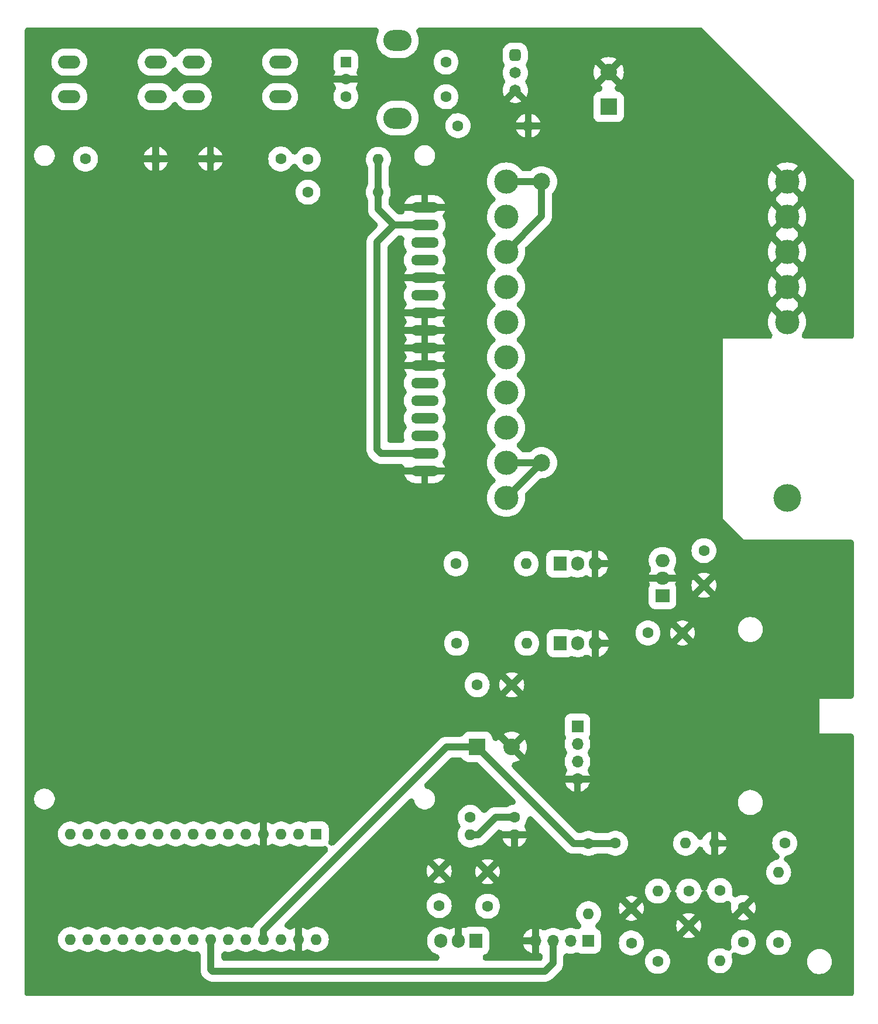
<source format=gbr>
%TF.GenerationSoftware,KiCad,Pcbnew,8.0.3*%
%TF.CreationDate,2025-04-27T13:18:49+02:00*%
%TF.ProjectId,Motherboard,4d6f7468-6572-4626-9f61-72642e6b6963,v1.0*%
%TF.SameCoordinates,Original*%
%TF.FileFunction,Copper,L2,Bot*%
%TF.FilePolarity,Positive*%
%FSLAX46Y46*%
G04 Gerber Fmt 4.6, Leading zero omitted, Abs format (unit mm)*
G04 Created by KiCad (PCBNEW 8.0.3) date 2025-04-27 13:18:49*
%MOMM*%
%LPD*%
G01*
G04 APERTURE LIST*
G04 Aperture macros list*
%AMRoundRect*
0 Rectangle with rounded corners*
0 $1 Rounding radius*
0 $2 $3 $4 $5 $6 $7 $8 $9 X,Y pos of 4 corners*
0 Add a 4 corners polygon primitive as box body*
4,1,4,$2,$3,$4,$5,$6,$7,$8,$9,$2,$3,0*
0 Add four circle primitives for the rounded corners*
1,1,$1+$1,$2,$3*
1,1,$1+$1,$4,$5*
1,1,$1+$1,$6,$7*
1,1,$1+$1,$8,$9*
0 Add four rect primitives between the rounded corners*
20,1,$1+$1,$2,$3,$4,$5,0*
20,1,$1+$1,$4,$5,$6,$7,0*
20,1,$1+$1,$6,$7,$8,$9,0*
20,1,$1+$1,$8,$9,$2,$3,0*%
G04 Aperture macros list end*
%TA.AperFunction,ComponentPad*%
%ADD10C,1.600000*%
%TD*%
%TA.AperFunction,ComponentPad*%
%ADD11O,1.600000X1.600000*%
%TD*%
%TA.AperFunction,ComponentPad*%
%ADD12R,2.400000X2.400000*%
%TD*%
%TA.AperFunction,ComponentPad*%
%ADD13C,2.400000*%
%TD*%
%TA.AperFunction,WasherPad*%
%ADD14C,4.000000*%
%TD*%
%TA.AperFunction,ComponentPad*%
%ADD15C,3.500000*%
%TD*%
%TA.AperFunction,ComponentPad*%
%ADD16O,3.200000X1.900000*%
%TD*%
%TA.AperFunction,ComponentPad*%
%ADD17R,2.000000X1.905000*%
%TD*%
%TA.AperFunction,ComponentPad*%
%ADD18O,2.000000X1.905000*%
%TD*%
%TA.AperFunction,ComponentPad*%
%ADD19R,1.600000X1.600000*%
%TD*%
%TA.AperFunction,ComponentPad*%
%ADD20R,1.700000X1.700000*%
%TD*%
%TA.AperFunction,ComponentPad*%
%ADD21O,1.700000X1.700000*%
%TD*%
%TA.AperFunction,ComponentPad*%
%ADD22RoundRect,0.412500X-0.412500X0.412500X-0.412500X-0.412500X0.412500X-0.412500X0.412500X0.412500X0*%
%TD*%
%TA.AperFunction,ComponentPad*%
%ADD23C,1.650000*%
%TD*%
%TA.AperFunction,ComponentPad*%
%ADD24R,1.905000X2.000000*%
%TD*%
%TA.AperFunction,ComponentPad*%
%ADD25O,1.905000X2.000000*%
%TD*%
%TA.AperFunction,ComponentPad*%
%ADD26RoundRect,0.250000X-0.550000X-0.550000X0.550000X-0.550000X0.550000X0.550000X-0.550000X0.550000X0*%
%TD*%
%TA.AperFunction,ComponentPad*%
%ADD27O,4.100000X3.000000*%
%TD*%
%TA.AperFunction,ComponentPad*%
%ADD28O,4.000500X1.501140*%
%TD*%
%TA.AperFunction,ViaPad*%
%ADD29C,2.500000*%
%TD*%
%TA.AperFunction,Conductor*%
%ADD30C,1.000000*%
%TD*%
G04 APERTURE END LIST*
D10*
%TO.P,C4,1*%
%TO.N,/Arduino_5V*%
X115500000Y-145000000D03*
%TO.P,C4,2*%
%TO.N,GND*%
X120500000Y-145000000D03*
%TD*%
%TO.P,R13,1*%
%TO.N,/B1*%
X120900000Y-164160000D03*
D11*
%TO.P,R13,2*%
%TO.N,GND*%
X120900000Y-166700000D03*
%TD*%
D12*
%TO.P,C6,1*%
%TO.N,/Vcc*%
X134500000Y-61473959D03*
D13*
%TO.P,C6,2*%
%TO.N,GND*%
X134500000Y-56473959D03*
%TD*%
D10*
%TO.P,R6,1*%
%TO.N,/Arduino_D10*%
X91050000Y-69050000D03*
D11*
%TO.P,R6,2*%
%TO.N,/Arduino_5V*%
X101210000Y-69050001D03*
%TD*%
D10*
%TO.P,R7,1*%
%TO.N,/Arduino_D9*%
X91020000Y-73800000D03*
D11*
%TO.P,R7,2*%
%TO.N,/Arduino_5V*%
X101180000Y-73800000D03*
%TD*%
D14*
%TO.P,T1,*%
%TO.N,*%
X160320000Y-117980000D03*
D15*
%TO.P,T1,1,AA*%
%TO.N,/Vcc*%
X119680000Y-72260000D03*
X119680000Y-77340000D03*
X119680000Y-82420000D03*
X119680000Y-87500000D03*
X119680000Y-92580000D03*
%TO.P,T1,2,AB*%
%TO.N,Net-(Q1-C)*%
X119680000Y-97660000D03*
X119680000Y-102740000D03*
X119680000Y-107820000D03*
X119680000Y-112900000D03*
X119680000Y-117980000D03*
%TO.P,T1,3,SA*%
%TO.N,GND*%
X160320000Y-72260000D03*
X160320000Y-77340000D03*
X160320000Y-82420000D03*
X160320000Y-87500000D03*
X160320000Y-92580000D03*
%TD*%
D10*
%TO.P,R15,1*%
%TO.N,Net-(A1-A2)*%
X112520000Y-139000000D03*
D11*
%TO.P,R15,2*%
%TO.N,Net-(Q2-B)*%
X122680000Y-139000000D03*
%TD*%
D10*
%TO.P,C11,1*%
%TO.N,GND*%
X110000000Y-171900000D03*
%TO.P,C11,2*%
%TO.N,Net-(D1-A)*%
X110000000Y-176900000D03*
%TD*%
%TO.P,R10,1*%
%TO.N,Net-(R10-Pad1)*%
X159980000Y-167900000D03*
D11*
%TO.P,R10,2*%
%TO.N,GND*%
X149820000Y-167900000D03*
%TD*%
D10*
%TO.P,R1,1*%
%TO.N,/Sensor*%
X141600000Y-184980000D03*
D11*
%TO.P,R1,2*%
%TO.N,Net-(C2-Pad1)*%
X141600000Y-174820000D03*
%TD*%
D16*
%TO.P,SW2,1,1*%
%TO.N,/Arduino_5V*%
X74500000Y-55000000D03*
X87000000Y-55000000D03*
%TO.P,SW2,2,2*%
%TO.N,/Arduino_D11*%
X74500000Y-60000000D03*
X87000000Y-60000000D03*
%TD*%
D17*
%TO.P,U1,1,VI*%
%TO.N,/Bat*%
X142300000Y-132100000D03*
D18*
%TO.P,U1,2,GND*%
%TO.N,GND*%
X142300000Y-129560000D03*
%TO.P,U1,3,VO*%
%TO.N,/Vcc*%
X142300000Y-127020001D03*
%TD*%
D19*
%TO.P,A1,1,D1/TX*%
%TO.N,unconnected-(A1-D1{slash}TX-Pad1)*%
X92220000Y-166560000D03*
D11*
%TO.P,A1,2,D0/RX*%
%TO.N,unconnected-(A1-D0{slash}RX-Pad2)*%
X89680000Y-166560000D03*
%TO.P,A1,3,~{RESET}*%
%TO.N,unconnected-(A1-~{RESET}-Pad3)*%
X87140001Y-166560000D03*
%TO.P,A1,4,GND*%
%TO.N,GND*%
X84600000Y-166560000D03*
%TO.P,A1,5,D2*%
%TO.N,/Arduino_D2*%
X82060000Y-166560000D03*
%TO.P,A1,6,D3*%
%TO.N,/Arduino_D3*%
X79520000Y-166560000D03*
%TO.P,A1,7,D4*%
%TO.N,/Arduino_D4*%
X76980000Y-166560000D03*
%TO.P,A1,8,D5*%
%TO.N,/Arduino_D5*%
X74439999Y-166560000D03*
%TO.P,A1,9,D6*%
%TO.N,/Arduino_D6*%
X71900000Y-166560000D03*
%TO.P,A1,10,D7*%
%TO.N,/Arduino_D7*%
X69360000Y-166560000D03*
%TO.P,A1,11,D8*%
%TO.N,/Arduino_D8*%
X66820000Y-166560000D03*
%TO.P,A1,12,D9*%
%TO.N,/Arduino_D9*%
X64280001Y-166560000D03*
%TO.P,A1,13,D10*%
%TO.N,/Arduino_D10*%
X61740000Y-166560000D03*
%TO.P,A1,14,D11*%
%TO.N,/Arduino_D11*%
X59200000Y-166560000D03*
%TO.P,A1,15,D12*%
%TO.N,/Arduino_D12*%
X56660000Y-166560000D03*
%TO.P,A1,16,D13*%
%TO.N,unconnected-(A1-D13-Pad16)*%
X56660000Y-181800000D03*
%TO.P,A1,17,3V3*%
%TO.N,unconnected-(A1-3V3-Pad17)*%
X59200000Y-181800000D03*
%TO.P,A1,18,AREF*%
%TO.N,unconnected-(A1-AREF-Pad18)*%
X61740000Y-181800000D03*
%TO.P,A1,19,A0*%
%TO.N,unconnected-(A1-A0-Pad19)*%
X64280000Y-181800000D03*
%TO.P,A1,20,A1*%
%TO.N,/Transistor_control*%
X66820000Y-181800000D03*
%TO.P,A1,21,A2*%
%TO.N,Net-(A1-A2)*%
X69360000Y-181800000D03*
%TO.P,A1,22,A3*%
%TO.N,/Sensor*%
X71900000Y-181800000D03*
%TO.P,A1,23,A4*%
%TO.N,/B1*%
X74440000Y-181800000D03*
%TO.P,A1,24,A5*%
%TO.N,/B2*%
X76980000Y-181800000D03*
%TO.P,A1,25,A6*%
%TO.N,/Fire_button*%
X79520000Y-181800000D03*
%TO.P,A1,26,A7*%
%TO.N,unconnected-(A1-A7-Pad26)*%
X82060000Y-181800000D03*
%TO.P,A1,27,+5V*%
%TO.N,/Arduino_5V*%
X84600000Y-181800000D03*
%TO.P,A1,28,~{RESET}*%
%TO.N,unconnected-(A1-~{RESET}-Pad28)*%
X87140000Y-181800000D03*
%TO.P,A1,29,GND*%
%TO.N,GND*%
X89680000Y-181800000D03*
%TO.P,A1,30,VIN*%
%TO.N,unconnected-(A1-VIN-Pad30)*%
X92220000Y-181800000D03*
%TD*%
D10*
%TO.P,R9,1*%
%TO.N,/Arduino_5V*%
X135500000Y-167900000D03*
D11*
%TO.P,R9,2*%
%TO.N,Net-(R10-Pad1)*%
X145660000Y-167900000D03*
%TD*%
D16*
%TO.P,SW1,1,1*%
%TO.N,/Arduino_5V*%
X56500000Y-55000000D03*
X69000000Y-55000000D03*
%TO.P,SW1,2,2*%
%TO.N,/Arduino_D12*%
X56500000Y-60000000D03*
X69000000Y-60000000D03*
%TD*%
D10*
%TO.P,R14,1*%
%TO.N,/Arduino_5V*%
X131600000Y-167920000D03*
D11*
%TO.P,R14,2*%
%TO.N,/Fire_button*%
X131600000Y-178080000D03*
%TD*%
D10*
%TO.P,R2,1*%
%TO.N,/Arduino_D12*%
X58840000Y-69000000D03*
D11*
%TO.P,R2,2*%
%TO.N,GND*%
X69000000Y-69000000D03*
%TD*%
D10*
%TO.P,C2,1*%
%TO.N,Net-(C2-Pad1)*%
X146100000Y-174800000D03*
%TO.P,C2,2*%
%TO.N,GND*%
X146100000Y-179800000D03*
%TD*%
%TO.P,R8,1*%
%TO.N,/Arduino_D8*%
X112720000Y-64200000D03*
D11*
%TO.P,R8,2*%
%TO.N,GND*%
X122880000Y-64200000D03*
%TD*%
D20*
%TO.P,REF\u002A\u002A,1*%
%TO.N,/Relay_control*%
X130000000Y-151000000D03*
D21*
%TO.P,REF\u002A\u002A,2*%
%TO.N,/Bat*%
X130000000Y-153540000D03*
%TO.P,REF\u002A\u002A,3*%
%TO.N,/Feedback*%
X130000000Y-156079999D03*
%TO.P,REF\u002A\u002A,4*%
%TO.N,GND*%
X130000000Y-158620000D03*
%TD*%
D10*
%TO.P,C9,1*%
%TO.N,/Bat*%
X140200000Y-137500000D03*
%TO.P,C9,2*%
%TO.N,GND*%
X145200000Y-137500000D03*
%TD*%
%TO.P,R4,1*%
%TO.N,/Arduino_D11*%
X87080000Y-69000000D03*
D11*
%TO.P,R4,2*%
%TO.N,GND*%
X76920000Y-69000000D03*
%TD*%
D12*
%TO.P,C5,1*%
%TO.N,/Arduino_5V*%
X115500000Y-154000000D03*
D13*
%TO.P,C5,2*%
%TO.N,GND*%
X120500000Y-154000000D03*
%TD*%
D10*
%TO.P,R12,1*%
%TO.N,/Bat*%
X114500000Y-164160000D03*
D11*
%TO.P,R12,2*%
%TO.N,/B1*%
X114500000Y-166700000D03*
%TD*%
D10*
%TO.P,R5,1*%
%TO.N,/Transistor_control*%
X112420000Y-127500000D03*
D11*
%TO.P,R5,2*%
%TO.N,Net-(Q1-B)*%
X122580000Y-127500000D03*
%TD*%
D22*
%TO.P,RV1,1,1*%
%TO.N,/Arduino_5V*%
X121000000Y-54000000D03*
D23*
%TO.P,RV1,2,2*%
%TO.N,Net-(DS1-VO)*%
X121000000Y-56540000D03*
%TO.P,RV1,3,3*%
%TO.N,GND*%
X121000000Y-59080000D03*
%TD*%
D24*
%TO.P,Q2,1,B*%
%TO.N,Net-(Q2-B)*%
X127520001Y-139000000D03*
D25*
%TO.P,Q2,2,C*%
%TO.N,/Relay_control*%
X130060001Y-139000000D03*
%TO.P,Q2,3,E*%
%TO.N,GND*%
X132600000Y-139000000D03*
%TD*%
D10*
%TO.P,R11,1*%
%TO.N,/Feedback*%
X159100000Y-182260000D03*
D11*
%TO.P,R11,2*%
%TO.N,Net-(R10-Pad1)*%
X159100000Y-172100000D03*
%TD*%
D24*
%TO.P,Q1,1,B*%
%TO.N,Net-(Q1-B)*%
X127460000Y-127500000D03*
D25*
%TO.P,Q1,2,C*%
%TO.N,Net-(Q1-C)*%
X130000000Y-127500000D03*
%TO.P,Q1,3,E*%
%TO.N,GND*%
X132540000Y-127500000D03*
%TD*%
D10*
%TO.P,R3,1*%
%TO.N,Net-(C2-Pad1)*%
X150600000Y-174720000D03*
D11*
%TO.P,R3,2*%
%TO.N,/Feedback*%
X150600000Y-184880000D03*
%TD*%
D24*
%TO.P,U2,1,VI*%
%TO.N,/Bat*%
X115300000Y-182000000D03*
D25*
%TO.P,U2,2,GND*%
%TO.N,GND*%
X112760000Y-182000000D03*
%TO.P,U2,3,VO*%
%TO.N,Net-(D1-A)*%
X110220001Y-182000000D03*
%TD*%
D20*
%TO.P,REF\u002A\u002A,1*%
%TO.N,/Fire_button*%
X131540000Y-182000000D03*
D21*
%TO.P,REF\u002A\u002A,2*%
%TO.N,/Bat*%
X129000000Y-182000000D03*
%TO.P,REF\u002A\u002A,3*%
%TO.N,/B2*%
X126460001Y-182000000D03*
%TO.P,REF\u002A\u002A,4*%
%TO.N,GND*%
X123920000Y-182000000D03*
%TD*%
D10*
%TO.P,C10,1*%
%TO.N,/Bat*%
X117000000Y-177000000D03*
%TO.P,C10,2*%
%TO.N,GND*%
X117000000Y-172000000D03*
%TD*%
D26*
%TO.P,SW3,A,A*%
%TO.N,/Arduino_D10*%
X96500000Y-55000000D03*
D10*
%TO.P,SW3,B,B*%
%TO.N,/Arduino_D9*%
X96500000Y-60000000D03*
%TO.P,SW3,C,C*%
%TO.N,GND*%
X96500000Y-57500000D03*
%TO.P,SW3,S1,S1*%
%TO.N,/Arduino_5V*%
X111000000Y-55000000D03*
%TO.P,SW3,S2,S2*%
%TO.N,/Arduino_D8*%
X111000000Y-60000000D03*
D27*
%TO.P,SW3,SH*%
%TO.N,N/C*%
X104000000Y-51900000D03*
X104000000Y-63100000D03*
%TD*%
D10*
%TO.P,C3,1*%
%TO.N,/Feedback*%
X154000000Y-182200000D03*
%TO.P,C3,2*%
%TO.N,GND*%
X154000000Y-177200000D03*
%TD*%
%TO.P,C1,1*%
%TO.N,/Sensor*%
X137800000Y-182300000D03*
%TO.P,C1,2*%
%TO.N,GND*%
X137800000Y-177300000D03*
%TD*%
%TO.P,C8,1*%
%TO.N,GND*%
X148300000Y-130600000D03*
%TO.P,C8,2*%
%TO.N,/Vcc*%
X148300000Y-125600000D03*
%TD*%
D28*
%TO.P,DS1,1,VSS*%
%TO.N,GND*%
X107900580Y-76000840D03*
%TO.P,DS1,2,VDD*%
%TO.N,/Arduino_5V*%
X107900580Y-78540840D03*
%TO.P,DS1,3,VO*%
%TO.N,Net-(DS1-VO)*%
X107900580Y-81080840D03*
%TO.P,DS1,4,RS*%
%TO.N,/Arduino_D7*%
X107900580Y-83620840D03*
%TO.P,DS1,5,R/W*%
%TO.N,GND*%
X107900580Y-86160840D03*
%TO.P,DS1,6,E*%
%TO.N,/Arduino_D6*%
X107900580Y-88700840D03*
%TO.P,DS1,7,D0*%
%TO.N,GND*%
X107900580Y-91240840D03*
%TO.P,DS1,8,D1*%
X107900580Y-93780840D03*
%TO.P,DS1,9,D2*%
X107900580Y-96320840D03*
%TO.P,DS1,10,D3*%
X107900580Y-98860840D03*
%TO.P,DS1,11,D4*%
%TO.N,/Arduino_D5*%
X107900580Y-101400840D03*
%TO.P,DS1,12,D5*%
%TO.N,/Arduino_D4*%
X107900580Y-103940840D03*
%TO.P,DS1,13,D6*%
%TO.N,/Arduino_D3*%
X107900580Y-106480840D03*
%TO.P,DS1,14,D7*%
%TO.N,/Arduino_D2*%
X107900580Y-109020840D03*
%TO.P,DS1,15,LED(+)*%
%TO.N,/Arduino_5V*%
X107900580Y-111560840D03*
%TO.P,DS1,16,LED(-)*%
%TO.N,GND*%
X107900580Y-114100840D03*
%TD*%
D29*
%TO.N,/Vcc*%
X124800000Y-72300000D03*
%TO.N,Net-(Q1-C)*%
X124800000Y-112900000D03*
%TD*%
D30*
%TO.N,GND*%
X96000000Y-57500000D02*
X98500000Y-57500000D01*
X96500000Y-57500000D02*
X94500000Y-57500000D01*
X107500580Y-91240840D02*
X108999690Y-91240840D01*
X96500000Y-57500000D02*
X96000000Y-57500000D01*
%TO.N,/Arduino_5V*%
X103459160Y-78540840D02*
X107500580Y-78540840D01*
X111048630Y-154000000D02*
X115500000Y-154000000D01*
X101000000Y-111000000D02*
X101000000Y-81000000D01*
X101200000Y-69000000D02*
X101200000Y-73799999D01*
X84600000Y-181800000D02*
X84600000Y-180448630D01*
X84774315Y-180274315D02*
X111048630Y-154000000D01*
X131600000Y-167920000D02*
X135480000Y-167920000D01*
X107500580Y-111560840D02*
X101560840Y-111560840D01*
X101000000Y-81000000D02*
X103459160Y-78540840D01*
X84600000Y-180448630D02*
X84774315Y-180274315D01*
X101560840Y-111560840D02*
X101000000Y-111000000D01*
X105459160Y-78540840D02*
X107500580Y-78540840D01*
X101200000Y-73799999D02*
X101200000Y-76281680D01*
X101200000Y-76281680D02*
X103459160Y-78540840D01*
X129420000Y-167920000D02*
X131600000Y-167920000D01*
X115500000Y-154000000D02*
X129420000Y-167920000D01*
X135480000Y-167920000D02*
X135500000Y-167900000D01*
%TO.N,/B1*%
X115631370Y-166700000D02*
X118171370Y-164160000D01*
X114500000Y-166700000D02*
X115631370Y-166700000D01*
X120900000Y-164160000D02*
X121188428Y-164160000D01*
X118171370Y-164160000D02*
X120900000Y-164160000D01*
%TO.N,/Vcc*%
X124760000Y-72260000D02*
X124800000Y-72300000D01*
X124800000Y-72300000D02*
X124800000Y-77300000D01*
X124800000Y-77300000D02*
X119700000Y-82400000D01*
X119680000Y-72260000D02*
X124760000Y-72260000D01*
%TO.N,/B2*%
X76980000Y-181800000D02*
X76980000Y-186180000D01*
X125300000Y-186400000D02*
X126460001Y-185239999D01*
X126460001Y-185239999D02*
X126460001Y-182000000D01*
X77200000Y-186400000D02*
X125300000Y-186400000D01*
X76980000Y-186180000D02*
X77200000Y-186400000D01*
%TO.N,Net-(Q1-C)*%
X119720000Y-112900000D02*
X119700000Y-112880000D01*
X124760000Y-112900000D02*
X119680000Y-117980000D01*
X124800000Y-112900000D02*
X124760000Y-112900000D01*
X119680000Y-112900000D02*
X124800000Y-112900000D01*
%TD*%
%TA.AperFunction,Conductor*%
%TO.N,GND*%
G36*
X100936077Y-50020213D02*
G01*
X101065272Y-50079214D01*
X101172611Y-50172224D01*
X101249398Y-50291708D01*
X101289413Y-50427985D01*
X101289413Y-50570015D01*
X101249398Y-50706292D01*
X101245075Y-50715508D01*
X101136202Y-50941584D01*
X101136197Y-50941594D01*
X101043441Y-51206679D01*
X101043437Y-51206691D01*
X100980945Y-51480486D01*
X100980943Y-51480496D01*
X100949500Y-51759567D01*
X100949500Y-52040432D01*
X100980943Y-52319503D01*
X100980945Y-52319513D01*
X101043437Y-52593308D01*
X101043439Y-52593314D01*
X101043440Y-52593318D01*
X101136199Y-52858408D01*
X101258055Y-53111445D01*
X101407477Y-53349248D01*
X101407479Y-53349251D01*
X101407482Y-53349255D01*
X101582574Y-53568814D01*
X101582585Y-53568826D01*
X101781173Y-53767414D01*
X101781185Y-53767425D01*
X101965029Y-53914035D01*
X102000752Y-53942523D01*
X102238555Y-54091945D01*
X102491592Y-54213801D01*
X102756682Y-54306560D01*
X102756691Y-54306562D01*
X103030486Y-54369054D01*
X103030496Y-54369056D01*
X103258147Y-54394705D01*
X103309575Y-54400500D01*
X103309576Y-54400500D01*
X104690424Y-54400500D01*
X104690425Y-54400500D01*
X104821043Y-54385783D01*
X104969503Y-54369056D01*
X104969506Y-54369055D01*
X104969509Y-54369055D01*
X105243318Y-54306560D01*
X105508408Y-54213801D01*
X105761445Y-54091945D01*
X105999248Y-53942523D01*
X106213181Y-53771917D01*
X106218814Y-53767425D01*
X106218815Y-53767423D01*
X106218825Y-53767416D01*
X106417416Y-53568825D01*
X106592523Y-53349248D01*
X106741945Y-53111445D01*
X106863801Y-52858408D01*
X106956560Y-52593318D01*
X107019055Y-52319509D01*
X107020356Y-52307969D01*
X107050499Y-52040432D01*
X107050500Y-52040424D01*
X107050500Y-51759575D01*
X107050499Y-51759567D01*
X107019056Y-51480496D01*
X107019054Y-51480486D01*
X106956562Y-51206691D01*
X106956560Y-51206682D01*
X106863801Y-50941592D01*
X106754925Y-50715508D01*
X106712139Y-50580076D01*
X106709241Y-50438075D01*
X106746468Y-50301010D01*
X106820802Y-50179985D01*
X106926221Y-50084805D01*
X107054186Y-50023180D01*
X107194329Y-50000104D01*
X107204508Y-50000000D01*
X147793308Y-50000000D01*
X147933893Y-50020213D01*
X148063088Y-50079214D01*
X148146154Y-50146154D01*
X169853846Y-71853846D01*
X169938962Y-71967547D01*
X169988596Y-72100622D01*
X170000000Y-72206692D01*
X170000000Y-94501000D01*
X169979787Y-94641585D01*
X169920786Y-94770780D01*
X169827776Y-94878119D01*
X169708292Y-94954906D01*
X169572015Y-94994921D01*
X169501000Y-95000000D01*
X162942366Y-95000000D01*
X162801781Y-94979787D01*
X162672586Y-94920786D01*
X162565247Y-94827776D01*
X162488460Y-94708292D01*
X162448445Y-94572015D01*
X162448445Y-94429985D01*
X162488460Y-94293708D01*
X162549559Y-94193260D01*
X162587345Y-94145028D01*
X162759448Y-93860333D01*
X162759456Y-93860320D01*
X162895991Y-93556951D01*
X162895996Y-93556937D01*
X162994970Y-93239319D01*
X163054937Y-92912089D01*
X163054938Y-92912083D01*
X163075025Y-92580000D01*
X163054938Y-92247916D01*
X163054937Y-92247910D01*
X162994970Y-91920680D01*
X162895996Y-91603062D01*
X162895991Y-91603047D01*
X162759456Y-91299681D01*
X162759448Y-91299666D01*
X162589148Y-91017957D01*
X162589148Y-91017956D01*
X161202703Y-92404401D01*
X161185414Y-92317480D01*
X161117570Y-92153690D01*
X161019076Y-92006283D01*
X160893717Y-91880924D01*
X160746310Y-91782430D01*
X160582520Y-91714586D01*
X160495597Y-91697296D01*
X161882041Y-90310850D01*
X161856457Y-90100151D01*
X161856457Y-89979853D01*
X161882041Y-89769147D01*
X160495597Y-88382703D01*
X160582520Y-88365414D01*
X160746310Y-88297570D01*
X160893717Y-88199076D01*
X161019076Y-88073717D01*
X161117570Y-87926310D01*
X161185414Y-87762520D01*
X161202703Y-87675597D01*
X162589148Y-89062042D01*
X162589149Y-89062041D01*
X162759445Y-88780339D01*
X162759452Y-88780326D01*
X162895994Y-88476944D01*
X162895996Y-88476937D01*
X162994970Y-88159319D01*
X163054937Y-87832089D01*
X163054938Y-87832083D01*
X163075025Y-87500000D01*
X163054938Y-87167916D01*
X163054937Y-87167910D01*
X162994970Y-86840680D01*
X162895996Y-86523062D01*
X162895991Y-86523047D01*
X162759456Y-86219681D01*
X162759448Y-86219666D01*
X162589148Y-85937957D01*
X162589148Y-85937956D01*
X161202703Y-87324402D01*
X161185414Y-87237480D01*
X161117570Y-87073690D01*
X161019076Y-86926283D01*
X160893717Y-86800924D01*
X160746310Y-86702430D01*
X160582520Y-86634586D01*
X160495597Y-86617296D01*
X161882041Y-85230850D01*
X161856457Y-85020151D01*
X161856457Y-84899853D01*
X161882041Y-84689147D01*
X160495597Y-83302703D01*
X160582520Y-83285414D01*
X160746310Y-83217570D01*
X160893717Y-83119076D01*
X161019076Y-82993717D01*
X161117570Y-82846310D01*
X161185414Y-82682520D01*
X161202703Y-82595597D01*
X162589148Y-83982042D01*
X162589149Y-83982041D01*
X162759445Y-83700339D01*
X162759452Y-83700326D01*
X162895994Y-83396944D01*
X162895996Y-83396937D01*
X162994970Y-83079319D01*
X163054937Y-82752089D01*
X163054938Y-82752083D01*
X163075025Y-82420000D01*
X163054938Y-82087916D01*
X163054937Y-82087910D01*
X162994970Y-81760680D01*
X162895996Y-81443062D01*
X162895991Y-81443047D01*
X162759456Y-81139681D01*
X162759448Y-81139666D01*
X162589148Y-80857957D01*
X162589148Y-80857956D01*
X161202703Y-82244402D01*
X161185414Y-82157480D01*
X161117570Y-81993690D01*
X161019076Y-81846283D01*
X160893717Y-81720924D01*
X160746310Y-81622430D01*
X160582520Y-81554586D01*
X160495597Y-81537296D01*
X161882041Y-80150850D01*
X161856457Y-79940151D01*
X161856457Y-79819853D01*
X161882041Y-79609147D01*
X160495597Y-78222703D01*
X160582520Y-78205414D01*
X160746310Y-78137570D01*
X160893717Y-78039076D01*
X161019076Y-77913717D01*
X161117570Y-77766310D01*
X161185414Y-77602520D01*
X161202703Y-77515597D01*
X162589148Y-78902042D01*
X162589149Y-78902041D01*
X162759445Y-78620339D01*
X162759452Y-78620326D01*
X162895994Y-78316944D01*
X162895996Y-78316937D01*
X162994970Y-77999319D01*
X163054937Y-77672089D01*
X163054938Y-77672083D01*
X163075025Y-77340000D01*
X163054938Y-77007916D01*
X163054937Y-77007910D01*
X162994970Y-76680680D01*
X162895996Y-76363062D01*
X162895991Y-76363047D01*
X162759456Y-76059681D01*
X162759448Y-76059666D01*
X162589148Y-75777957D01*
X162589148Y-75777956D01*
X161202703Y-77164402D01*
X161185414Y-77077480D01*
X161117570Y-76913690D01*
X161019076Y-76766283D01*
X160893717Y-76640924D01*
X160746310Y-76542430D01*
X160582520Y-76474586D01*
X160495597Y-76457296D01*
X161882041Y-75070850D01*
X161856457Y-74860151D01*
X161856457Y-74739853D01*
X161882041Y-74529147D01*
X160495597Y-73142703D01*
X160582520Y-73125414D01*
X160746310Y-73057570D01*
X160893717Y-72959076D01*
X161019076Y-72833717D01*
X161117570Y-72686310D01*
X161185414Y-72522520D01*
X161202703Y-72435597D01*
X162589148Y-73822042D01*
X162589149Y-73822041D01*
X162759445Y-73540339D01*
X162759452Y-73540326D01*
X162895994Y-73236944D01*
X162895996Y-73236937D01*
X162994970Y-72919319D01*
X163054937Y-72592089D01*
X163054938Y-72592083D01*
X163075025Y-72260000D01*
X163054938Y-71927916D01*
X163054937Y-71927910D01*
X162994970Y-71600680D01*
X162895996Y-71283062D01*
X162895991Y-71283047D01*
X162759456Y-70979681D01*
X162759448Y-70979666D01*
X162589148Y-70697957D01*
X162589148Y-70697956D01*
X161202703Y-72084402D01*
X161185414Y-71997480D01*
X161117570Y-71833690D01*
X161019076Y-71686283D01*
X160893717Y-71560924D01*
X160746310Y-71462430D01*
X160582520Y-71394586D01*
X160495597Y-71377296D01*
X161882041Y-69990850D01*
X161882041Y-69990849D01*
X161600325Y-69820546D01*
X161600315Y-69820541D01*
X161296951Y-69684008D01*
X161296937Y-69684003D01*
X160979319Y-69585029D01*
X160652089Y-69525062D01*
X160652083Y-69525061D01*
X160320000Y-69504974D01*
X159987916Y-69525061D01*
X159987910Y-69525062D01*
X159660680Y-69585029D01*
X159343062Y-69684003D01*
X159343048Y-69684008D01*
X159039678Y-69820544D01*
X159039674Y-69820546D01*
X158757957Y-69990849D01*
X158757957Y-69990850D01*
X160144402Y-71377296D01*
X160057480Y-71394586D01*
X159893690Y-71462430D01*
X159746283Y-71560924D01*
X159620924Y-71686283D01*
X159522430Y-71833690D01*
X159454586Y-71997480D01*
X159437296Y-72084403D01*
X158050850Y-70697957D01*
X158050849Y-70697957D01*
X157880546Y-70979674D01*
X157880544Y-70979678D01*
X157744008Y-71283048D01*
X157744003Y-71283062D01*
X157645029Y-71600680D01*
X157585062Y-71927910D01*
X157585061Y-71927916D01*
X157564974Y-72260000D01*
X157585061Y-72592083D01*
X157585062Y-72592089D01*
X157645029Y-72919319D01*
X157744003Y-73236937D01*
X157744008Y-73236951D01*
X157880541Y-73540315D01*
X157880546Y-73540325D01*
X158050849Y-73822041D01*
X158050850Y-73822041D01*
X159437296Y-72435596D01*
X159454586Y-72522520D01*
X159522430Y-72686310D01*
X159620924Y-72833717D01*
X159746283Y-72959076D01*
X159893690Y-73057570D01*
X160057480Y-73125414D01*
X160144402Y-73142703D01*
X158757956Y-74529148D01*
X158783541Y-74739855D01*
X158783541Y-74860150D01*
X158757957Y-75070850D01*
X160144402Y-76457296D01*
X160057480Y-76474586D01*
X159893690Y-76542430D01*
X159746283Y-76640924D01*
X159620924Y-76766283D01*
X159522430Y-76913690D01*
X159454586Y-77077480D01*
X159437296Y-77164403D01*
X158050850Y-75777957D01*
X158050849Y-75777957D01*
X157880546Y-76059674D01*
X157880544Y-76059678D01*
X157744008Y-76363048D01*
X157744003Y-76363062D01*
X157645029Y-76680680D01*
X157585062Y-77007910D01*
X157585061Y-77007916D01*
X157564974Y-77340000D01*
X157585061Y-77672083D01*
X157585062Y-77672089D01*
X157645029Y-77999319D01*
X157744003Y-78316937D01*
X157744008Y-78316951D01*
X157880541Y-78620315D01*
X157880546Y-78620325D01*
X158050849Y-78902041D01*
X158050850Y-78902041D01*
X159437296Y-77515596D01*
X159454586Y-77602520D01*
X159522430Y-77766310D01*
X159620924Y-77913717D01*
X159746283Y-78039076D01*
X159893690Y-78137570D01*
X160057480Y-78205414D01*
X160144402Y-78222703D01*
X158757956Y-79609148D01*
X158783541Y-79819855D01*
X158783541Y-79940150D01*
X158757957Y-80150850D01*
X160144402Y-81537296D01*
X160057480Y-81554586D01*
X159893690Y-81622430D01*
X159746283Y-81720924D01*
X159620924Y-81846283D01*
X159522430Y-81993690D01*
X159454586Y-82157480D01*
X159437296Y-82244403D01*
X158050850Y-80857957D01*
X158050849Y-80857957D01*
X157880546Y-81139674D01*
X157880544Y-81139678D01*
X157744008Y-81443048D01*
X157744003Y-81443062D01*
X157645029Y-81760680D01*
X157585062Y-82087910D01*
X157585061Y-82087916D01*
X157564974Y-82420000D01*
X157585061Y-82752083D01*
X157585062Y-82752089D01*
X157645029Y-83079319D01*
X157744003Y-83396937D01*
X157744008Y-83396951D01*
X157880541Y-83700315D01*
X157880546Y-83700325D01*
X158050849Y-83982041D01*
X158050850Y-83982041D01*
X159437296Y-82595596D01*
X159454586Y-82682520D01*
X159522430Y-82846310D01*
X159620924Y-82993717D01*
X159746283Y-83119076D01*
X159893690Y-83217570D01*
X160057480Y-83285414D01*
X160144402Y-83302703D01*
X158757956Y-84689148D01*
X158783541Y-84899855D01*
X158783541Y-85020150D01*
X158757957Y-85230850D01*
X160144402Y-86617296D01*
X160057480Y-86634586D01*
X159893690Y-86702430D01*
X159746283Y-86800924D01*
X159620924Y-86926283D01*
X159522430Y-87073690D01*
X159454586Y-87237480D01*
X159437296Y-87324403D01*
X158050850Y-85937957D01*
X158050849Y-85937957D01*
X157880546Y-86219674D01*
X157880544Y-86219678D01*
X157744008Y-86523048D01*
X157744003Y-86523062D01*
X157645029Y-86840680D01*
X157585062Y-87167910D01*
X157585061Y-87167916D01*
X157564974Y-87500000D01*
X157585061Y-87832083D01*
X157585062Y-87832089D01*
X157645029Y-88159319D01*
X157744003Y-88476937D01*
X157744008Y-88476951D01*
X157880541Y-88780315D01*
X157880546Y-88780325D01*
X158050849Y-89062041D01*
X158050850Y-89062041D01*
X159437296Y-87675596D01*
X159454586Y-87762520D01*
X159522430Y-87926310D01*
X159620924Y-88073717D01*
X159746283Y-88199076D01*
X159893690Y-88297570D01*
X160057480Y-88365414D01*
X160144402Y-88382703D01*
X158757956Y-89769148D01*
X158783541Y-89979855D01*
X158783541Y-90100150D01*
X158757957Y-90310850D01*
X160144402Y-91697296D01*
X160057480Y-91714586D01*
X159893690Y-91782430D01*
X159746283Y-91880924D01*
X159620924Y-92006283D01*
X159522430Y-92153690D01*
X159454586Y-92317480D01*
X159437296Y-92404403D01*
X158050850Y-91017957D01*
X158050849Y-91017957D01*
X157880546Y-91299674D01*
X157880544Y-91299678D01*
X157744008Y-91603048D01*
X157744003Y-91603062D01*
X157645029Y-91920680D01*
X157585062Y-92247910D01*
X157585061Y-92247916D01*
X157564974Y-92580000D01*
X157585061Y-92912083D01*
X157585062Y-92912089D01*
X157645029Y-93239319D01*
X157744003Y-93556937D01*
X157744008Y-93556951D01*
X157880543Y-93860320D01*
X157880551Y-93860333D01*
X158052654Y-94145028D01*
X158090441Y-94193260D01*
X158161230Y-94316392D01*
X158194461Y-94454480D01*
X158187442Y-94596336D01*
X158140742Y-94730470D01*
X158058144Y-94846012D01*
X157946340Y-94933604D01*
X157814386Y-94986149D01*
X157697634Y-95000000D01*
X151000000Y-95000000D01*
X151000000Y-121000001D01*
X153999999Y-124000000D01*
X169501000Y-124000000D01*
X169641585Y-124020213D01*
X169770780Y-124079214D01*
X169878119Y-124172224D01*
X169954906Y-124291708D01*
X169994921Y-124427985D01*
X170000000Y-124499000D01*
X170000000Y-146501000D01*
X169979787Y-146641585D01*
X169920786Y-146770780D01*
X169827776Y-146878119D01*
X169708292Y-146954906D01*
X169572015Y-146994921D01*
X169501000Y-147000000D01*
X165000000Y-147000000D01*
X165000000Y-152000000D01*
X169501000Y-152000000D01*
X169641585Y-152020213D01*
X169770780Y-152079214D01*
X169878119Y-152172224D01*
X169954906Y-152291708D01*
X169994921Y-152427985D01*
X170000000Y-152499000D01*
X170000000Y-189501000D01*
X169979787Y-189641585D01*
X169920786Y-189770780D01*
X169827776Y-189878119D01*
X169708292Y-189954906D01*
X169572015Y-189994921D01*
X169501000Y-190000000D01*
X50499000Y-190000000D01*
X50358415Y-189979787D01*
X50229220Y-189920786D01*
X50121881Y-189827776D01*
X50045094Y-189708292D01*
X50005079Y-189572015D01*
X50000000Y-189501000D01*
X50000000Y-166560000D01*
X54854451Y-166560000D01*
X54874617Y-166829103D01*
X54874618Y-166829107D01*
X54934667Y-167092200D01*
X55033255Y-167343395D01*
X55033256Y-167343397D01*
X55168180Y-167577094D01*
X55168191Y-167577110D01*
X55336436Y-167788082D01*
X55336438Y-167788084D01*
X55336439Y-167788085D01*
X55534259Y-167971635D01*
X55757226Y-168123651D01*
X56000359Y-168240738D01*
X56258228Y-168320280D01*
X56525071Y-168360500D01*
X56525075Y-168360500D01*
X56794925Y-168360500D01*
X56794929Y-168360500D01*
X57061772Y-168320280D01*
X57319641Y-168240738D01*
X57562775Y-168123651D01*
X57562783Y-168123645D01*
X57562786Y-168123644D01*
X57648901Y-168064931D01*
X57776443Y-168002437D01*
X57916426Y-167978407D01*
X58057508Y-167994788D01*
X58188260Y-168050253D01*
X58211071Y-168064911D01*
X58297226Y-168123651D01*
X58540359Y-168240738D01*
X58798228Y-168320280D01*
X59065071Y-168360500D01*
X59065075Y-168360500D01*
X59334925Y-168360500D01*
X59334929Y-168360500D01*
X59601772Y-168320280D01*
X59859641Y-168240738D01*
X60102775Y-168123651D01*
X60102783Y-168123645D01*
X60102786Y-168123644D01*
X60188901Y-168064931D01*
X60316443Y-168002437D01*
X60456426Y-167978407D01*
X60597508Y-167994788D01*
X60728260Y-168050253D01*
X60751071Y-168064911D01*
X60837226Y-168123651D01*
X61080359Y-168240738D01*
X61338228Y-168320280D01*
X61605071Y-168360500D01*
X61605075Y-168360500D01*
X61874925Y-168360500D01*
X61874929Y-168360500D01*
X62141772Y-168320280D01*
X62399641Y-168240738D01*
X62642775Y-168123651D01*
X62728907Y-168064926D01*
X62856446Y-168002436D01*
X62996429Y-167978407D01*
X63137511Y-167994788D01*
X63268263Y-168050254D01*
X63291072Y-168064911D01*
X63377227Y-168123651D01*
X63620360Y-168240738D01*
X63878229Y-168320280D01*
X64145072Y-168360500D01*
X64145076Y-168360500D01*
X64414926Y-168360500D01*
X64414930Y-168360500D01*
X64681773Y-168320280D01*
X64939642Y-168240738D01*
X65182776Y-168123651D01*
X65182784Y-168123645D01*
X65182787Y-168123644D01*
X65268902Y-168064931D01*
X65396444Y-168002437D01*
X65536427Y-167978407D01*
X65677509Y-167994788D01*
X65808261Y-168050253D01*
X65831089Y-168064924D01*
X65840161Y-168071109D01*
X65917214Y-168123644D01*
X65917221Y-168123647D01*
X65917226Y-168123651D01*
X66160359Y-168240738D01*
X66418228Y-168320280D01*
X66685071Y-168360500D01*
X66685075Y-168360500D01*
X66954925Y-168360500D01*
X66954929Y-168360500D01*
X67221772Y-168320280D01*
X67479641Y-168240738D01*
X67722775Y-168123651D01*
X67722783Y-168123645D01*
X67722786Y-168123644D01*
X67808901Y-168064931D01*
X67936443Y-168002437D01*
X68076426Y-167978407D01*
X68217508Y-167994788D01*
X68348260Y-168050253D01*
X68371071Y-168064911D01*
X68457226Y-168123651D01*
X68700359Y-168240738D01*
X68958228Y-168320280D01*
X69225071Y-168360500D01*
X69225075Y-168360500D01*
X69494925Y-168360500D01*
X69494929Y-168360500D01*
X69761772Y-168320280D01*
X70019641Y-168240738D01*
X70262775Y-168123651D01*
X70262783Y-168123645D01*
X70262786Y-168123644D01*
X70348901Y-168064931D01*
X70476443Y-168002437D01*
X70616426Y-167978407D01*
X70757508Y-167994788D01*
X70888260Y-168050253D01*
X70911071Y-168064911D01*
X70997226Y-168123651D01*
X71240359Y-168240738D01*
X71498228Y-168320280D01*
X71765071Y-168360500D01*
X71765075Y-168360500D01*
X72034925Y-168360500D01*
X72034929Y-168360500D01*
X72301772Y-168320280D01*
X72559641Y-168240738D01*
X72802775Y-168123651D01*
X72802783Y-168123645D01*
X72802786Y-168123644D01*
X72888901Y-168064931D01*
X73016443Y-168002437D01*
X73156426Y-167978407D01*
X73297508Y-167994788D01*
X73428260Y-168050253D01*
X73451088Y-168064924D01*
X73460160Y-168071109D01*
X73537213Y-168123644D01*
X73537220Y-168123647D01*
X73537225Y-168123651D01*
X73780358Y-168240738D01*
X74038227Y-168320280D01*
X74305070Y-168360500D01*
X74305074Y-168360500D01*
X74574924Y-168360500D01*
X74574928Y-168360500D01*
X74841771Y-168320280D01*
X75099640Y-168240738D01*
X75342774Y-168123651D01*
X75428906Y-168064926D01*
X75556445Y-168002436D01*
X75696428Y-167978407D01*
X75837510Y-167994788D01*
X75968262Y-168050254D01*
X75991071Y-168064911D01*
X76077226Y-168123651D01*
X76320359Y-168240738D01*
X76578228Y-168320280D01*
X76845071Y-168360500D01*
X76845075Y-168360500D01*
X77114925Y-168360500D01*
X77114929Y-168360500D01*
X77381772Y-168320280D01*
X77639641Y-168240738D01*
X77882775Y-168123651D01*
X77882783Y-168123645D01*
X77882786Y-168123644D01*
X77968901Y-168064931D01*
X78096443Y-168002437D01*
X78236426Y-167978407D01*
X78377508Y-167994788D01*
X78508260Y-168050253D01*
X78531071Y-168064911D01*
X78617226Y-168123651D01*
X78860359Y-168240738D01*
X79118228Y-168320280D01*
X79385071Y-168360500D01*
X79385075Y-168360500D01*
X79654925Y-168360500D01*
X79654929Y-168360500D01*
X79921772Y-168320280D01*
X80179641Y-168240738D01*
X80422775Y-168123651D01*
X80422783Y-168123645D01*
X80422786Y-168123644D01*
X80508901Y-168064931D01*
X80636443Y-168002437D01*
X80776426Y-167978407D01*
X80917508Y-167994788D01*
X81048260Y-168050253D01*
X81071071Y-168064911D01*
X81157226Y-168123651D01*
X81400359Y-168240738D01*
X81658228Y-168320280D01*
X81925071Y-168360500D01*
X81925075Y-168360500D01*
X82194925Y-168360500D01*
X82194929Y-168360500D01*
X82461772Y-168320280D01*
X82719641Y-168240738D01*
X82962775Y-168123651D01*
X83049349Y-168064625D01*
X83176886Y-168002134D01*
X83316869Y-167978104D01*
X83457951Y-167994485D01*
X83588704Y-168049949D01*
X83611543Y-168064628D01*
X83697465Y-168123209D01*
X83697479Y-168123217D01*
X83940544Y-168240272D01*
X84099998Y-168289457D01*
X84100000Y-168289456D01*
X84100000Y-166625826D01*
X84134075Y-166752993D01*
X84199901Y-166867007D01*
X84292993Y-166960099D01*
X84407007Y-167025925D01*
X84534174Y-167060000D01*
X84665826Y-167060000D01*
X84792993Y-167025925D01*
X84907007Y-166960099D01*
X85000099Y-166867007D01*
X85065925Y-166752993D01*
X85100000Y-166625826D01*
X85100000Y-168289456D01*
X85100001Y-168289457D01*
X85259445Y-168240275D01*
X85259466Y-168240267D01*
X85502517Y-168123220D01*
X85502530Y-168123212D01*
X85588455Y-168064629D01*
X85715997Y-168002134D01*
X85855980Y-167978104D01*
X85997062Y-167994484D01*
X86127815Y-168049949D01*
X86150652Y-168064626D01*
X86237213Y-168123642D01*
X86237217Y-168123644D01*
X86237227Y-168123651D01*
X86480360Y-168240738D01*
X86738229Y-168320280D01*
X87005072Y-168360500D01*
X87005076Y-168360500D01*
X87274926Y-168360500D01*
X87274930Y-168360500D01*
X87541773Y-168320280D01*
X87799642Y-168240738D01*
X88042776Y-168123651D01*
X88042784Y-168123645D01*
X88042787Y-168123644D01*
X88128902Y-168064931D01*
X88256444Y-168002437D01*
X88396427Y-167978407D01*
X88537509Y-167994788D01*
X88668261Y-168050253D01*
X88691089Y-168064924D01*
X88700161Y-168071109D01*
X88777214Y-168123644D01*
X88777221Y-168123647D01*
X88777226Y-168123651D01*
X89020359Y-168240738D01*
X89278228Y-168320280D01*
X89545071Y-168360500D01*
X89545075Y-168360500D01*
X89814925Y-168360500D01*
X89814929Y-168360500D01*
X90081772Y-168320280D01*
X90339641Y-168240738D01*
X90429096Y-168197658D01*
X90564527Y-168154871D01*
X90706527Y-168151973D01*
X90843593Y-168189198D01*
X90876617Y-168204934D01*
X91046951Y-168293909D01*
X91242582Y-168349886D01*
X91361963Y-168360500D01*
X93078036Y-168360499D01*
X93197418Y-168349886D01*
X93276688Y-168327203D01*
X93417401Y-168307963D01*
X93557842Y-168329146D01*
X93686627Y-168389037D01*
X93793322Y-168482786D01*
X93869283Y-168602796D01*
X93908356Y-168739346D01*
X93907376Y-168881373D01*
X93866422Y-169017371D01*
X93788812Y-169136321D01*
X93766803Y-169159797D01*
X83796808Y-179129794D01*
X83796804Y-179129796D01*
X83796805Y-179129797D01*
X83455483Y-179471119D01*
X83316656Y-179662197D01*
X83266449Y-179760736D01*
X83266447Y-179760740D01*
X83224885Y-179842309D01*
X83143051Y-179958393D01*
X83031826Y-180046720D01*
X82900222Y-180100134D01*
X82758901Y-180114307D01*
X82633192Y-180092596D01*
X82461771Y-180039719D01*
X82305711Y-180016197D01*
X82194929Y-179999500D01*
X81925071Y-179999500D01*
X81801458Y-180018131D01*
X81658230Y-180039719D01*
X81498104Y-180089111D01*
X81400359Y-180119262D01*
X81400355Y-180119263D01*
X81400349Y-180119266D01*
X81157233Y-180236345D01*
X81157215Y-180236355D01*
X81071095Y-180295071D01*
X80943552Y-180357564D01*
X80803569Y-180381592D01*
X80662487Y-180365210D01*
X80531735Y-180309743D01*
X80508903Y-180295070D01*
X80422781Y-180236353D01*
X80422780Y-180236352D01*
X80422775Y-180236349D01*
X80339428Y-180196211D01*
X80179649Y-180119265D01*
X80179646Y-180119264D01*
X80179643Y-180119263D01*
X80179641Y-180119262D01*
X79921772Y-180039720D01*
X79921770Y-180039719D01*
X79921768Y-180039719D01*
X79815805Y-180023748D01*
X79654929Y-179999500D01*
X79385071Y-179999500D01*
X79261458Y-180018131D01*
X79118230Y-180039719D01*
X78958104Y-180089111D01*
X78860359Y-180119262D01*
X78860355Y-180119263D01*
X78860349Y-180119266D01*
X78617233Y-180236345D01*
X78617215Y-180236355D01*
X78531095Y-180295071D01*
X78403552Y-180357564D01*
X78263569Y-180381592D01*
X78122487Y-180365210D01*
X77991735Y-180309743D01*
X77968903Y-180295070D01*
X77882781Y-180236353D01*
X77882780Y-180236352D01*
X77882775Y-180236349D01*
X77799428Y-180196211D01*
X77639649Y-180119265D01*
X77639646Y-180119264D01*
X77639643Y-180119263D01*
X77639641Y-180119262D01*
X77381772Y-180039720D01*
X77381770Y-180039719D01*
X77381768Y-180039719D01*
X77275805Y-180023748D01*
X77114929Y-179999500D01*
X76845071Y-179999500D01*
X76721458Y-180018131D01*
X76578230Y-180039719D01*
X76418104Y-180089111D01*
X76320359Y-180119262D01*
X76320355Y-180119263D01*
X76320349Y-180119266D01*
X76077233Y-180236345D01*
X76077215Y-180236355D01*
X75991095Y-180295071D01*
X75863552Y-180357564D01*
X75723569Y-180381592D01*
X75582487Y-180365210D01*
X75451735Y-180309743D01*
X75428903Y-180295070D01*
X75342781Y-180236353D01*
X75342780Y-180236352D01*
X75342775Y-180236349D01*
X75259428Y-180196211D01*
X75099649Y-180119265D01*
X75099646Y-180119264D01*
X75099643Y-180119263D01*
X75099641Y-180119262D01*
X74841772Y-180039720D01*
X74841770Y-180039719D01*
X74841768Y-180039719D01*
X74735805Y-180023748D01*
X74574929Y-179999500D01*
X74305071Y-179999500D01*
X74181458Y-180018131D01*
X74038230Y-180039719D01*
X73878104Y-180089111D01*
X73780359Y-180119262D01*
X73780355Y-180119263D01*
X73780349Y-180119266D01*
X73537233Y-180236345D01*
X73537215Y-180236355D01*
X73451095Y-180295071D01*
X73323552Y-180357564D01*
X73183569Y-180381592D01*
X73042487Y-180365210D01*
X72911735Y-180309743D01*
X72888903Y-180295070D01*
X72802781Y-180236353D01*
X72802780Y-180236352D01*
X72802775Y-180236349D01*
X72719428Y-180196211D01*
X72559649Y-180119265D01*
X72559646Y-180119264D01*
X72559643Y-180119263D01*
X72559641Y-180119262D01*
X72301772Y-180039720D01*
X72301770Y-180039719D01*
X72301768Y-180039719D01*
X72195805Y-180023748D01*
X72034929Y-179999500D01*
X71765071Y-179999500D01*
X71641458Y-180018131D01*
X71498230Y-180039719D01*
X71338104Y-180089111D01*
X71240359Y-180119262D01*
X71240355Y-180119263D01*
X71240349Y-180119266D01*
X70997233Y-180236345D01*
X70997215Y-180236355D01*
X70911095Y-180295071D01*
X70783552Y-180357564D01*
X70643569Y-180381592D01*
X70502487Y-180365210D01*
X70371735Y-180309743D01*
X70348903Y-180295070D01*
X70262781Y-180236353D01*
X70262780Y-180236352D01*
X70262775Y-180236349D01*
X70179428Y-180196211D01*
X70019649Y-180119265D01*
X70019646Y-180119264D01*
X70019643Y-180119263D01*
X70019641Y-180119262D01*
X69761772Y-180039720D01*
X69761770Y-180039719D01*
X69761768Y-180039719D01*
X69655805Y-180023748D01*
X69494929Y-179999500D01*
X69225071Y-179999500D01*
X69101458Y-180018131D01*
X68958230Y-180039719D01*
X68798104Y-180089111D01*
X68700359Y-180119262D01*
X68700355Y-180119263D01*
X68700349Y-180119266D01*
X68457233Y-180236345D01*
X68457215Y-180236355D01*
X68371095Y-180295071D01*
X68243552Y-180357564D01*
X68103569Y-180381592D01*
X67962487Y-180365210D01*
X67831735Y-180309743D01*
X67808903Y-180295070D01*
X67722781Y-180236353D01*
X67722780Y-180236352D01*
X67722775Y-180236349D01*
X67639428Y-180196211D01*
X67479649Y-180119265D01*
X67479646Y-180119264D01*
X67479643Y-180119263D01*
X67479641Y-180119262D01*
X67221772Y-180039720D01*
X67221770Y-180039719D01*
X67221768Y-180039719D01*
X67115805Y-180023748D01*
X66954929Y-179999500D01*
X66685071Y-179999500D01*
X66561458Y-180018131D01*
X66418230Y-180039719D01*
X66258104Y-180089111D01*
X66160359Y-180119262D01*
X66160355Y-180119263D01*
X66160349Y-180119266D01*
X65917233Y-180236345D01*
X65917215Y-180236355D01*
X65831095Y-180295071D01*
X65703552Y-180357564D01*
X65563569Y-180381592D01*
X65422487Y-180365210D01*
X65291735Y-180309743D01*
X65268903Y-180295070D01*
X65182781Y-180236353D01*
X65182780Y-180236352D01*
X65182775Y-180236349D01*
X65099428Y-180196211D01*
X64939649Y-180119265D01*
X64939646Y-180119264D01*
X64939643Y-180119263D01*
X64939641Y-180119262D01*
X64681772Y-180039720D01*
X64681770Y-180039719D01*
X64681768Y-180039719D01*
X64575805Y-180023748D01*
X64414929Y-179999500D01*
X64145071Y-179999500D01*
X64021458Y-180018131D01*
X63878230Y-180039719D01*
X63718104Y-180089111D01*
X63620359Y-180119262D01*
X63620355Y-180119263D01*
X63620349Y-180119266D01*
X63377233Y-180236345D01*
X63377215Y-180236355D01*
X63291095Y-180295071D01*
X63163552Y-180357564D01*
X63023569Y-180381592D01*
X62882487Y-180365210D01*
X62751735Y-180309743D01*
X62728903Y-180295070D01*
X62642781Y-180236353D01*
X62642780Y-180236352D01*
X62642775Y-180236349D01*
X62559428Y-180196211D01*
X62399649Y-180119265D01*
X62399646Y-180119264D01*
X62399643Y-180119263D01*
X62399641Y-180119262D01*
X62141772Y-180039720D01*
X62141770Y-180039719D01*
X62141768Y-180039719D01*
X62035805Y-180023748D01*
X61874929Y-179999500D01*
X61605071Y-179999500D01*
X61481458Y-180018131D01*
X61338230Y-180039719D01*
X61178104Y-180089111D01*
X61080359Y-180119262D01*
X61080355Y-180119263D01*
X61080349Y-180119266D01*
X60837233Y-180236345D01*
X60837215Y-180236355D01*
X60751095Y-180295071D01*
X60623552Y-180357564D01*
X60483569Y-180381592D01*
X60342487Y-180365210D01*
X60211735Y-180309743D01*
X60188903Y-180295070D01*
X60102781Y-180236353D01*
X60102780Y-180236352D01*
X60102775Y-180236349D01*
X60019428Y-180196211D01*
X59859649Y-180119265D01*
X59859646Y-180119264D01*
X59859643Y-180119263D01*
X59859641Y-180119262D01*
X59601772Y-180039720D01*
X59601770Y-180039719D01*
X59601768Y-180039719D01*
X59495805Y-180023748D01*
X59334929Y-179999500D01*
X59065071Y-179999500D01*
X58941458Y-180018131D01*
X58798230Y-180039719D01*
X58638104Y-180089111D01*
X58540359Y-180119262D01*
X58540355Y-180119263D01*
X58540349Y-180119266D01*
X58297233Y-180236345D01*
X58297215Y-180236355D01*
X58211095Y-180295071D01*
X58083552Y-180357564D01*
X57943569Y-180381592D01*
X57802487Y-180365210D01*
X57671735Y-180309743D01*
X57648903Y-180295070D01*
X57562781Y-180236353D01*
X57562780Y-180236352D01*
X57562775Y-180236349D01*
X57479428Y-180196211D01*
X57319649Y-180119265D01*
X57319646Y-180119264D01*
X57319643Y-180119263D01*
X57319641Y-180119262D01*
X57061772Y-180039720D01*
X57061770Y-180039719D01*
X57061768Y-180039719D01*
X56955805Y-180023748D01*
X56794929Y-179999500D01*
X56525071Y-179999500D01*
X56401458Y-180018131D01*
X56258230Y-180039719D01*
X56098104Y-180089111D01*
X56000359Y-180119262D01*
X56000355Y-180119263D01*
X56000349Y-180119266D01*
X55757233Y-180236345D01*
X55757222Y-180236351D01*
X55534257Y-180388366D01*
X55336436Y-180571917D01*
X55168191Y-180782889D01*
X55168180Y-180782905D01*
X55033256Y-181016602D01*
X55033255Y-181016604D01*
X54934667Y-181267799D01*
X54893081Y-181450000D01*
X54874617Y-181530897D01*
X54854451Y-181800000D01*
X54874617Y-182069103D01*
X54874618Y-182069107D01*
X54934667Y-182332200D01*
X55033255Y-182583395D01*
X55033256Y-182583397D01*
X55168180Y-182817094D01*
X55168191Y-182817110D01*
X55336436Y-183028082D01*
X55336438Y-183028084D01*
X55336439Y-183028085D01*
X55534259Y-183211635D01*
X55757226Y-183363651D01*
X56000359Y-183480738D01*
X56258228Y-183560280D01*
X56525071Y-183600500D01*
X56525075Y-183600500D01*
X56794925Y-183600500D01*
X56794929Y-183600500D01*
X57061772Y-183560280D01*
X57319641Y-183480738D01*
X57562775Y-183363651D01*
X57562783Y-183363645D01*
X57562786Y-183363644D01*
X57648901Y-183304931D01*
X57776443Y-183242437D01*
X57916426Y-183218407D01*
X58057508Y-183234788D01*
X58188260Y-183290253D01*
X58211071Y-183304911D01*
X58297226Y-183363651D01*
X58540359Y-183480738D01*
X58798228Y-183560280D01*
X59065071Y-183600500D01*
X59065075Y-183600500D01*
X59334925Y-183600500D01*
X59334929Y-183600500D01*
X59601772Y-183560280D01*
X59859641Y-183480738D01*
X60102775Y-183363651D01*
X60102783Y-183363645D01*
X60102786Y-183363644D01*
X60188901Y-183304931D01*
X60316443Y-183242437D01*
X60456426Y-183218407D01*
X60597508Y-183234788D01*
X60728260Y-183290253D01*
X60751071Y-183304911D01*
X60837226Y-183363651D01*
X61080359Y-183480738D01*
X61338228Y-183560280D01*
X61605071Y-183600500D01*
X61605075Y-183600500D01*
X61874925Y-183600500D01*
X61874929Y-183600500D01*
X62141772Y-183560280D01*
X62399641Y-183480738D01*
X62642775Y-183363651D01*
X62642783Y-183363645D01*
X62642786Y-183363644D01*
X62728901Y-183304931D01*
X62856443Y-183242437D01*
X62996426Y-183218407D01*
X63137508Y-183234788D01*
X63268260Y-183290253D01*
X63291071Y-183304911D01*
X63377226Y-183363651D01*
X63620359Y-183480738D01*
X63878228Y-183560280D01*
X64145071Y-183600500D01*
X64145075Y-183600500D01*
X64414925Y-183600500D01*
X64414929Y-183600500D01*
X64681772Y-183560280D01*
X64939641Y-183480738D01*
X65182775Y-183363651D01*
X65182783Y-183363645D01*
X65182786Y-183363644D01*
X65268901Y-183304931D01*
X65396443Y-183242437D01*
X65536426Y-183218407D01*
X65677508Y-183234788D01*
X65808260Y-183290253D01*
X65831071Y-183304911D01*
X65917226Y-183363651D01*
X66160359Y-183480738D01*
X66418228Y-183560280D01*
X66685071Y-183600500D01*
X66685075Y-183600500D01*
X66954925Y-183600500D01*
X66954929Y-183600500D01*
X67221772Y-183560280D01*
X67479641Y-183480738D01*
X67722775Y-183363651D01*
X67722783Y-183363645D01*
X67722786Y-183363644D01*
X67808901Y-183304931D01*
X67936443Y-183242437D01*
X68076426Y-183218407D01*
X68217508Y-183234788D01*
X68348260Y-183290253D01*
X68371071Y-183304911D01*
X68457226Y-183363651D01*
X68700359Y-183480738D01*
X68958228Y-183560280D01*
X69225071Y-183600500D01*
X69225075Y-183600500D01*
X69494925Y-183600500D01*
X69494929Y-183600500D01*
X69761772Y-183560280D01*
X70019641Y-183480738D01*
X70262775Y-183363651D01*
X70262783Y-183363645D01*
X70262786Y-183363644D01*
X70348901Y-183304931D01*
X70476443Y-183242437D01*
X70616426Y-183218407D01*
X70757508Y-183234788D01*
X70888260Y-183290253D01*
X70911071Y-183304911D01*
X70997226Y-183363651D01*
X71240359Y-183480738D01*
X71498228Y-183560280D01*
X71765071Y-183600500D01*
X71765075Y-183600500D01*
X72034925Y-183600500D01*
X72034929Y-183600500D01*
X72301772Y-183560280D01*
X72559641Y-183480738D01*
X72802775Y-183363651D01*
X72802783Y-183363645D01*
X72802786Y-183363644D01*
X72888901Y-183304931D01*
X73016443Y-183242437D01*
X73156426Y-183218407D01*
X73297508Y-183234788D01*
X73428260Y-183290253D01*
X73451071Y-183304911D01*
X73537226Y-183363651D01*
X73780359Y-183480738D01*
X74038228Y-183560280D01*
X74305071Y-183600500D01*
X74305075Y-183600500D01*
X74574925Y-183600500D01*
X74574929Y-183600500D01*
X74841772Y-183560280D01*
X74841773Y-183560279D01*
X74841777Y-183560279D01*
X74859968Y-183556127D01*
X74860528Y-183558583D01*
X74973683Y-183540734D01*
X75114530Y-183559024D01*
X75244520Y-183616255D01*
X75353119Y-183707790D01*
X75431532Y-183826213D01*
X75473405Y-183961931D01*
X75479500Y-184039687D01*
X75479500Y-186298092D01*
X75516446Y-186531367D01*
X75516448Y-186531373D01*
X75589427Y-186755979D01*
X75589434Y-186755997D01*
X75696651Y-186966424D01*
X75696655Y-186966431D01*
X75696657Y-186966434D01*
X75835483Y-187157510D01*
X76222490Y-187544517D01*
X76413566Y-187683343D01*
X76413568Y-187683344D01*
X76413575Y-187683348D01*
X76624002Y-187790565D01*
X76624008Y-187790568D01*
X76848632Y-187863553D01*
X77081908Y-187900500D01*
X125418092Y-187900500D01*
X125651368Y-187863553D01*
X125875992Y-187790568D01*
X126086434Y-187683343D01*
X126277510Y-187544517D01*
X127604518Y-186217509D01*
X127743344Y-186026433D01*
X127850569Y-185815991D01*
X127923554Y-185591368D01*
X127960501Y-185358091D01*
X127960501Y-185121907D01*
X127960501Y-184980000D01*
X139794451Y-184980000D01*
X139814617Y-185249103D01*
X139814618Y-185249107D01*
X139874667Y-185512200D01*
X139973255Y-185763395D01*
X139973256Y-185763397D01*
X140108180Y-185997094D01*
X140108191Y-185997110D01*
X140276436Y-186208082D01*
X140276438Y-186208084D01*
X140276439Y-186208085D01*
X140474259Y-186391635D01*
X140697226Y-186543651D01*
X140940359Y-186660738D01*
X141198228Y-186740280D01*
X141465071Y-186780500D01*
X141465075Y-186780500D01*
X141734925Y-186780500D01*
X141734929Y-186780500D01*
X142001772Y-186740280D01*
X142259641Y-186660738D01*
X142502775Y-186543651D01*
X142725741Y-186391635D01*
X142923561Y-186208085D01*
X143091815Y-185997102D01*
X143226743Y-185763398D01*
X143325334Y-185512195D01*
X143385383Y-185249103D01*
X143405549Y-184980000D01*
X143398055Y-184880000D01*
X148794451Y-184880000D01*
X148814617Y-185149103D01*
X148814618Y-185149107D01*
X148874667Y-185412200D01*
X148973255Y-185663395D01*
X148973256Y-185663397D01*
X149108180Y-185897094D01*
X149108191Y-185897110D01*
X149276436Y-186108082D01*
X149276438Y-186108084D01*
X149276439Y-186108085D01*
X149474259Y-186291635D01*
X149697226Y-186443651D01*
X149940359Y-186560738D01*
X150198228Y-186640280D01*
X150465071Y-186680500D01*
X150465075Y-186680500D01*
X150734925Y-186680500D01*
X150734929Y-186680500D01*
X151001772Y-186640280D01*
X151259641Y-186560738D01*
X151502775Y-186443651D01*
X151725741Y-186291635D01*
X151923561Y-186108085D01*
X152091815Y-185897102D01*
X152226743Y-185663398D01*
X152325334Y-185412195D01*
X152385383Y-185149103D01*
X152405400Y-184881989D01*
X163199500Y-184881989D01*
X163199500Y-185118010D01*
X163230305Y-185352007D01*
X163230307Y-185352017D01*
X163291393Y-185579990D01*
X163291396Y-185579998D01*
X163381715Y-185798048D01*
X163499723Y-186002444D01*
X163499724Y-186002446D01*
X163499726Y-186002449D01*
X163499727Y-186002450D01*
X163643408Y-186189699D01*
X163810301Y-186356592D01*
X163997550Y-186500273D01*
X164201951Y-186618284D01*
X164420007Y-186708606D01*
X164647986Y-186769693D01*
X164647988Y-186769693D01*
X164647992Y-186769694D01*
X164791844Y-186788632D01*
X164881989Y-186800500D01*
X164881990Y-186800500D01*
X165118010Y-186800500D01*
X165118011Y-186800500D01*
X165264645Y-186781195D01*
X165352007Y-186769694D01*
X165352008Y-186769693D01*
X165352014Y-186769693D01*
X165579993Y-186708606D01*
X165798049Y-186618284D01*
X166002450Y-186500273D01*
X166189699Y-186356592D01*
X166356592Y-186189699D01*
X166500273Y-186002450D01*
X166618284Y-185798049D01*
X166708606Y-185579993D01*
X166769693Y-185352014D01*
X166800500Y-185118011D01*
X166800500Y-184881989D01*
X166791516Y-184813747D01*
X166769694Y-184647992D01*
X166769692Y-184647982D01*
X166741049Y-184541085D01*
X166708606Y-184420007D01*
X166618284Y-184201951D01*
X166513396Y-184020280D01*
X166500276Y-183997555D01*
X166500275Y-183997553D01*
X166492426Y-183987324D01*
X166356592Y-183810301D01*
X166189699Y-183643408D01*
X166002450Y-183499727D01*
X166002449Y-183499726D01*
X166002446Y-183499724D01*
X166002444Y-183499723D01*
X165798048Y-183381715D01*
X165579998Y-183291396D01*
X165579990Y-183291393D01*
X165352017Y-183230307D01*
X165352007Y-183230305D01*
X165143467Y-183202851D01*
X165118011Y-183199500D01*
X164881989Y-183199500D01*
X164859029Y-183202522D01*
X164647992Y-183230305D01*
X164647982Y-183230307D01*
X164420009Y-183291393D01*
X164420001Y-183291396D01*
X164201951Y-183381715D01*
X163997555Y-183499723D01*
X163997553Y-183499724D01*
X163810302Y-183643407D01*
X163810296Y-183643412D01*
X163643412Y-183810296D01*
X163643407Y-183810302D01*
X163499724Y-183997553D01*
X163499723Y-183997555D01*
X163381715Y-184201951D01*
X163291396Y-184420001D01*
X163291393Y-184420009D01*
X163230307Y-184647982D01*
X163230305Y-184647992D01*
X163199500Y-184881989D01*
X152405400Y-184881989D01*
X152405549Y-184880000D01*
X152385383Y-184610897D01*
X152325334Y-184347805D01*
X152321327Y-184337597D01*
X152288781Y-184199347D01*
X152296502Y-184057527D01*
X152343866Y-183923627D01*
X152427035Y-183808495D01*
X152539272Y-183721457D01*
X152671483Y-183669566D01*
X152812959Y-183657026D01*
X152952237Y-183684852D01*
X153066926Y-183742993D01*
X153097226Y-183763651D01*
X153340359Y-183880738D01*
X153598228Y-183960280D01*
X153865071Y-184000500D01*
X153865075Y-184000500D01*
X154134925Y-184000500D01*
X154134929Y-184000500D01*
X154401772Y-183960280D01*
X154659641Y-183880738D01*
X154902775Y-183763651D01*
X155125741Y-183611635D01*
X155323561Y-183428085D01*
X155491815Y-183217102D01*
X155626743Y-182983398D01*
X155725334Y-182732195D01*
X155785383Y-182469103D01*
X155801053Y-182260000D01*
X157294451Y-182260000D01*
X157314617Y-182529103D01*
X157337514Y-182629421D01*
X157374667Y-182792200D01*
X157473255Y-183043395D01*
X157473256Y-183043397D01*
X157608180Y-183277094D01*
X157608191Y-183277110D01*
X157776436Y-183488082D01*
X157776438Y-183488084D01*
X157776439Y-183488085D01*
X157974259Y-183671635D01*
X158197226Y-183823651D01*
X158440359Y-183940738D01*
X158698228Y-184020280D01*
X158965071Y-184060500D01*
X158965075Y-184060500D01*
X159234925Y-184060500D01*
X159234929Y-184060500D01*
X159501772Y-184020280D01*
X159759641Y-183940738D01*
X160002775Y-183823651D01*
X160225741Y-183671635D01*
X160423561Y-183488085D01*
X160591815Y-183277102D01*
X160726743Y-183043398D01*
X160825334Y-182792195D01*
X160885383Y-182529103D01*
X160905549Y-182260000D01*
X160885383Y-181990897D01*
X160825334Y-181727805D01*
X160801785Y-181667805D01*
X160726744Y-181476604D01*
X160726743Y-181476602D01*
X160591819Y-181242905D01*
X160591815Y-181242898D01*
X160543972Y-181182905D01*
X160423563Y-181031917D01*
X160225742Y-180848366D01*
X160132926Y-180785085D01*
X160002775Y-180696349D01*
X159878184Y-180636349D01*
X159759649Y-180579265D01*
X159759646Y-180579264D01*
X159759643Y-180579263D01*
X159759641Y-180579262D01*
X159501772Y-180499720D01*
X159501770Y-180499719D01*
X159501768Y-180499719D01*
X159377612Y-180481006D01*
X159234929Y-180459500D01*
X158965071Y-180459500D01*
X158841458Y-180478131D01*
X158698230Y-180499719D01*
X158634861Y-180519266D01*
X158440359Y-180579262D01*
X158440355Y-180579263D01*
X158440349Y-180579266D01*
X158197233Y-180696345D01*
X158197222Y-180696351D01*
X157974257Y-180848366D01*
X157776436Y-181031917D01*
X157608191Y-181242889D01*
X157608180Y-181242905D01*
X157473256Y-181476602D01*
X157473255Y-181476604D01*
X157374667Y-181727799D01*
X157314618Y-181990892D01*
X157314617Y-181990897D01*
X157294451Y-182260000D01*
X155801053Y-182260000D01*
X155805549Y-182200000D01*
X155785383Y-181930897D01*
X155725334Y-181667805D01*
X155723170Y-181662292D01*
X155626744Y-181416604D01*
X155626743Y-181416602D01*
X155491819Y-181182905D01*
X155491815Y-181182898D01*
X155491808Y-181182889D01*
X155323563Y-180971917D01*
X155233516Y-180888366D01*
X155125741Y-180788365D01*
X154902775Y-180636349D01*
X154784237Y-180579264D01*
X154659649Y-180519265D01*
X154659646Y-180519264D01*
X154659643Y-180519263D01*
X154659641Y-180519262D01*
X154401772Y-180439720D01*
X154401770Y-180439719D01*
X154401768Y-180439719D01*
X154295805Y-180423748D01*
X154134929Y-180399500D01*
X153865071Y-180399500D01*
X153741458Y-180418131D01*
X153598230Y-180439719D01*
X153464382Y-180481006D01*
X153340359Y-180519262D01*
X153340355Y-180519263D01*
X153340349Y-180519266D01*
X153097233Y-180636345D01*
X153097222Y-180636351D01*
X152874257Y-180788366D01*
X152676436Y-180971917D01*
X152508191Y-181182889D01*
X152508180Y-181182905D01*
X152373256Y-181416602D01*
X152373255Y-181416604D01*
X152274667Y-181667799D01*
X152214618Y-181930892D01*
X152214617Y-181930897D01*
X152194451Y-182200000D01*
X152214617Y-182469103D01*
X152274666Y-182732195D01*
X152274667Y-182732197D01*
X152278675Y-182742410D01*
X152311219Y-182880661D01*
X152303495Y-183022481D01*
X152256129Y-183156381D01*
X152172957Y-183271511D01*
X152060719Y-183358546D01*
X151928506Y-183410435D01*
X151787031Y-183422973D01*
X151647753Y-183395144D01*
X151533069Y-183337003D01*
X151502783Y-183316354D01*
X151502779Y-183316352D01*
X151502775Y-183316349D01*
X151407427Y-183270432D01*
X151259649Y-183199265D01*
X151259646Y-183199264D01*
X151259643Y-183199263D01*
X151259641Y-183199262D01*
X151001772Y-183119720D01*
X151001770Y-183119719D01*
X151001768Y-183119719D01*
X150895805Y-183103748D01*
X150734929Y-183079500D01*
X150465071Y-183079500D01*
X150341458Y-183098131D01*
X150198230Y-183119719D01*
X150079376Y-183156381D01*
X149940359Y-183199262D01*
X149940355Y-183199263D01*
X149940349Y-183199266D01*
X149697233Y-183316345D01*
X149697222Y-183316351D01*
X149474257Y-183468366D01*
X149276436Y-183651917D01*
X149108191Y-183862889D01*
X149108180Y-183862905D01*
X148973256Y-184096602D01*
X148973255Y-184096604D01*
X148874667Y-184347799D01*
X148849117Y-184459742D01*
X148814617Y-184610897D01*
X148794451Y-184880000D01*
X143398055Y-184880000D01*
X143385383Y-184710897D01*
X143325334Y-184447805D01*
X143286086Y-184347805D01*
X143226744Y-184196604D01*
X143226743Y-184196602D01*
X143155800Y-184073724D01*
X143091815Y-183962898D01*
X143074139Y-183940733D01*
X142923563Y-183751917D01*
X142881787Y-183713155D01*
X142725741Y-183568365D01*
X142502775Y-183416349D01*
X142412878Y-183373057D01*
X142259649Y-183299265D01*
X142259646Y-183299264D01*
X142259643Y-183299263D01*
X142259641Y-183299262D01*
X142001772Y-183219720D01*
X142001770Y-183219719D01*
X142001768Y-183219719D01*
X141895805Y-183203748D01*
X141734929Y-183179500D01*
X141465071Y-183179500D01*
X141341458Y-183198131D01*
X141198230Y-183219719D01*
X141124581Y-183242437D01*
X140940359Y-183299262D01*
X140940355Y-183299263D01*
X140940349Y-183299266D01*
X140697233Y-183416345D01*
X140697222Y-183416351D01*
X140474257Y-183568366D01*
X140276436Y-183751917D01*
X140108191Y-183962889D01*
X140108180Y-183962905D01*
X139973256Y-184196602D01*
X139973255Y-184196604D01*
X139874667Y-184447799D01*
X139814618Y-184710892D01*
X139814617Y-184710897D01*
X139794451Y-184980000D01*
X127960501Y-184980000D01*
X127960501Y-184286870D01*
X127980714Y-184146285D01*
X128039715Y-184017090D01*
X128132725Y-183909751D01*
X128252209Y-183832964D01*
X128388486Y-183792949D01*
X128530516Y-183792949D01*
X128565553Y-183799270D01*
X128717655Y-183832357D01*
X128735964Y-183836341D01*
X128735974Y-183836343D01*
X129000000Y-183855227D01*
X129264026Y-183836343D01*
X129522678Y-183780077D01*
X129716488Y-183707790D01*
X129773459Y-183686541D01*
X129912244Y-183656350D01*
X130053912Y-183666483D01*
X130178875Y-183711785D01*
X130308692Y-183779595D01*
X130316951Y-183783909D01*
X130512582Y-183839886D01*
X130631963Y-183850500D01*
X132448036Y-183850499D01*
X132567418Y-183839886D01*
X132763049Y-183783909D01*
X132943407Y-183689698D01*
X133101109Y-183561109D01*
X133101430Y-183560716D01*
X133160652Y-183488085D01*
X133229698Y-183403407D01*
X133323909Y-183223049D01*
X133379886Y-183027418D01*
X133390500Y-182908037D01*
X133390500Y-182300000D01*
X135994451Y-182300000D01*
X136014617Y-182569103D01*
X136014618Y-182569107D01*
X136074667Y-182832200D01*
X136173255Y-183083395D01*
X136173256Y-183083397D01*
X136308180Y-183317094D01*
X136308191Y-183317110D01*
X136476436Y-183528082D01*
X136476438Y-183528084D01*
X136476439Y-183528085D01*
X136674259Y-183711635D01*
X136897226Y-183863651D01*
X137140359Y-183980738D01*
X137398228Y-184060280D01*
X137665071Y-184100500D01*
X137665075Y-184100500D01*
X137934925Y-184100500D01*
X137934929Y-184100500D01*
X138201772Y-184060280D01*
X138459641Y-183980738D01*
X138702775Y-183863651D01*
X138925741Y-183711635D01*
X139123561Y-183528085D01*
X139291815Y-183317102D01*
X139426743Y-183083398D01*
X139525334Y-182832195D01*
X139585383Y-182569103D01*
X139605549Y-182300000D01*
X139585383Y-182030897D01*
X139525334Y-181767805D01*
X139486086Y-181667805D01*
X139426744Y-181516604D01*
X139426743Y-181516602D01*
X139346896Y-181378302D01*
X145228803Y-181378302D01*
X145228803Y-181378304D01*
X145440533Y-181480268D01*
X145698342Y-181559791D01*
X145965113Y-181600000D01*
X146234887Y-181600000D01*
X146501657Y-181559791D01*
X146759453Y-181480272D01*
X146759467Y-181480266D01*
X146971195Y-181378303D01*
X146971196Y-181378302D01*
X146100001Y-180507107D01*
X145228803Y-181378302D01*
X139346896Y-181378302D01*
X139291819Y-181282905D01*
X139291815Y-181282898D01*
X139212073Y-181182905D01*
X139123563Y-181071917D01*
X139015786Y-180971915D01*
X138925741Y-180888365D01*
X138702775Y-180736349D01*
X138619428Y-180696211D01*
X138459649Y-180619265D01*
X138459646Y-180619264D01*
X138459643Y-180619263D01*
X138459641Y-180619262D01*
X138201772Y-180539720D01*
X138201770Y-180539719D01*
X138201768Y-180539719D01*
X138085647Y-180522217D01*
X137934929Y-180499500D01*
X137665071Y-180499500D01*
X137541458Y-180518131D01*
X137398230Y-180539719D01*
X137270039Y-180579261D01*
X137140359Y-180619262D01*
X137140355Y-180619263D01*
X137140349Y-180619266D01*
X136897233Y-180736345D01*
X136897222Y-180736351D01*
X136674257Y-180888366D01*
X136476436Y-181071917D01*
X136308191Y-181282889D01*
X136308180Y-181282905D01*
X136173256Y-181516602D01*
X136173255Y-181516604D01*
X136074667Y-181767799D01*
X136065718Y-181807007D01*
X136014617Y-182030897D01*
X135994451Y-182300000D01*
X133390500Y-182300000D01*
X133390499Y-181091964D01*
X133379886Y-180972582D01*
X133323909Y-180776951D01*
X133229698Y-180596593D01*
X133215568Y-180579264D01*
X133101110Y-180438891D01*
X133101108Y-180438889D01*
X132943410Y-180310304D01*
X132943408Y-180310303D01*
X132943407Y-180310302D01*
X132866181Y-180269962D01*
X132750933Y-180186957D01*
X132663737Y-180074844D01*
X132611659Y-179942706D01*
X132598918Y-179801248D01*
X132599166Y-179800000D01*
X144294953Y-179800000D01*
X144315114Y-180069030D01*
X144315115Y-180069035D01*
X144375146Y-180332048D01*
X144375147Y-180332052D01*
X144473706Y-180583177D01*
X144523488Y-180669402D01*
X145392892Y-179799999D01*
X145340232Y-179747339D01*
X145700000Y-179747339D01*
X145700000Y-179852661D01*
X145727259Y-179954394D01*
X145779920Y-180045606D01*
X145854394Y-180120080D01*
X145945606Y-180172741D01*
X146047339Y-180200000D01*
X146152661Y-180200000D01*
X146254394Y-180172741D01*
X146345606Y-180120080D01*
X146420080Y-180045606D01*
X146472741Y-179954394D01*
X146500000Y-179852661D01*
X146500000Y-179800000D01*
X146807106Y-179800000D01*
X147676509Y-180669402D01*
X147726292Y-180583176D01*
X147824853Y-180332047D01*
X147884884Y-180069035D01*
X147884885Y-180069030D01*
X147905046Y-179800000D01*
X147884885Y-179530969D01*
X147884884Y-179530964D01*
X147824854Y-179267954D01*
X147726288Y-179016813D01*
X147676510Y-178930596D01*
X146807106Y-179800000D01*
X146500000Y-179800000D01*
X146500000Y-179747339D01*
X146472741Y-179645606D01*
X146420080Y-179554394D01*
X146345606Y-179479920D01*
X146254394Y-179427259D01*
X146152661Y-179400000D01*
X146047339Y-179400000D01*
X145945606Y-179427259D01*
X145854394Y-179479920D01*
X145779920Y-179554394D01*
X145727259Y-179645606D01*
X145700000Y-179747339D01*
X145340232Y-179747339D01*
X144523489Y-178930595D01*
X144523487Y-178930596D01*
X144473712Y-179016810D01*
X144473708Y-179016818D01*
X144375146Y-179267952D01*
X144315115Y-179530964D01*
X144315114Y-179530969D01*
X144294953Y-179800000D01*
X132599166Y-179800000D01*
X132626547Y-179661931D01*
X132692306Y-179536041D01*
X132757809Y-179461879D01*
X132923561Y-179308085D01*
X133091815Y-179097102D01*
X133218138Y-178878302D01*
X136928803Y-178878302D01*
X136928803Y-178878304D01*
X137140533Y-178980268D01*
X137398342Y-179059791D01*
X137665113Y-179100000D01*
X137934887Y-179100000D01*
X138201657Y-179059791D01*
X138459453Y-178980272D01*
X138459467Y-178980266D01*
X138671195Y-178878303D01*
X138671196Y-178878302D01*
X138014590Y-178221696D01*
X145228803Y-178221696D01*
X146099999Y-179092893D01*
X146100000Y-179092893D01*
X146414590Y-178778302D01*
X153128803Y-178778302D01*
X153128803Y-178778304D01*
X153340533Y-178880268D01*
X153598342Y-178959791D01*
X153865113Y-179000000D01*
X154134887Y-179000000D01*
X154401657Y-178959791D01*
X154659453Y-178880272D01*
X154659467Y-178880266D01*
X154871195Y-178778303D01*
X154871196Y-178778302D01*
X154000001Y-177907107D01*
X153128803Y-178778302D01*
X146414590Y-178778302D01*
X146971195Y-178221695D01*
X146759462Y-178119731D01*
X146501657Y-178040208D01*
X146234887Y-178000000D01*
X145965113Y-178000000D01*
X145698342Y-178040208D01*
X145440537Y-178119731D01*
X145228803Y-178221696D01*
X138014590Y-178221696D01*
X137800001Y-178007107D01*
X136928803Y-178878302D01*
X133218138Y-178878302D01*
X133226743Y-178863398D01*
X133325334Y-178612195D01*
X133385383Y-178349103D01*
X133405549Y-178080000D01*
X133385383Y-177810897D01*
X133325334Y-177547805D01*
X133319209Y-177532200D01*
X133228077Y-177300000D01*
X135994953Y-177300000D01*
X136015114Y-177569030D01*
X136015115Y-177569035D01*
X136075146Y-177832048D01*
X136075147Y-177832052D01*
X136173706Y-178083177D01*
X136223488Y-178169402D01*
X137092893Y-177299999D01*
X137040233Y-177247339D01*
X137400000Y-177247339D01*
X137400000Y-177352661D01*
X137427259Y-177454394D01*
X137479920Y-177545606D01*
X137554394Y-177620080D01*
X137645606Y-177672741D01*
X137747339Y-177700000D01*
X137852661Y-177700000D01*
X137954394Y-177672741D01*
X138045606Y-177620080D01*
X138120080Y-177545606D01*
X138172741Y-177454394D01*
X138200000Y-177352661D01*
X138200000Y-177300000D01*
X138507107Y-177300000D01*
X139376509Y-178169402D01*
X139426292Y-178083176D01*
X139524853Y-177832047D01*
X139584884Y-177569035D01*
X139584885Y-177569030D01*
X139605046Y-177300000D01*
X139584885Y-177030969D01*
X139584884Y-177030964D01*
X139524853Y-176767951D01*
X139524853Y-176767950D01*
X139447774Y-176571558D01*
X139415807Y-176435769D01*
X139376510Y-176430595D01*
X138507107Y-177300000D01*
X138200000Y-177300000D01*
X138200000Y-177247339D01*
X138172741Y-177145606D01*
X138120080Y-177054394D01*
X138045606Y-176979920D01*
X137954394Y-176927259D01*
X137852661Y-176900000D01*
X137747339Y-176900000D01*
X137645606Y-176927259D01*
X137554394Y-176979920D01*
X137479920Y-177054394D01*
X137427259Y-177145606D01*
X137400000Y-177247339D01*
X137040233Y-177247339D01*
X136223489Y-176430595D01*
X136223487Y-176430596D01*
X136173712Y-176516810D01*
X136173708Y-176516818D01*
X136075146Y-176767952D01*
X136015115Y-177030964D01*
X136015114Y-177030969D01*
X135994953Y-177300000D01*
X133228077Y-177300000D01*
X133226744Y-177296604D01*
X133226743Y-177296602D01*
X133091819Y-177062905D01*
X133091815Y-177062898D01*
X133078025Y-177045606D01*
X132923563Y-176851917D01*
X132793134Y-176730897D01*
X132725741Y-176668365D01*
X132523154Y-176530243D01*
X132502781Y-176516353D01*
X132502780Y-176516352D01*
X132502775Y-176516349D01*
X132401960Y-176467799D01*
X132259649Y-176399265D01*
X132259646Y-176399264D01*
X132259643Y-176399263D01*
X132259641Y-176399262D01*
X132001772Y-176319720D01*
X132001770Y-176319719D01*
X132001768Y-176319719D01*
X131895805Y-176303748D01*
X131734929Y-176279500D01*
X131465071Y-176279500D01*
X131341458Y-176298131D01*
X131198230Y-176319719D01*
X131055823Y-176363646D01*
X130940359Y-176399262D01*
X130940355Y-176399263D01*
X130940349Y-176399266D01*
X130697233Y-176516345D01*
X130697222Y-176516351D01*
X130474257Y-176668366D01*
X130276436Y-176851917D01*
X130108191Y-177062889D01*
X130108180Y-177062905D01*
X129973256Y-177296602D01*
X129973255Y-177296604D01*
X129874667Y-177547799D01*
X129832614Y-177732047D01*
X129814617Y-177810897D01*
X129794451Y-178080000D01*
X129814617Y-178349103D01*
X129814618Y-178349107D01*
X129874667Y-178612200D01*
X129973255Y-178863395D01*
X129973256Y-178863397D01*
X130108180Y-179097094D01*
X130108191Y-179097110D01*
X130276436Y-179308082D01*
X130398965Y-179421773D01*
X130488272Y-179532212D01*
X130542848Y-179663339D01*
X130558270Y-179804529D01*
X130533289Y-179944345D01*
X130469929Y-180071460D01*
X130373324Y-180175575D01*
X130290593Y-180229859D01*
X130178876Y-180288215D01*
X130044909Y-180335389D01*
X129903078Y-180342909D01*
X129773459Y-180313459D01*
X129522676Y-180219922D01*
X129264033Y-180163658D01*
X129264034Y-180163658D01*
X129264028Y-180163657D01*
X129264026Y-180163657D01*
X129000000Y-180144773D01*
X128735974Y-180163657D01*
X128735971Y-180163657D01*
X128735965Y-180163658D01*
X128477324Y-180219922D01*
X128477321Y-180219923D01*
X128229313Y-180312424D01*
X128229310Y-180312425D01*
X128024757Y-180424121D01*
X127997713Y-180438889D01*
X127981348Y-180447825D01*
X127980511Y-180446292D01*
X127870554Y-180496500D01*
X127729968Y-180516704D01*
X127589385Y-180496482D01*
X127479489Y-180446292D01*
X127478653Y-180447825D01*
X127462288Y-180438889D01*
X127417395Y-180414375D01*
X127230690Y-180312425D01*
X127230687Y-180312424D01*
X126982679Y-180219923D01*
X126982676Y-180219922D01*
X126724034Y-180163658D01*
X126724035Y-180163658D01*
X126724029Y-180163657D01*
X126724027Y-180163657D01*
X126460001Y-180144773D01*
X126195975Y-180163657D01*
X126195972Y-180163657D01*
X126195966Y-180163658D01*
X125937325Y-180219922D01*
X125937322Y-180219923D01*
X125689314Y-180312424D01*
X125689311Y-180312425D01*
X125484758Y-180424121D01*
X125457714Y-180438889D01*
X125441349Y-180447825D01*
X125440549Y-180446360D01*
X125330105Y-180496794D01*
X125189520Y-180517002D01*
X125048936Y-180496784D01*
X124939236Y-180446684D01*
X124938384Y-180448246D01*
X124690483Y-180312882D01*
X124442534Y-180220402D01*
X124420000Y-180215499D01*
X124420000Y-181934174D01*
X124385925Y-181807007D01*
X124320099Y-181692993D01*
X124227007Y-181599901D01*
X124112993Y-181534075D01*
X123985826Y-181500000D01*
X123854174Y-181500000D01*
X123727007Y-181534075D01*
X123612993Y-181599901D01*
X123519901Y-181692993D01*
X123454075Y-181807007D01*
X123420000Y-181934174D01*
X123420000Y-182065826D01*
X123454075Y-182192993D01*
X123519901Y-182307007D01*
X123612993Y-182400099D01*
X123727007Y-182465925D01*
X123854174Y-182500000D01*
X123985826Y-182500000D01*
X124112993Y-182465925D01*
X124227007Y-182400099D01*
X124320099Y-182307007D01*
X124385925Y-182192993D01*
X124420000Y-182065826D01*
X124420000Y-183784499D01*
X124430908Y-183793290D01*
X124496109Y-183788628D01*
X124634893Y-183818821D01*
X124759548Y-183886892D01*
X124859977Y-183987324D01*
X124928042Y-184111982D01*
X124958230Y-184250767D01*
X124959501Y-184286356D01*
X124959501Y-184400500D01*
X124939288Y-184541085D01*
X124880287Y-184670280D01*
X124787277Y-184777619D01*
X124667793Y-184854406D01*
X124531516Y-184894421D01*
X124460501Y-184899500D01*
X116802659Y-184899500D01*
X116662074Y-184879287D01*
X116532879Y-184820286D01*
X116425540Y-184727276D01*
X116348753Y-184607792D01*
X116308738Y-184471515D01*
X116308738Y-184329485D01*
X116348753Y-184193208D01*
X116425540Y-184073724D01*
X116532879Y-183980714D01*
X116617558Y-183937101D01*
X116625541Y-183933911D01*
X116625549Y-183933909D01*
X116805907Y-183839698D01*
X116962964Y-183711635D01*
X116963608Y-183711110D01*
X116963610Y-183711108D01*
X117015992Y-183646866D01*
X117092198Y-183553407D01*
X117186409Y-183373049D01*
X117242386Y-183177418D01*
X117253000Y-183058037D01*
X117253000Y-182500000D01*
X122135500Y-182500000D01*
X122140402Y-182522534D01*
X122232882Y-182770483D01*
X122359702Y-183002737D01*
X122518294Y-183214590D01*
X122705409Y-183401705D01*
X122917262Y-183560297D01*
X123149516Y-183687117D01*
X123397460Y-183779595D01*
X123420000Y-183784498D01*
X123420000Y-182500000D01*
X122135500Y-182500000D01*
X117253000Y-182500000D01*
X117252999Y-181499999D01*
X122135499Y-181499999D01*
X122135500Y-181500000D01*
X123420000Y-181500000D01*
X123420000Y-180215500D01*
X123419999Y-180215499D01*
X123397465Y-180220402D01*
X123149516Y-180312882D01*
X122917262Y-180439702D01*
X122705409Y-180598294D01*
X122518294Y-180785409D01*
X122359702Y-180997262D01*
X122232882Y-181229516D01*
X122140402Y-181477465D01*
X122135499Y-181499999D01*
X117252999Y-181499999D01*
X117252999Y-180941964D01*
X117242386Y-180822582D01*
X117186409Y-180626951D01*
X117092198Y-180446593D01*
X117086579Y-180439702D01*
X116963610Y-180288891D01*
X116963608Y-180288889D01*
X116805910Y-180160304D01*
X116805907Y-180160302D01*
X116625557Y-180066095D01*
X116625554Y-180066093D01*
X116625549Y-180066091D01*
X116557850Y-180046720D01*
X116429918Y-180010114D01*
X116310537Y-179999500D01*
X116310529Y-179999500D01*
X114289469Y-179999500D01*
X114170082Y-180010114D01*
X113974453Y-180066090D01*
X113974439Y-180066096D01*
X113886292Y-180112140D01*
X113752325Y-180159313D01*
X113610494Y-180166833D01*
X113472290Y-180134089D01*
X113464298Y-180130860D01*
X113388955Y-180099651D01*
X113260000Y-180065098D01*
X113260000Y-181766025D01*
X113200110Y-181662292D01*
X113097708Y-181559890D01*
X112972292Y-181487482D01*
X112832409Y-181450000D01*
X112687591Y-181450000D01*
X112547708Y-181487482D01*
X112422292Y-181559890D01*
X112319890Y-181662292D01*
X112260000Y-181766025D01*
X112260000Y-180065098D01*
X112259999Y-180065098D01*
X112131038Y-180099653D01*
X111894584Y-180197596D01*
X111739998Y-180286846D01*
X111608142Y-180339632D01*
X111466754Y-180353133D01*
X111327291Y-180326253D01*
X111241005Y-180286847D01*
X111085644Y-180197150D01*
X111085643Y-180197149D01*
X111085637Y-180197146D01*
X110849123Y-180099179D01*
X110849116Y-180099177D01*
X110601828Y-180032916D01*
X110386489Y-180004566D01*
X110348007Y-179999500D01*
X110091995Y-179999500D01*
X110058579Y-180003899D01*
X109838173Y-180032916D01*
X109590885Y-180099177D01*
X109590878Y-180099179D01*
X109354360Y-180197148D01*
X109132651Y-180325151D01*
X109132636Y-180325161D01*
X108929536Y-180481006D01*
X108748507Y-180662035D01*
X108592662Y-180865135D01*
X108592652Y-180865150D01*
X108464649Y-181086859D01*
X108366680Y-181323377D01*
X108366678Y-181323384D01*
X108300417Y-181570672D01*
X108267001Y-181824494D01*
X108267001Y-182175505D01*
X108300417Y-182429327D01*
X108366678Y-182676615D01*
X108366680Y-182676622D01*
X108464649Y-182913140D01*
X108592652Y-183134849D01*
X108592662Y-183134864D01*
X108748507Y-183337964D01*
X108929536Y-183518993D01*
X109125765Y-183669566D01*
X109132644Y-183674844D01*
X109321542Y-183783904D01*
X109354360Y-183802851D01*
X109589741Y-183900349D01*
X109590883Y-183900822D01*
X109648800Y-183916340D01*
X109656869Y-183918503D01*
X109787432Y-183974414D01*
X109896954Y-184064843D01*
X109976563Y-184182465D01*
X110019809Y-184317752D01*
X110023189Y-184459742D01*
X109986429Y-184596932D01*
X109912506Y-184718209D01*
X109807411Y-184813747D01*
X109679656Y-184875806D01*
X109539592Y-184899359D01*
X109527718Y-184899500D01*
X78979500Y-184899500D01*
X78838915Y-184879287D01*
X78709720Y-184820286D01*
X78602381Y-184727276D01*
X78525594Y-184607792D01*
X78485579Y-184471515D01*
X78480500Y-184400500D01*
X78480500Y-184039687D01*
X78500713Y-183899102D01*
X78559714Y-183769907D01*
X78652724Y-183662568D01*
X78772208Y-183585781D01*
X78908485Y-183545766D01*
X79050515Y-183545766D01*
X79099865Y-183556854D01*
X79100032Y-183556127D01*
X79118222Y-183560279D01*
X79118227Y-183560279D01*
X79118228Y-183560280D01*
X79385071Y-183600500D01*
X79385075Y-183600500D01*
X79654925Y-183600500D01*
X79654929Y-183600500D01*
X79921772Y-183560280D01*
X80179641Y-183480738D01*
X80422775Y-183363651D01*
X80422783Y-183363645D01*
X80422786Y-183363644D01*
X80508901Y-183304931D01*
X80636443Y-183242437D01*
X80776426Y-183218407D01*
X80917508Y-183234788D01*
X81048260Y-183290253D01*
X81071071Y-183304911D01*
X81157226Y-183363651D01*
X81400359Y-183480738D01*
X81658228Y-183560280D01*
X81925071Y-183600500D01*
X81925075Y-183600500D01*
X82194925Y-183600500D01*
X82194929Y-183600500D01*
X82461772Y-183560280D01*
X82719641Y-183480738D01*
X82962775Y-183363651D01*
X82962783Y-183363645D01*
X82962786Y-183363644D01*
X83048901Y-183304931D01*
X83176443Y-183242437D01*
X83316426Y-183218407D01*
X83457508Y-183234788D01*
X83588260Y-183290253D01*
X83611071Y-183304911D01*
X83697226Y-183363651D01*
X83940359Y-183480738D01*
X84198228Y-183560280D01*
X84465071Y-183600500D01*
X84465075Y-183600500D01*
X84734925Y-183600500D01*
X84734929Y-183600500D01*
X85001772Y-183560280D01*
X85259641Y-183480738D01*
X85502775Y-183363651D01*
X85502783Y-183363645D01*
X85502786Y-183363644D01*
X85588901Y-183304931D01*
X85716443Y-183242437D01*
X85856426Y-183218407D01*
X85997508Y-183234788D01*
X86128260Y-183290253D01*
X86151071Y-183304911D01*
X86237226Y-183363651D01*
X86480359Y-183480738D01*
X86738228Y-183560280D01*
X87005071Y-183600500D01*
X87005075Y-183600500D01*
X87274925Y-183600500D01*
X87274929Y-183600500D01*
X87541772Y-183560280D01*
X87799641Y-183480738D01*
X88042775Y-183363651D01*
X88129349Y-183304625D01*
X88256886Y-183242134D01*
X88396869Y-183218104D01*
X88537951Y-183234485D01*
X88668704Y-183289949D01*
X88691543Y-183304628D01*
X88777465Y-183363209D01*
X88777479Y-183363217D01*
X89020544Y-183480272D01*
X89179998Y-183529457D01*
X89180000Y-183529456D01*
X89180000Y-181865826D01*
X89214075Y-181992993D01*
X89279901Y-182107007D01*
X89372993Y-182200099D01*
X89487007Y-182265925D01*
X89614174Y-182300000D01*
X89745826Y-182300000D01*
X89872993Y-182265925D01*
X89987007Y-182200099D01*
X90080099Y-182107007D01*
X90145925Y-181992993D01*
X90180000Y-181865826D01*
X90180000Y-183529456D01*
X90180001Y-183529457D01*
X90339445Y-183480275D01*
X90339466Y-183480267D01*
X90582517Y-183363220D01*
X90582532Y-183363211D01*
X90668458Y-183304628D01*
X90796000Y-183242134D01*
X90935983Y-183218105D01*
X91077065Y-183234486D01*
X91207818Y-183289952D01*
X91230652Y-183304626D01*
X91317226Y-183363651D01*
X91560359Y-183480738D01*
X91818228Y-183560280D01*
X92085071Y-183600500D01*
X92085075Y-183600500D01*
X92354925Y-183600500D01*
X92354929Y-183600500D01*
X92621772Y-183560280D01*
X92879641Y-183480738D01*
X93122775Y-183363651D01*
X93345741Y-183211635D01*
X93543561Y-183028085D01*
X93711815Y-182817102D01*
X93846743Y-182583398D01*
X93945334Y-182332195D01*
X94005383Y-182069103D01*
X94025549Y-181800000D01*
X94005383Y-181530897D01*
X93945334Y-181267805D01*
X93935561Y-181242905D01*
X93846744Y-181016604D01*
X93846743Y-181016602D01*
X93711819Y-180782905D01*
X93711815Y-180782898D01*
X93707074Y-180776953D01*
X93543563Y-180571917D01*
X93486814Y-180519262D01*
X93345741Y-180388365D01*
X93122775Y-180236349D01*
X93039428Y-180196211D01*
X92879649Y-180119265D01*
X92879646Y-180119264D01*
X92879643Y-180119263D01*
X92879641Y-180119262D01*
X92621772Y-180039720D01*
X92621770Y-180039719D01*
X92621768Y-180039719D01*
X92515805Y-180023748D01*
X92354929Y-179999500D01*
X92085071Y-179999500D01*
X91961458Y-180018131D01*
X91818230Y-180039719D01*
X91658104Y-180089111D01*
X91560359Y-180119262D01*
X91560355Y-180119263D01*
X91560349Y-180119266D01*
X91317233Y-180236345D01*
X91317220Y-180236352D01*
X91230649Y-180295375D01*
X91103105Y-180357867D01*
X90963122Y-180381895D01*
X90822040Y-180365511D01*
X90691289Y-180310044D01*
X90668461Y-180295373D01*
X90582534Y-180236789D01*
X90582521Y-180236782D01*
X90339457Y-180119728D01*
X90180000Y-180070541D01*
X90180000Y-181734174D01*
X90145925Y-181607007D01*
X90080099Y-181492993D01*
X89987007Y-181399901D01*
X89872993Y-181334075D01*
X89745826Y-181300000D01*
X89614174Y-181300000D01*
X89487007Y-181334075D01*
X89372993Y-181399901D01*
X89279901Y-181492993D01*
X89214075Y-181607007D01*
X89180000Y-181734174D01*
X89180000Y-180070541D01*
X89179999Y-180070541D01*
X89020551Y-180119725D01*
X89020539Y-180119730D01*
X88777483Y-180236779D01*
X88777468Y-180236788D01*
X88691538Y-180295374D01*
X88563994Y-180357867D01*
X88424011Y-180381895D01*
X88282929Y-180365511D01*
X88152178Y-180310044D01*
X88129349Y-180295374D01*
X88092079Y-180269964D01*
X88042775Y-180236349D01*
X87928228Y-180181186D01*
X87810342Y-180101981D01*
X87719541Y-179992767D01*
X87663187Y-179862395D01*
X87645846Y-179721427D01*
X87668922Y-179581284D01*
X87730547Y-179453320D01*
X87791891Y-179378765D01*
X90270656Y-176900000D01*
X108194451Y-176900000D01*
X108214617Y-177169103D01*
X108214618Y-177169107D01*
X108274667Y-177432200D01*
X108373255Y-177683395D01*
X108373256Y-177683397D01*
X108508180Y-177917094D01*
X108508191Y-177917110D01*
X108676436Y-178128082D01*
X108676438Y-178128084D01*
X108676439Y-178128085D01*
X108874259Y-178311635D01*
X109097226Y-178463651D01*
X109340359Y-178580738D01*
X109598228Y-178660280D01*
X109865071Y-178700500D01*
X109865075Y-178700500D01*
X110134925Y-178700500D01*
X110134929Y-178700500D01*
X110401772Y-178660280D01*
X110659641Y-178580738D01*
X110902775Y-178463651D01*
X111125741Y-178311635D01*
X111323561Y-178128085D01*
X111491815Y-177917102D01*
X111626743Y-177683398D01*
X111725334Y-177432195D01*
X111785383Y-177169103D01*
X111798055Y-177000000D01*
X115194451Y-177000000D01*
X115214617Y-177269103D01*
X115220894Y-177296604D01*
X115274667Y-177532200D01*
X115373255Y-177783395D01*
X115373256Y-177783397D01*
X115508180Y-178017094D01*
X115508191Y-178017110D01*
X115676436Y-178228082D01*
X115676438Y-178228084D01*
X115676439Y-178228085D01*
X115874259Y-178411635D01*
X116097226Y-178563651D01*
X116340359Y-178680738D01*
X116598228Y-178760280D01*
X116865071Y-178800500D01*
X116865075Y-178800500D01*
X117134925Y-178800500D01*
X117134929Y-178800500D01*
X117401772Y-178760280D01*
X117659641Y-178680738D01*
X117902775Y-178563651D01*
X118125741Y-178411635D01*
X118323561Y-178228085D01*
X118491815Y-178017102D01*
X118626743Y-177783398D01*
X118725334Y-177532195D01*
X118785383Y-177269103D01*
X118805549Y-177000000D01*
X118785383Y-176730897D01*
X118725334Y-176467805D01*
X118710730Y-176430596D01*
X118626744Y-176216604D01*
X118626743Y-176216602D01*
X118577688Y-176131635D01*
X118491815Y-175982898D01*
X118491808Y-175982889D01*
X118323563Y-175771917D01*
X118269437Y-175721696D01*
X136928803Y-175721696D01*
X137799999Y-176592893D01*
X137800000Y-176592893D01*
X138671195Y-175721695D01*
X138459462Y-175619731D01*
X138201657Y-175540208D01*
X137934887Y-175500000D01*
X137665113Y-175500000D01*
X137398342Y-175540208D01*
X137140537Y-175619731D01*
X136928803Y-175721696D01*
X118269437Y-175721696D01*
X118253992Y-175707365D01*
X118125741Y-175588365D01*
X117902775Y-175436349D01*
X117806607Y-175390037D01*
X117659649Y-175319265D01*
X117659646Y-175319264D01*
X117659643Y-175319263D01*
X117659641Y-175319262D01*
X117401772Y-175239720D01*
X117401770Y-175239719D01*
X117401768Y-175239719D01*
X117295805Y-175223748D01*
X117134929Y-175199500D01*
X116865071Y-175199500D01*
X116741458Y-175218131D01*
X116598230Y-175239719D01*
X116438104Y-175289111D01*
X116340359Y-175319262D01*
X116340355Y-175319263D01*
X116340349Y-175319266D01*
X116097233Y-175436345D01*
X116097222Y-175436351D01*
X115874257Y-175588366D01*
X115676436Y-175771917D01*
X115508191Y-175982889D01*
X115508180Y-175982905D01*
X115373256Y-176216602D01*
X115373255Y-176216604D01*
X115274667Y-176467799D01*
X115228889Y-176668366D01*
X115214617Y-176730897D01*
X115194451Y-177000000D01*
X111798055Y-177000000D01*
X111805549Y-176900000D01*
X111785383Y-176630897D01*
X111725334Y-176367805D01*
X111723702Y-176363648D01*
X111626744Y-176116604D01*
X111626743Y-176116602D01*
X111491819Y-175882905D01*
X111491815Y-175882898D01*
X111455294Y-175837102D01*
X111323563Y-175671917D01*
X111249722Y-175603403D01*
X111125741Y-175488365D01*
X110902775Y-175336349D01*
X110819428Y-175296211D01*
X110659649Y-175219265D01*
X110659646Y-175219264D01*
X110659643Y-175219263D01*
X110659641Y-175219262D01*
X110401772Y-175139720D01*
X110401770Y-175139719D01*
X110401768Y-175139719D01*
X110295805Y-175123748D01*
X110134929Y-175099500D01*
X109865071Y-175099500D01*
X109753192Y-175116363D01*
X109598230Y-175139719D01*
X109438104Y-175189111D01*
X109340359Y-175219262D01*
X109340355Y-175219263D01*
X109340349Y-175219266D01*
X109097233Y-175336345D01*
X109097222Y-175336351D01*
X108874257Y-175488366D01*
X108676436Y-175671917D01*
X108508191Y-175882889D01*
X108508180Y-175882905D01*
X108373256Y-176116602D01*
X108373255Y-176116604D01*
X108274667Y-176367799D01*
X108230735Y-176560280D01*
X108214617Y-176630897D01*
X108194451Y-176900000D01*
X90270656Y-176900000D01*
X92350656Y-174820000D01*
X139794451Y-174820000D01*
X139814617Y-175089103D01*
X139816990Y-175099500D01*
X139874667Y-175352200D01*
X139973255Y-175603395D01*
X139973259Y-175603403D01*
X140033281Y-175707365D01*
X140086068Y-175839221D01*
X140094457Y-175927082D01*
X140204484Y-175984754D01*
X140262290Y-176035884D01*
X140262753Y-176035386D01*
X140276438Y-176048084D01*
X140276439Y-176048085D01*
X140474259Y-176231635D01*
X140697226Y-176383651D01*
X140940359Y-176500738D01*
X141198228Y-176580280D01*
X141465071Y-176620500D01*
X141465075Y-176620500D01*
X141734925Y-176620500D01*
X141734929Y-176620500D01*
X142001772Y-176580280D01*
X142259641Y-176500738D01*
X142502775Y-176383651D01*
X142725741Y-176231635D01*
X142923561Y-176048085D01*
X143091815Y-175837102D01*
X143226743Y-175603398D01*
X143325334Y-175352195D01*
X143365793Y-175174928D01*
X143416782Y-175042369D01*
X143503053Y-174929542D01*
X143617616Y-174845590D01*
X143715055Y-174810374D01*
X143711769Y-174809624D01*
X143984943Y-174809624D01*
X144031424Y-174820233D01*
X144155380Y-174889568D01*
X144254781Y-174991018D01*
X144321574Y-175116363D01*
X144338771Y-175174929D01*
X144374667Y-175332200D01*
X144473255Y-175583395D01*
X144473256Y-175583397D01*
X144608180Y-175817094D01*
X144608191Y-175817110D01*
X144776436Y-176028082D01*
X144776438Y-176028084D01*
X144776439Y-176028085D01*
X144974259Y-176211635D01*
X145197226Y-176363651D01*
X145440359Y-176480738D01*
X145698228Y-176560280D01*
X145965071Y-176600500D01*
X145965075Y-176600500D01*
X146234925Y-176600500D01*
X146234929Y-176600500D01*
X146501772Y-176560280D01*
X146759641Y-176480738D01*
X147002775Y-176363651D01*
X147225741Y-176211635D01*
X147423561Y-176028085D01*
X147591815Y-175817102D01*
X147726743Y-175583398D01*
X147825334Y-175332195D01*
X147872641Y-175124926D01*
X147923629Y-174992369D01*
X148009899Y-174879542D01*
X148124462Y-174795590D01*
X148216600Y-174762290D01*
X148196526Y-174757708D01*
X148483397Y-174757708D01*
X148538270Y-174770233D01*
X148662227Y-174839568D01*
X148761628Y-174941017D01*
X148828421Y-175066362D01*
X148845617Y-175124927D01*
X148874666Y-175252195D01*
X148874666Y-175252197D01*
X148973255Y-175503395D01*
X148973256Y-175503397D01*
X149108180Y-175737094D01*
X149108191Y-175737110D01*
X149276436Y-175948082D01*
X149276438Y-175948084D01*
X149276439Y-175948085D01*
X149474259Y-176131635D01*
X149697226Y-176283651D01*
X149940359Y-176400738D01*
X150198228Y-176480280D01*
X150465071Y-176520500D01*
X150465075Y-176520500D01*
X150734925Y-176520500D01*
X150734929Y-176520500D01*
X151001772Y-176480280D01*
X151259641Y-176400738D01*
X151502775Y-176283651D01*
X151502785Y-176283643D01*
X151502897Y-176283580D01*
X151503043Y-176283521D01*
X151519596Y-176275550D01*
X151520138Y-176276676D01*
X151634751Y-176230788D01*
X151776138Y-176217282D01*
X151915602Y-176244157D01*
X152041846Y-176309235D01*
X152144641Y-176407244D01*
X152215660Y-176530243D01*
X152249150Y-176668268D01*
X152242397Y-176810138D01*
X152238901Y-176826754D01*
X152215114Y-176930969D01*
X152194953Y-177200000D01*
X152215114Y-177469030D01*
X152215115Y-177469035D01*
X152275146Y-177732048D01*
X152275147Y-177732052D01*
X152373706Y-177983177D01*
X152423488Y-178069403D01*
X152423489Y-178069403D01*
X153345554Y-177147339D01*
X153600000Y-177147339D01*
X153600000Y-177252661D01*
X153627259Y-177354394D01*
X153679920Y-177445606D01*
X153754394Y-177520080D01*
X153845606Y-177572741D01*
X153947339Y-177600000D01*
X154052661Y-177600000D01*
X154154394Y-177572741D01*
X154245606Y-177520080D01*
X154320080Y-177445606D01*
X154372741Y-177354394D01*
X154400000Y-177252661D01*
X154400000Y-177200000D01*
X154707107Y-177200000D01*
X155576509Y-178069402D01*
X155626292Y-177983176D01*
X155724853Y-177732047D01*
X155784884Y-177469035D01*
X155784885Y-177469030D01*
X155805046Y-177200000D01*
X155784885Y-176930969D01*
X155784884Y-176930964D01*
X155724854Y-176667954D01*
X155626288Y-176416813D01*
X155576510Y-176330596D01*
X154707107Y-177200000D01*
X154400000Y-177200000D01*
X154400000Y-177147339D01*
X154372741Y-177045606D01*
X154320080Y-176954394D01*
X154245606Y-176879920D01*
X154154394Y-176827259D01*
X154052661Y-176800000D01*
X153947339Y-176800000D01*
X153845606Y-176827259D01*
X153754394Y-176879920D01*
X153679920Y-176954394D01*
X153627259Y-177045606D01*
X153600000Y-177147339D01*
X153345554Y-177147339D01*
X154000000Y-176492893D01*
X154871195Y-175621696D01*
X154871195Y-175621695D01*
X154659462Y-175519731D01*
X154401657Y-175440208D01*
X154134887Y-175400000D01*
X153865113Y-175400000D01*
X153598342Y-175440208D01*
X153340536Y-175519731D01*
X153080656Y-175644884D01*
X153080101Y-175643732D01*
X152965642Y-175689547D01*
X152824254Y-175703039D01*
X152684792Y-175676151D01*
X152558555Y-175611062D01*
X152455769Y-175513043D01*
X152384761Y-175390037D01*
X152351285Y-175252009D01*
X152358051Y-175110140D01*
X152361540Y-175093565D01*
X152362558Y-175089107D01*
X152385383Y-174989103D01*
X152405549Y-174720000D01*
X152385383Y-174450897D01*
X152325334Y-174187805D01*
X152265991Y-174036604D01*
X152226744Y-173936604D01*
X152226743Y-173936602D01*
X152091819Y-173702905D01*
X152091815Y-173702898D01*
X152060519Y-173663654D01*
X151923563Y-173491917D01*
X151833516Y-173408366D01*
X151725741Y-173308365D01*
X151502775Y-173156349D01*
X151419428Y-173116211D01*
X151259649Y-173039265D01*
X151259646Y-173039264D01*
X151259643Y-173039263D01*
X151259641Y-173039262D01*
X151001772Y-172959720D01*
X151001770Y-172959719D01*
X151001768Y-172959719D01*
X150895805Y-172943748D01*
X150734929Y-172919500D01*
X150465071Y-172919500D01*
X150341458Y-172938131D01*
X150198230Y-172959719D01*
X150069264Y-172999500D01*
X149940359Y-173039262D01*
X149940355Y-173039263D01*
X149940349Y-173039266D01*
X149697233Y-173156345D01*
X149697222Y-173156351D01*
X149474257Y-173308366D01*
X149276436Y-173491917D01*
X149108191Y-173702889D01*
X149108180Y-173702905D01*
X148973256Y-173936602D01*
X148973255Y-173936604D01*
X148874667Y-174187799D01*
X148827359Y-174395070D01*
X148776369Y-174527632D01*
X148690098Y-174640459D01*
X148575535Y-174724410D01*
X148483397Y-174757708D01*
X148196526Y-174757708D01*
X148161726Y-174749765D01*
X148037770Y-174680429D01*
X147938370Y-174578979D01*
X147871577Y-174453635D01*
X147854381Y-174395069D01*
X147825334Y-174267805D01*
X147726743Y-174016602D01*
X147591815Y-173782898D01*
X147591808Y-173782889D01*
X147423563Y-173571917D01*
X147358594Y-173511635D01*
X147225741Y-173388365D01*
X147032115Y-173256353D01*
X147002781Y-173236353D01*
X147002780Y-173236352D01*
X147002775Y-173236349D01*
X146919428Y-173196211D01*
X146759649Y-173119265D01*
X146759646Y-173119264D01*
X146759643Y-173119263D01*
X146759641Y-173119262D01*
X146501772Y-173039720D01*
X146501770Y-173039719D01*
X146501768Y-173039719D01*
X146395805Y-173023748D01*
X146234929Y-172999500D01*
X145965071Y-172999500D01*
X145841458Y-173018131D01*
X145698230Y-173039719D01*
X145538104Y-173089111D01*
X145440359Y-173119262D01*
X145440355Y-173119263D01*
X145440349Y-173119266D01*
X145197233Y-173236345D01*
X145197222Y-173236351D01*
X144974257Y-173388366D01*
X144776436Y-173571917D01*
X144608191Y-173782889D01*
X144608180Y-173782905D01*
X144473256Y-174016602D01*
X144473255Y-174016604D01*
X144374668Y-174267798D01*
X144334206Y-174445071D01*
X144283216Y-174577633D01*
X144196944Y-174690459D01*
X144082381Y-174774410D01*
X143984943Y-174809624D01*
X143711769Y-174809624D01*
X143668573Y-174799765D01*
X143544617Y-174730429D01*
X143445216Y-174628979D01*
X143378424Y-174503634D01*
X143361228Y-174445068D01*
X143325334Y-174287805D01*
X143325332Y-174287799D01*
X143226744Y-174036604D01*
X143226743Y-174036602D01*
X143091819Y-173802905D01*
X143091815Y-173802898D01*
X143075871Y-173782905D01*
X142923563Y-173591917D01*
X142911008Y-173580268D01*
X142725741Y-173408365D01*
X142502775Y-173256349D01*
X142419428Y-173216211D01*
X142259649Y-173139265D01*
X142259646Y-173139264D01*
X142259643Y-173139263D01*
X142259641Y-173139262D01*
X142001772Y-173059720D01*
X142001770Y-173059719D01*
X142001768Y-173059719D01*
X141869080Y-173039720D01*
X141734929Y-173019500D01*
X141465071Y-173019500D01*
X141341458Y-173038131D01*
X141198230Y-173059719D01*
X141038104Y-173109111D01*
X140940359Y-173139262D01*
X140940355Y-173139263D01*
X140940349Y-173139266D01*
X140697233Y-173256345D01*
X140697222Y-173256351D01*
X140474257Y-173408366D01*
X140276436Y-173591917D01*
X140108191Y-173802889D01*
X140108180Y-173802905D01*
X139973256Y-174036602D01*
X139973255Y-174036604D01*
X139874667Y-174287799D01*
X139850183Y-174395070D01*
X139814617Y-174550897D01*
X139794451Y-174820000D01*
X92350656Y-174820000D01*
X93692354Y-173478302D01*
X109128803Y-173478302D01*
X109128803Y-173478304D01*
X109340533Y-173580268D01*
X109598342Y-173659791D01*
X109865113Y-173700000D01*
X110134887Y-173700000D01*
X110401657Y-173659791D01*
X110659453Y-173580272D01*
X110659467Y-173580266D01*
X110663545Y-173578302D01*
X116128803Y-173578302D01*
X116128803Y-173578304D01*
X116340533Y-173680268D01*
X116598342Y-173759791D01*
X116865113Y-173800000D01*
X117134887Y-173800000D01*
X117401657Y-173759791D01*
X117659453Y-173680272D01*
X117659467Y-173680266D01*
X117871195Y-173578303D01*
X117871196Y-173578302D01*
X117000001Y-172707107D01*
X116128803Y-173578302D01*
X110663545Y-173578302D01*
X110871195Y-173478303D01*
X110871196Y-173478302D01*
X110000001Y-172607107D01*
X109128803Y-173478302D01*
X93692354Y-173478302D01*
X95270656Y-171900000D01*
X108194953Y-171900000D01*
X108215114Y-172169030D01*
X108215115Y-172169035D01*
X108275146Y-172432048D01*
X108275147Y-172432052D01*
X108373706Y-172683177D01*
X108423488Y-172769402D01*
X109292893Y-171899999D01*
X109240233Y-171847339D01*
X109600000Y-171847339D01*
X109600000Y-171952661D01*
X109627259Y-172054394D01*
X109679920Y-172145606D01*
X109754394Y-172220080D01*
X109845606Y-172272741D01*
X109947339Y-172300000D01*
X110052661Y-172300000D01*
X110154394Y-172272741D01*
X110245606Y-172220080D01*
X110320080Y-172145606D01*
X110372741Y-172054394D01*
X110400000Y-171952661D01*
X110400000Y-171900000D01*
X110707107Y-171900000D01*
X111576509Y-172769402D01*
X111626292Y-172683176D01*
X111724853Y-172432047D01*
X111784884Y-172169035D01*
X111784885Y-172169030D01*
X111797552Y-172000000D01*
X115194953Y-172000000D01*
X115215114Y-172269030D01*
X115215115Y-172269035D01*
X115275146Y-172532048D01*
X115275147Y-172532052D01*
X115373706Y-172783177D01*
X115423488Y-172869402D01*
X116292893Y-171999999D01*
X116240233Y-171947339D01*
X116600000Y-171947339D01*
X116600000Y-172052661D01*
X116627259Y-172154394D01*
X116679920Y-172245606D01*
X116754394Y-172320080D01*
X116845606Y-172372741D01*
X116947339Y-172400000D01*
X117052661Y-172400000D01*
X117154394Y-172372741D01*
X117245606Y-172320080D01*
X117320080Y-172245606D01*
X117372741Y-172154394D01*
X117400000Y-172052661D01*
X117400000Y-172000000D01*
X117707107Y-172000000D01*
X118576509Y-172869402D01*
X118626292Y-172783176D01*
X118724853Y-172532047D01*
X118784884Y-172269035D01*
X118784885Y-172269030D01*
X118797552Y-172100000D01*
X157294451Y-172100000D01*
X157314617Y-172369103D01*
X157314618Y-172369107D01*
X157374667Y-172632200D01*
X157473255Y-172883395D01*
X157473256Y-172883397D01*
X157608180Y-173117094D01*
X157608191Y-173117110D01*
X157776436Y-173328082D01*
X157776438Y-173328084D01*
X157776439Y-173328085D01*
X157974259Y-173511635D01*
X158197226Y-173663651D01*
X158440359Y-173780738D01*
X158698228Y-173860280D01*
X158965071Y-173900500D01*
X158965075Y-173900500D01*
X159234925Y-173900500D01*
X159234929Y-173900500D01*
X159501772Y-173860280D01*
X159759641Y-173780738D01*
X160002775Y-173663651D01*
X160225741Y-173511635D01*
X160423561Y-173328085D01*
X160591815Y-173117102D01*
X160726743Y-172883398D01*
X160825334Y-172632195D01*
X160885383Y-172369103D01*
X160905549Y-172100000D01*
X160885383Y-171830897D01*
X160825334Y-171567805D01*
X160798722Y-171500000D01*
X160726744Y-171316604D01*
X160726743Y-171316602D01*
X160669130Y-171216813D01*
X160591815Y-171082898D01*
X160591808Y-171082889D01*
X160423563Y-170871917D01*
X160225742Y-170688366D01*
X160069580Y-170581896D01*
X159964810Y-170486001D01*
X159891301Y-170364473D01*
X159855007Y-170227158D01*
X159858870Y-170085181D01*
X159902576Y-169950042D01*
X159982585Y-169832692D01*
X160092414Y-169742635D01*
X160223166Y-169687170D01*
X160276302Y-169676176D01*
X160381772Y-169660280D01*
X160639641Y-169580738D01*
X160882775Y-169463651D01*
X161105741Y-169311635D01*
X161303561Y-169128085D01*
X161471815Y-168917102D01*
X161606743Y-168683398D01*
X161705334Y-168432195D01*
X161765383Y-168169103D01*
X161785549Y-167900000D01*
X161765383Y-167630897D01*
X161705334Y-167367805D01*
X161695754Y-167343397D01*
X161606744Y-167116604D01*
X161606743Y-167116602D01*
X161471819Y-166882905D01*
X161471815Y-166882898D01*
X161367954Y-166752661D01*
X161303563Y-166671917D01*
X161106164Y-166488758D01*
X161105741Y-166488365D01*
X160888550Y-166340286D01*
X160882781Y-166336353D01*
X160882780Y-166336352D01*
X160882775Y-166336349D01*
X160788393Y-166290897D01*
X160639649Y-166219265D01*
X160639646Y-166219264D01*
X160639643Y-166219263D01*
X160639641Y-166219262D01*
X160381772Y-166139720D01*
X160381770Y-166139719D01*
X160381768Y-166139719D01*
X160275805Y-166123748D01*
X160114929Y-166099500D01*
X159845071Y-166099500D01*
X159721458Y-166118131D01*
X159578230Y-166139719D01*
X159418104Y-166189111D01*
X159320359Y-166219262D01*
X159320355Y-166219263D01*
X159320349Y-166219266D01*
X159077233Y-166336345D01*
X159077222Y-166336351D01*
X158854257Y-166488366D01*
X158656436Y-166671917D01*
X158488191Y-166882889D01*
X158488180Y-166882905D01*
X158353256Y-167116602D01*
X158353255Y-167116604D01*
X158254667Y-167367799D01*
X158206252Y-167579920D01*
X158194617Y-167630897D01*
X158174451Y-167900000D01*
X158194617Y-168169103D01*
X158194618Y-168169107D01*
X158254667Y-168432200D01*
X158353255Y-168683395D01*
X158353256Y-168683397D01*
X158488180Y-168917094D01*
X158488191Y-168917110D01*
X158656436Y-169128082D01*
X158854259Y-169311636D01*
X159010418Y-169418102D01*
X159115188Y-169513996D01*
X159188698Y-169635523D01*
X159224992Y-169772838D01*
X159221130Y-169914816D01*
X159177425Y-170049954D01*
X159097417Y-170167305D01*
X158987588Y-170257362D01*
X158856836Y-170312829D01*
X158803697Y-170323822D01*
X158698235Y-170339718D01*
X158698229Y-170339719D01*
X158698228Y-170339720D01*
X158440359Y-170419262D01*
X158440355Y-170419263D01*
X158440349Y-170419266D01*
X158197233Y-170536345D01*
X158197222Y-170536351D01*
X157974257Y-170688366D01*
X157776436Y-170871917D01*
X157608191Y-171082889D01*
X157608180Y-171082905D01*
X157473256Y-171316602D01*
X157473255Y-171316604D01*
X157374667Y-171567799D01*
X157349076Y-171679920D01*
X157314617Y-171830897D01*
X157294451Y-172100000D01*
X118797552Y-172100000D01*
X118805046Y-172000000D01*
X118784885Y-171730969D01*
X118784884Y-171730964D01*
X118724854Y-171467954D01*
X118626288Y-171216813D01*
X118576510Y-171130596D01*
X117707107Y-172000000D01*
X117400000Y-172000000D01*
X117400000Y-171947339D01*
X117372741Y-171845606D01*
X117320080Y-171754394D01*
X117245606Y-171679920D01*
X117154394Y-171627259D01*
X117052661Y-171600000D01*
X116947339Y-171600000D01*
X116845606Y-171627259D01*
X116754394Y-171679920D01*
X116679920Y-171754394D01*
X116627259Y-171845606D01*
X116600000Y-171947339D01*
X116240233Y-171947339D01*
X115423489Y-171130595D01*
X115423487Y-171130596D01*
X115373712Y-171216810D01*
X115373708Y-171216818D01*
X115275146Y-171467952D01*
X115215115Y-171730964D01*
X115215114Y-171730969D01*
X115194953Y-172000000D01*
X111797552Y-172000000D01*
X111805046Y-171900000D01*
X111784885Y-171630969D01*
X111784884Y-171630964D01*
X111724854Y-171367954D01*
X111626288Y-171116813D01*
X111576510Y-171030596D01*
X110707107Y-171900000D01*
X110400000Y-171900000D01*
X110400000Y-171847339D01*
X110372741Y-171745606D01*
X110320080Y-171654394D01*
X110245606Y-171579920D01*
X110154394Y-171527259D01*
X110052661Y-171500000D01*
X109947339Y-171500000D01*
X109845606Y-171527259D01*
X109754394Y-171579920D01*
X109679920Y-171654394D01*
X109627259Y-171745606D01*
X109600000Y-171847339D01*
X109240233Y-171847339D01*
X108423489Y-171030595D01*
X108423487Y-171030596D01*
X108373712Y-171116810D01*
X108373708Y-171116818D01*
X108275146Y-171367952D01*
X108215115Y-171630964D01*
X108215114Y-171630969D01*
X108194953Y-171900000D01*
X95270656Y-171900000D01*
X96848960Y-170321696D01*
X109128803Y-170321696D01*
X109999999Y-171192893D01*
X110000000Y-171192893D01*
X110771194Y-170421696D01*
X116128803Y-170421696D01*
X116999999Y-171292893D01*
X117000000Y-171292893D01*
X117871195Y-170421695D01*
X117659462Y-170319731D01*
X117401657Y-170240208D01*
X117134887Y-170200000D01*
X116865113Y-170200000D01*
X116598342Y-170240208D01*
X116340537Y-170319731D01*
X116128803Y-170421696D01*
X110771194Y-170421696D01*
X110871195Y-170321695D01*
X110659462Y-170219731D01*
X110401657Y-170140208D01*
X110134887Y-170100000D01*
X109865113Y-170100000D01*
X109598342Y-170140208D01*
X109340537Y-170219731D01*
X109128803Y-170321696D01*
X96848960Y-170321696D01*
X105591201Y-161579455D01*
X105704900Y-161494342D01*
X105837975Y-161444708D01*
X105979643Y-161434575D01*
X106118428Y-161464766D01*
X106243085Y-161532834D01*
X106343515Y-161633264D01*
X106411583Y-161757921D01*
X106431178Y-161832465D01*
X106431869Y-161832300D01*
X106436448Y-161851373D01*
X106509427Y-162075979D01*
X106509434Y-162075996D01*
X106616654Y-162286428D01*
X106616662Y-162286440D01*
X106755481Y-162477508D01*
X106755487Y-162477515D01*
X106922484Y-162644512D01*
X106922490Y-162644517D01*
X107113567Y-162783343D01*
X107324008Y-162890568D01*
X107548632Y-162963553D01*
X107781908Y-163000500D01*
X108018092Y-163000500D01*
X108251368Y-162963553D01*
X108475992Y-162890568D01*
X108686433Y-162783343D01*
X108877510Y-162644517D01*
X109044517Y-162477510D01*
X109183343Y-162286433D01*
X109290568Y-162075992D01*
X109363553Y-161851368D01*
X109400500Y-161618092D01*
X109400500Y-161381908D01*
X109363553Y-161148632D01*
X109290568Y-160924008D01*
X109183343Y-160713567D01*
X109044517Y-160522490D01*
X109044512Y-160522484D01*
X108877515Y-160355487D01*
X108877508Y-160355481D01*
X108686440Y-160216662D01*
X108686438Y-160216661D01*
X108686433Y-160216657D01*
X108686430Y-160216655D01*
X108686428Y-160216654D01*
X108475996Y-160109434D01*
X108475995Y-160109433D01*
X108475992Y-160109432D01*
X108475987Y-160109430D01*
X108475979Y-160109427D01*
X108251373Y-160036448D01*
X108232300Y-160031869D01*
X108232691Y-160030238D01*
X108118541Y-159994940D01*
X108000168Y-159916452D01*
X107908703Y-159807793D01*
X107851555Y-159677767D01*
X107833355Y-159536908D01*
X107855577Y-159396627D01*
X107916420Y-159268289D01*
X107979454Y-159191203D01*
X111524004Y-155646654D01*
X111637705Y-155561538D01*
X111770780Y-155511904D01*
X111876850Y-155500500D01*
X113025874Y-155500500D01*
X113166459Y-155520713D01*
X113295654Y-155579714D01*
X113402993Y-155672724D01*
X113444414Y-155733571D01*
X113446377Y-155732278D01*
X113460304Y-155753410D01*
X113588889Y-155911108D01*
X113588891Y-155911110D01*
X113746589Y-156039695D01*
X113746593Y-156039698D01*
X113926951Y-156133909D01*
X114122582Y-156189886D01*
X114241963Y-156200500D01*
X115371781Y-156200499D01*
X115512364Y-156220712D01*
X115641559Y-156279713D01*
X115724626Y-156346653D01*
X120911154Y-161533182D01*
X120996270Y-161646883D01*
X121045904Y-161779958D01*
X121056037Y-161921626D01*
X121025846Y-162060411D01*
X120957778Y-162185068D01*
X120857348Y-162285498D01*
X120732691Y-162353566D01*
X120632680Y-162379454D01*
X120600591Y-162384291D01*
X120498231Y-162399719D01*
X120498228Y-162399720D01*
X120240359Y-162479262D01*
X120240355Y-162479263D01*
X120240349Y-162479266D01*
X119980404Y-162604450D01*
X119979394Y-162602353D01*
X119871775Y-162645436D01*
X119754139Y-162659500D01*
X118053278Y-162659500D01*
X117820001Y-162696447D01*
X117668367Y-162745714D01*
X117668368Y-162745715D01*
X117595375Y-162769432D01*
X117595369Y-162769435D01*
X117384939Y-162876654D01*
X117384932Y-162876659D01*
X117193862Y-163015480D01*
X117193857Y-163015485D01*
X116844993Y-163364348D01*
X116731292Y-163449463D01*
X116598217Y-163499098D01*
X116456548Y-163509230D01*
X116317764Y-163479038D01*
X116193107Y-163410970D01*
X116092677Y-163310539D01*
X116060000Y-163260999D01*
X115991819Y-163142905D01*
X115991815Y-163142898D01*
X115879808Y-163002446D01*
X115823563Y-162931917D01*
X115679286Y-162798048D01*
X115625741Y-162748365D01*
X115402775Y-162596349D01*
X115319428Y-162556211D01*
X115159649Y-162479265D01*
X115159646Y-162479264D01*
X115159643Y-162479263D01*
X115159641Y-162479262D01*
X114901772Y-162399720D01*
X114901770Y-162399719D01*
X114901768Y-162399719D01*
X114795805Y-162383748D01*
X114634929Y-162359500D01*
X114365071Y-162359500D01*
X114241458Y-162378131D01*
X114098230Y-162399719D01*
X113938104Y-162449111D01*
X113840359Y-162479262D01*
X113840355Y-162479263D01*
X113840349Y-162479266D01*
X113597233Y-162596345D01*
X113597222Y-162596351D01*
X113374257Y-162748366D01*
X113176436Y-162931917D01*
X113008191Y-163142889D01*
X113008180Y-163142905D01*
X112873256Y-163376602D01*
X112873255Y-163376604D01*
X112774667Y-163627799D01*
X112714618Y-163890892D01*
X112714617Y-163890897D01*
X112694451Y-164160000D01*
X112714617Y-164429103D01*
X112714618Y-164429107D01*
X112774667Y-164692200D01*
X112873255Y-164943395D01*
X112873259Y-164943403D01*
X113010147Y-165180503D01*
X113062934Y-165312360D01*
X113076434Y-165453747D01*
X113049553Y-165593210D01*
X113010147Y-165679497D01*
X112873259Y-165916596D01*
X112873255Y-165916604D01*
X112774667Y-166167799D01*
X112717218Y-166419500D01*
X112714617Y-166430897D01*
X112694451Y-166700000D01*
X112714617Y-166969103D01*
X112714618Y-166969107D01*
X112774667Y-167232200D01*
X112873255Y-167483395D01*
X112873256Y-167483397D01*
X113008180Y-167717094D01*
X113008191Y-167717110D01*
X113176436Y-167928082D01*
X113176438Y-167928084D01*
X113176439Y-167928085D01*
X113374259Y-168111635D01*
X113597226Y-168263651D01*
X113840359Y-168380738D01*
X114098228Y-168460280D01*
X114365071Y-168500500D01*
X114365075Y-168500500D01*
X114634925Y-168500500D01*
X114634929Y-168500500D01*
X114901772Y-168460280D01*
X115159641Y-168380738D01*
X115402775Y-168263651D01*
X115402777Y-168263649D01*
X115419596Y-168255550D01*
X115420605Y-168257646D01*
X115528226Y-168214564D01*
X115645862Y-168200500D01*
X115749462Y-168200500D01*
X115982738Y-168163553D01*
X116207362Y-168090568D01*
X116417804Y-167983343D01*
X116608880Y-167844517D01*
X117253397Y-167200000D01*
X119167832Y-167200000D01*
X119175146Y-167232047D01*
X119175146Y-167232048D01*
X119273704Y-167483171D01*
X119273710Y-167483182D01*
X119408594Y-167716809D01*
X119408606Y-167716827D01*
X119576799Y-167927735D01*
X119576810Y-167927746D01*
X119774570Y-168111241D01*
X119997470Y-168263212D01*
X119997479Y-168263217D01*
X120240544Y-168380272D01*
X120399998Y-168429457D01*
X120400000Y-168429456D01*
X121400000Y-168429456D01*
X121400001Y-168429457D01*
X121559445Y-168380275D01*
X121559466Y-168380267D01*
X121802517Y-168263220D01*
X121802523Y-168263216D01*
X122025428Y-168111242D01*
X122223190Y-167927745D01*
X122223200Y-167927735D01*
X122391393Y-167716827D01*
X122391405Y-167716809D01*
X122526289Y-167483182D01*
X122526295Y-167483171D01*
X122624853Y-167232048D01*
X122624853Y-167232047D01*
X122632168Y-167200000D01*
X121400000Y-167200000D01*
X121400000Y-168429456D01*
X120400000Y-168429456D01*
X120400000Y-167200000D01*
X119167832Y-167200000D01*
X117253397Y-167200000D01*
X117806058Y-166647339D01*
X120500000Y-166647339D01*
X120500000Y-166752661D01*
X120527259Y-166854394D01*
X120579920Y-166945606D01*
X120654394Y-167020080D01*
X120745606Y-167072741D01*
X120847339Y-167100000D01*
X120952661Y-167100000D01*
X121054394Y-167072741D01*
X121145606Y-167020080D01*
X121220080Y-166945606D01*
X121272741Y-166854394D01*
X121300000Y-166752661D01*
X121300000Y-166647339D01*
X121272741Y-166545606D01*
X121220080Y-166454394D01*
X121145606Y-166379920D01*
X121054394Y-166327259D01*
X120952661Y-166300000D01*
X120847339Y-166300000D01*
X120745606Y-166327259D01*
X120654394Y-166379920D01*
X120579920Y-166454394D01*
X120527259Y-166545606D01*
X120500000Y-166647339D01*
X117806058Y-166647339D01*
X118367297Y-166086099D01*
X118480995Y-166000986D01*
X118614070Y-165951352D01*
X118755738Y-165941219D01*
X118894522Y-165971410D01*
X119019179Y-166039478D01*
X119110271Y-166127823D01*
X119167831Y-166200000D01*
X122632167Y-166200000D01*
X122624853Y-166167952D01*
X122624853Y-166167951D01*
X122526295Y-165916828D01*
X122526287Y-165916813D01*
X122389564Y-165680001D01*
X122336776Y-165548145D01*
X122323275Y-165406758D01*
X122350154Y-165267295D01*
X122389563Y-165181002D01*
X122408406Y-165148366D01*
X122526743Y-164943398D01*
X122625334Y-164692195D01*
X122685383Y-164429103D01*
X122685383Y-164429102D01*
X122689538Y-164410899D01*
X122691153Y-164411267D01*
X122725912Y-164295778D01*
X122803504Y-164176816D01*
X122911469Y-164084532D01*
X123041059Y-164026404D01*
X123181777Y-164007140D01*
X123322222Y-164028302D01*
X123451016Y-164088174D01*
X123531255Y-164153283D01*
X128442486Y-169064515D01*
X128442489Y-169064518D01*
X128633566Y-169203343D01*
X128704598Y-169239535D01*
X128844008Y-169310568D01*
X128844018Y-169310571D01*
X128844020Y-169310572D01*
X128847292Y-169311635D01*
X129068632Y-169383553D01*
X129301908Y-169420500D01*
X129538092Y-169420500D01*
X130454139Y-169420500D01*
X130594724Y-169440713D01*
X130679664Y-169477085D01*
X130680404Y-169475550D01*
X130697226Y-169483651D01*
X130940359Y-169600738D01*
X131198228Y-169680280D01*
X131465071Y-169720500D01*
X131465075Y-169720500D01*
X131734925Y-169720500D01*
X131734929Y-169720500D01*
X132001772Y-169680280D01*
X132259641Y-169600738D01*
X132502775Y-169483651D01*
X132502777Y-169483649D01*
X132519596Y-169475550D01*
X132520605Y-169477646D01*
X132628226Y-169434564D01*
X132745862Y-169420500D01*
X134393729Y-169420500D01*
X134534314Y-169440713D01*
X134610237Y-169469917D01*
X134638756Y-169483651D01*
X134840359Y-169580738D01*
X135098228Y-169660280D01*
X135365071Y-169700500D01*
X135365075Y-169700500D01*
X135634925Y-169700500D01*
X135634929Y-169700500D01*
X135901772Y-169660280D01*
X136159641Y-169580738D01*
X136402775Y-169463651D01*
X136625741Y-169311635D01*
X136823561Y-169128085D01*
X136991815Y-168917102D01*
X137126743Y-168683398D01*
X137225334Y-168432195D01*
X137285383Y-168169103D01*
X137305549Y-167900000D01*
X143854451Y-167900000D01*
X143874617Y-168169103D01*
X143874618Y-168169107D01*
X143934667Y-168432200D01*
X144033255Y-168683395D01*
X144033256Y-168683397D01*
X144168180Y-168917094D01*
X144168191Y-168917110D01*
X144336436Y-169128082D01*
X144336438Y-169128084D01*
X144336439Y-169128085D01*
X144534259Y-169311635D01*
X144757226Y-169463651D01*
X145000359Y-169580738D01*
X145258228Y-169660280D01*
X145525071Y-169700500D01*
X145525075Y-169700500D01*
X145794925Y-169700500D01*
X145794929Y-169700500D01*
X146061772Y-169660280D01*
X146319641Y-169580738D01*
X146562775Y-169463651D01*
X146785741Y-169311635D01*
X146983561Y-169128085D01*
X147151815Y-168917102D01*
X147286743Y-168683398D01*
X147286747Y-168683386D01*
X147290692Y-168675197D01*
X147369899Y-168557304D01*
X147479112Y-168466502D01*
X147609484Y-168410146D01*
X147750451Y-168392804D01*
X147890594Y-168415879D01*
X148018560Y-168477502D01*
X148123981Y-168572681D01*
X148189857Y-168675182D01*
X148193710Y-168683182D01*
X148328594Y-168916809D01*
X148328606Y-168916827D01*
X148496799Y-169127735D01*
X148496810Y-169127746D01*
X148694570Y-169311241D01*
X148917470Y-169463212D01*
X148917479Y-169463217D01*
X149160544Y-169580272D01*
X149319998Y-169629457D01*
X149320000Y-169629456D01*
X150320000Y-169629456D01*
X150320001Y-169629457D01*
X150479445Y-169580275D01*
X150479466Y-169580267D01*
X150722517Y-169463220D01*
X150722523Y-169463216D01*
X150945428Y-169311242D01*
X151143190Y-169127745D01*
X151143200Y-169127735D01*
X151311393Y-168916827D01*
X151311405Y-168916809D01*
X151446289Y-168683182D01*
X151446295Y-168683171D01*
X151544853Y-168432048D01*
X151544853Y-168432047D01*
X151552168Y-168400000D01*
X150320000Y-168400000D01*
X150320000Y-169629456D01*
X149320000Y-169629456D01*
X149320000Y-167847339D01*
X149420000Y-167847339D01*
X149420000Y-167952661D01*
X149447259Y-168054394D01*
X149499920Y-168145606D01*
X149574394Y-168220080D01*
X149665606Y-168272741D01*
X149767339Y-168300000D01*
X149872661Y-168300000D01*
X149974394Y-168272741D01*
X150065606Y-168220080D01*
X150140080Y-168145606D01*
X150192741Y-168054394D01*
X150220000Y-167952661D01*
X150220000Y-167847339D01*
X150192741Y-167745606D01*
X150140080Y-167654394D01*
X150065606Y-167579920D01*
X149974394Y-167527259D01*
X149872661Y-167500000D01*
X149767339Y-167500000D01*
X149665606Y-167527259D01*
X149574394Y-167579920D01*
X149499920Y-167654394D01*
X149447259Y-167745606D01*
X149420000Y-167847339D01*
X149320000Y-167847339D01*
X149320000Y-167400000D01*
X150320000Y-167400000D01*
X151552167Y-167400000D01*
X151544853Y-167367952D01*
X151544853Y-167367951D01*
X151446295Y-167116828D01*
X151446289Y-167116817D01*
X151311405Y-166883190D01*
X151311393Y-166883172D01*
X151143200Y-166672264D01*
X151143190Y-166672254D01*
X150945428Y-166488757D01*
X150722523Y-166336783D01*
X150722521Y-166336782D01*
X150479457Y-166219728D01*
X150320000Y-166170541D01*
X150320000Y-167400000D01*
X149320000Y-167400000D01*
X149320000Y-166170541D01*
X149319999Y-166170541D01*
X149160551Y-166219725D01*
X149160539Y-166219730D01*
X148917483Y-166336779D01*
X148917470Y-166336787D01*
X148694570Y-166488758D01*
X148496810Y-166672253D01*
X148496799Y-166672264D01*
X148328606Y-166883172D01*
X148328594Y-166883190D01*
X148193704Y-167116827D01*
X148189853Y-167124824D01*
X148184414Y-167132917D01*
X148184374Y-167132988D01*
X148184369Y-167132985D01*
X148110640Y-167242713D01*
X148001423Y-167333510D01*
X147871049Y-167389859D01*
X147730081Y-167407195D01*
X147589939Y-167384113D01*
X147461976Y-167322484D01*
X147356560Y-167227300D01*
X147290695Y-167124809D01*
X147286745Y-167116608D01*
X147286743Y-167116602D01*
X147151815Y-166882898D01*
X147047954Y-166752661D01*
X146983563Y-166671917D01*
X146786164Y-166488758D01*
X146785741Y-166488365D01*
X146568550Y-166340286D01*
X146562781Y-166336353D01*
X146562780Y-166336352D01*
X146562775Y-166336349D01*
X146468393Y-166290897D01*
X146319649Y-166219265D01*
X146319646Y-166219264D01*
X146319643Y-166219263D01*
X146319641Y-166219262D01*
X146061772Y-166139720D01*
X146061770Y-166139719D01*
X146061768Y-166139719D01*
X145955805Y-166123748D01*
X145794929Y-166099500D01*
X145525071Y-166099500D01*
X145401458Y-166118131D01*
X145258230Y-166139719D01*
X145098104Y-166189111D01*
X145000359Y-166219262D01*
X145000355Y-166219263D01*
X145000349Y-166219266D01*
X144757233Y-166336345D01*
X144757222Y-166336351D01*
X144534257Y-166488366D01*
X144336436Y-166671917D01*
X144168191Y-166882889D01*
X144168180Y-166882905D01*
X144033256Y-167116602D01*
X144033255Y-167116604D01*
X143934667Y-167367799D01*
X143886252Y-167579920D01*
X143874617Y-167630897D01*
X143854451Y-167900000D01*
X137305549Y-167900000D01*
X137285383Y-167630897D01*
X137225334Y-167367805D01*
X137215754Y-167343397D01*
X137126744Y-167116604D01*
X137126743Y-167116602D01*
X136991819Y-166882905D01*
X136991815Y-166882898D01*
X136887954Y-166752661D01*
X136823563Y-166671917D01*
X136626164Y-166488758D01*
X136625741Y-166488365D01*
X136408550Y-166340286D01*
X136402781Y-166336353D01*
X136402780Y-166336352D01*
X136402775Y-166336349D01*
X136308393Y-166290897D01*
X136159649Y-166219265D01*
X136159646Y-166219264D01*
X136159643Y-166219263D01*
X136159641Y-166219262D01*
X135901772Y-166139720D01*
X135901770Y-166139719D01*
X135901768Y-166139719D01*
X135795805Y-166123748D01*
X135634929Y-166099500D01*
X135365071Y-166099500D01*
X135241458Y-166118131D01*
X135098230Y-166139719D01*
X134938104Y-166189111D01*
X134840359Y-166219262D01*
X134770316Y-166252993D01*
X134597218Y-166336352D01*
X134581057Y-166345684D01*
X134579970Y-166343802D01*
X134474907Y-166395284D01*
X134334925Y-166419315D01*
X134321345Y-166419500D01*
X132745862Y-166419500D01*
X132605277Y-166399287D01*
X132520335Y-166362913D01*
X132519596Y-166364450D01*
X132502776Y-166356350D01*
X132502775Y-166356349D01*
X132385765Y-166300000D01*
X132259649Y-166239265D01*
X132259646Y-166239264D01*
X132259643Y-166239263D01*
X132259641Y-166239262D01*
X132001772Y-166159720D01*
X132001770Y-166159719D01*
X132001768Y-166159719D01*
X131869080Y-166139720D01*
X131734929Y-166119500D01*
X131465071Y-166119500D01*
X131341458Y-166138131D01*
X131198230Y-166159719D01*
X131067643Y-166200000D01*
X130940359Y-166239262D01*
X130940355Y-166239263D01*
X130940349Y-166239266D01*
X130680404Y-166364450D01*
X130679394Y-166362353D01*
X130571775Y-166405436D01*
X130454139Y-166419500D01*
X130248220Y-166419500D01*
X130107635Y-166399287D01*
X129978440Y-166340286D01*
X129895374Y-166273346D01*
X125504017Y-161881989D01*
X153199500Y-161881989D01*
X153199500Y-162118010D01*
X153230305Y-162352007D01*
X153230307Y-162352017D01*
X153291393Y-162579990D01*
X153291396Y-162579998D01*
X153381715Y-162798048D01*
X153499723Y-163002444D01*
X153499724Y-163002446D01*
X153499726Y-163002449D01*
X153499727Y-163002450D01*
X153643408Y-163189699D01*
X153810301Y-163356592D01*
X153997550Y-163500273D01*
X154201951Y-163618284D01*
X154420007Y-163708606D01*
X154647986Y-163769693D01*
X154647988Y-163769693D01*
X154647992Y-163769694D01*
X154791844Y-163788632D01*
X154881989Y-163800500D01*
X154881990Y-163800500D01*
X155118010Y-163800500D01*
X155118011Y-163800500D01*
X155264645Y-163781195D01*
X155352007Y-163769694D01*
X155352008Y-163769693D01*
X155352014Y-163769693D01*
X155579993Y-163708606D01*
X155798049Y-163618284D01*
X156002450Y-163500273D01*
X156189699Y-163356592D01*
X156356592Y-163189699D01*
X156500273Y-163002450D01*
X156618284Y-162798049D01*
X156708606Y-162579993D01*
X156769693Y-162352014D01*
X156800500Y-162118011D01*
X156800500Y-161881989D01*
X156769693Y-161647986D01*
X156769397Y-161646883D01*
X156720599Y-161464766D01*
X156708606Y-161420007D01*
X156618284Y-161201951D01*
X156500273Y-160997550D01*
X156356592Y-160810301D01*
X156189699Y-160643408D01*
X156002450Y-160499727D01*
X156002449Y-160499726D01*
X156002446Y-160499724D01*
X156002444Y-160499723D01*
X155798048Y-160381715D01*
X155579998Y-160291396D01*
X155579990Y-160291393D01*
X155352017Y-160230307D01*
X155352007Y-160230305D01*
X155143467Y-160202851D01*
X155118011Y-160199500D01*
X154881989Y-160199500D01*
X154859029Y-160202522D01*
X154647992Y-160230305D01*
X154647982Y-160230307D01*
X154420009Y-160291393D01*
X154420001Y-160291396D01*
X154201951Y-160381715D01*
X153997555Y-160499723D01*
X153997553Y-160499724D01*
X153810302Y-160643407D01*
X153810296Y-160643412D01*
X153643412Y-160810296D01*
X153643407Y-160810302D01*
X153499724Y-160997553D01*
X153499723Y-160997555D01*
X153381715Y-161201951D01*
X153291396Y-161420001D01*
X153291393Y-161420009D01*
X153230307Y-161647982D01*
X153230305Y-161647992D01*
X153199500Y-161881989D01*
X125504017Y-161881989D01*
X122742028Y-159120000D01*
X128215500Y-159120000D01*
X128220402Y-159142534D01*
X128312882Y-159390483D01*
X128439702Y-159622737D01*
X128598294Y-159834590D01*
X128785409Y-160021705D01*
X128997262Y-160180297D01*
X129229516Y-160307117D01*
X129477460Y-160399595D01*
X129500000Y-160404498D01*
X130500000Y-160404498D01*
X130522539Y-160399595D01*
X130770483Y-160307117D01*
X131002737Y-160180297D01*
X131214590Y-160021705D01*
X131401705Y-159834590D01*
X131560297Y-159622737D01*
X131687117Y-159390483D01*
X131779597Y-159142534D01*
X131784500Y-159120000D01*
X130500000Y-159120000D01*
X130500000Y-160404498D01*
X129500000Y-160404498D01*
X129500000Y-159120000D01*
X128215500Y-159120000D01*
X122742028Y-159120000D01*
X120630588Y-157008560D01*
X120545472Y-156894859D01*
X120495838Y-156761784D01*
X120485705Y-156620116D01*
X120515896Y-156481331D01*
X120583964Y-156356674D01*
X120684394Y-156256244D01*
X120809051Y-156188176D01*
X120886086Y-156166302D01*
X121070614Y-156129597D01*
X121070631Y-156129593D01*
X121343709Y-156036896D01*
X121602356Y-155909345D01*
X121662230Y-155869337D01*
X120382601Y-154589708D01*
X120421009Y-154600000D01*
X120578991Y-154600000D01*
X120731591Y-154559111D01*
X120868408Y-154480119D01*
X120980119Y-154368408D01*
X121059111Y-154231591D01*
X121100000Y-154078991D01*
X121100000Y-154000000D01*
X121207107Y-154000000D01*
X122369337Y-155162230D01*
X122409345Y-155102356D01*
X122536896Y-154843709D01*
X122629593Y-154570631D01*
X122629596Y-154570619D01*
X122685857Y-154287778D01*
X122704719Y-154000000D01*
X122685857Y-153712221D01*
X122651600Y-153540000D01*
X128144773Y-153540000D01*
X128163658Y-153804034D01*
X128219922Y-154062675D01*
X128219923Y-154062678D01*
X128312424Y-154310686D01*
X128312425Y-154310689D01*
X128447825Y-154558652D01*
X128446291Y-154559489D01*
X128496495Y-154669427D01*
X128516704Y-154810012D01*
X128496487Y-154950596D01*
X128446293Y-155060510D01*
X128447825Y-155061347D01*
X128312425Y-155309309D01*
X128312424Y-155309312D01*
X128219923Y-155557320D01*
X128219922Y-155557323D01*
X128163658Y-155815964D01*
X128163657Y-155815970D01*
X128163657Y-155815973D01*
X128144773Y-156079999D01*
X128159057Y-156279713D01*
X128163658Y-156344033D01*
X128219922Y-156602674D01*
X128219923Y-156602677D01*
X128312424Y-156850685D01*
X128312425Y-156850688D01*
X128447825Y-157098651D01*
X128446359Y-157099451D01*
X128496789Y-157209877D01*
X128517002Y-157350461D01*
X128496789Y-157491046D01*
X128446685Y-157600764D01*
X128448246Y-157601616D01*
X128312882Y-157849516D01*
X128220402Y-158097465D01*
X128215499Y-158119999D01*
X128215500Y-158120000D01*
X129934174Y-158120000D01*
X129807007Y-158154075D01*
X129692993Y-158219901D01*
X129599901Y-158312993D01*
X129534075Y-158427007D01*
X129500000Y-158554174D01*
X129500000Y-158685826D01*
X129534075Y-158812993D01*
X129599901Y-158927007D01*
X129692993Y-159020099D01*
X129807007Y-159085925D01*
X129934174Y-159120000D01*
X130065826Y-159120000D01*
X130192993Y-159085925D01*
X130307007Y-159020099D01*
X130400099Y-158927007D01*
X130465925Y-158812993D01*
X130500000Y-158685826D01*
X130500000Y-158554174D01*
X130465925Y-158427007D01*
X130400099Y-158312993D01*
X130307007Y-158219901D01*
X130192993Y-158154075D01*
X130065826Y-158120000D01*
X131784500Y-158120000D01*
X131784500Y-158119999D01*
X131779597Y-158097465D01*
X131687117Y-157849516D01*
X131551754Y-157601616D01*
X131553315Y-157600763D01*
X131503210Y-157491046D01*
X131482997Y-157350461D01*
X131503210Y-157209876D01*
X131553639Y-157099450D01*
X131552175Y-157098651D01*
X131687574Y-156850688D01*
X131687575Y-156850685D01*
X131720733Y-156761784D01*
X131780077Y-156602677D01*
X131836343Y-156344025D01*
X131855227Y-156079999D01*
X131836343Y-155815973D01*
X131780077Y-155557321D01*
X131687574Y-155309310D01*
X131687574Y-155309309D01*
X131552175Y-155061347D01*
X131553709Y-155060509D01*
X131503507Y-154950581D01*
X131483295Y-154809996D01*
X131503509Y-154669411D01*
X131553709Y-154559489D01*
X131552175Y-154558652D01*
X131687574Y-154310689D01*
X131687575Y-154310686D01*
X131717076Y-154231591D01*
X131780077Y-154062678D01*
X131836343Y-153804026D01*
X131855227Y-153540000D01*
X131836343Y-153275974D01*
X131780077Y-153017322D01*
X131735438Y-152897639D01*
X131686541Y-152766539D01*
X131656350Y-152627755D01*
X131666483Y-152486087D01*
X131711785Y-152361123D01*
X131719271Y-152346792D01*
X131783909Y-152223049D01*
X131839886Y-152027418D01*
X131850500Y-151908037D01*
X131850499Y-150091964D01*
X131839886Y-149972582D01*
X131783909Y-149776951D01*
X131689698Y-149596593D01*
X131689695Y-149596589D01*
X131561110Y-149438891D01*
X131561108Y-149438889D01*
X131403410Y-149310304D01*
X131403407Y-149310302D01*
X131223057Y-149216095D01*
X131223054Y-149216093D01*
X131223049Y-149216091D01*
X131027418Y-149160114D01*
X130908037Y-149149500D01*
X130908029Y-149149500D01*
X129091969Y-149149500D01*
X128972582Y-149160114D01*
X128776953Y-149216090D01*
X128776942Y-149216095D01*
X128596592Y-149310302D01*
X128596589Y-149310304D01*
X128438891Y-149438889D01*
X128438889Y-149438891D01*
X128310304Y-149596589D01*
X128310302Y-149596592D01*
X128216095Y-149776942D01*
X128216091Y-149776951D01*
X128160114Y-149972582D01*
X128149500Y-150091963D01*
X128149500Y-150091969D01*
X128149500Y-150091970D01*
X128149500Y-151908030D01*
X128157677Y-152000000D01*
X128160114Y-152027418D01*
X128216091Y-152223049D01*
X128251955Y-152291708D01*
X128288215Y-152361123D01*
X128335389Y-152495090D01*
X128342909Y-152636921D01*
X128313459Y-152766539D01*
X128219924Y-153017317D01*
X128219922Y-153017324D01*
X128163658Y-153275965D01*
X128144773Y-153540000D01*
X122651600Y-153540000D01*
X122629596Y-153429380D01*
X122629593Y-153429368D01*
X122536894Y-153156285D01*
X122536893Y-153156282D01*
X122409348Y-152897647D01*
X122409343Y-152897639D01*
X122369338Y-152837768D01*
X121207107Y-154000000D01*
X121100000Y-154000000D01*
X121100000Y-153921009D01*
X121059111Y-153768409D01*
X120980119Y-153631592D01*
X120868408Y-153519881D01*
X120731591Y-153440889D01*
X120578991Y-153400000D01*
X120421009Y-153400000D01*
X120268409Y-153440889D01*
X120131592Y-153519881D01*
X120019881Y-153631592D01*
X119940889Y-153768409D01*
X119900000Y-153921009D01*
X119900000Y-154078991D01*
X119910291Y-154117398D01*
X118630661Y-152837768D01*
X118603814Y-152877948D01*
X118508903Y-152983610D01*
X118388068Y-153058253D01*
X118251098Y-153095829D01*
X118109091Y-153093294D01*
X117973550Y-153050853D01*
X117855456Y-152971946D01*
X117764376Y-152862964D01*
X117707690Y-152732736D01*
X117691870Y-152644903D01*
X117689886Y-152622582D01*
X117633909Y-152426951D01*
X117539698Y-152246593D01*
X117520504Y-152223053D01*
X117445169Y-152130661D01*
X119337767Y-152130661D01*
X120499999Y-153292893D01*
X120500001Y-153292893D01*
X121662231Y-152130661D01*
X121602369Y-152090662D01*
X121602346Y-152090648D01*
X121343717Y-151963106D01*
X121343714Y-151963105D01*
X121070631Y-151870406D01*
X121070619Y-151870403D01*
X120787778Y-151814142D01*
X120787779Y-151814142D01*
X120500000Y-151795280D01*
X120212221Y-151814142D01*
X119929380Y-151870403D01*
X119929368Y-151870406D01*
X119656290Y-151963103D01*
X119397643Y-152090654D01*
X119397639Y-152090656D01*
X119337767Y-152130661D01*
X117445169Y-152130661D01*
X117411110Y-152088891D01*
X117411108Y-152088889D01*
X117253410Y-151960304D01*
X117253407Y-151960302D01*
X117073057Y-151866095D01*
X117073054Y-151866093D01*
X117073049Y-151866091D01*
X116877418Y-151810114D01*
X116758037Y-151799500D01*
X116758029Y-151799500D01*
X114241969Y-151799500D01*
X114122582Y-151810114D01*
X113926953Y-151866090D01*
X113926942Y-151866095D01*
X113746592Y-151960302D01*
X113746589Y-151960304D01*
X113588891Y-152088889D01*
X113588889Y-152088891D01*
X113460304Y-152246589D01*
X113446377Y-152267722D01*
X113443480Y-152265813D01*
X113385155Y-152346792D01*
X113273040Y-152433986D01*
X113140900Y-152486061D01*
X113025874Y-152499500D01*
X110930538Y-152499500D01*
X110697262Y-152536446D01*
X110697256Y-152536448D01*
X110472650Y-152609427D01*
X110472638Y-152609432D01*
X110262196Y-152716656D01*
X110071119Y-152855481D01*
X94819797Y-168106803D01*
X94706096Y-168191919D01*
X94573021Y-168241553D01*
X94431353Y-168251686D01*
X94292568Y-168221495D01*
X94167911Y-168153427D01*
X94067481Y-168052997D01*
X93999413Y-167928340D01*
X93969222Y-167789555D01*
X93979355Y-167647887D01*
X93987201Y-167616696D01*
X94009886Y-167537418D01*
X94020500Y-167418037D01*
X94020499Y-165701964D01*
X94009886Y-165582582D01*
X93953909Y-165386951D01*
X93859698Y-165206593D01*
X93859695Y-165206589D01*
X93731110Y-165048891D01*
X93731108Y-165048889D01*
X93573410Y-164920304D01*
X93573407Y-164920302D01*
X93393057Y-164826095D01*
X93393054Y-164826093D01*
X93393049Y-164826091D01*
X93300886Y-164799720D01*
X93197418Y-164770114D01*
X93078037Y-164759500D01*
X93078029Y-164759500D01*
X91361969Y-164759500D01*
X91242582Y-164770114D01*
X91046953Y-164826090D01*
X91046944Y-164826094D01*
X90876640Y-164915053D01*
X90742673Y-164962226D01*
X90600842Y-164969746D01*
X90462638Y-164937003D01*
X90429102Y-164922343D01*
X90339650Y-164879265D01*
X90339646Y-164879264D01*
X90339643Y-164879263D01*
X90339641Y-164879262D01*
X90081772Y-164799720D01*
X90081770Y-164799719D01*
X90081768Y-164799719D01*
X89975805Y-164783748D01*
X89814929Y-164759500D01*
X89545071Y-164759500D01*
X89421458Y-164778131D01*
X89278230Y-164799719D01*
X89118104Y-164849111D01*
X89020359Y-164879262D01*
X89020355Y-164879263D01*
X89020349Y-164879266D01*
X88777233Y-164996345D01*
X88777215Y-164996355D01*
X88691095Y-165055071D01*
X88563552Y-165117564D01*
X88423569Y-165141592D01*
X88282487Y-165125210D01*
X88151735Y-165069743D01*
X88128922Y-165055082D01*
X88042776Y-164996349D01*
X87959429Y-164956211D01*
X87799650Y-164879265D01*
X87799647Y-164879264D01*
X87799644Y-164879263D01*
X87799642Y-164879262D01*
X87541773Y-164799720D01*
X87541771Y-164799719D01*
X87541769Y-164799719D01*
X87435806Y-164783748D01*
X87274930Y-164759500D01*
X87005072Y-164759500D01*
X86881459Y-164778131D01*
X86738231Y-164799719D01*
X86578105Y-164849111D01*
X86480360Y-164879262D01*
X86480356Y-164879263D01*
X86480350Y-164879266D01*
X86237234Y-164996345D01*
X86237218Y-164996354D01*
X86150650Y-165055375D01*
X86023106Y-165117868D01*
X85883123Y-165141896D01*
X85742041Y-165125512D01*
X85611290Y-165070045D01*
X85588458Y-165055372D01*
X85502532Y-164996788D01*
X85502521Y-164996782D01*
X85259457Y-164879728D01*
X85100000Y-164830541D01*
X85100000Y-166494174D01*
X85065925Y-166367007D01*
X85000099Y-166252993D01*
X84907007Y-166159901D01*
X84792993Y-166094075D01*
X84665826Y-166060000D01*
X84534174Y-166060000D01*
X84407007Y-166094075D01*
X84292993Y-166159901D01*
X84199901Y-166252993D01*
X84134075Y-166367007D01*
X84100000Y-166494174D01*
X84100000Y-164830541D01*
X84099999Y-164830541D01*
X83940551Y-164879725D01*
X83940539Y-164879730D01*
X83697483Y-164996779D01*
X83697468Y-164996788D01*
X83611538Y-165055374D01*
X83483994Y-165117867D01*
X83344011Y-165141895D01*
X83202929Y-165125511D01*
X83072178Y-165070044D01*
X83049349Y-165055374D01*
X83007945Y-165027145D01*
X82962775Y-164996349D01*
X82879428Y-164956211D01*
X82719649Y-164879265D01*
X82719646Y-164879264D01*
X82719643Y-164879263D01*
X82719641Y-164879262D01*
X82461772Y-164799720D01*
X82461770Y-164799719D01*
X82461768Y-164799719D01*
X82355805Y-164783748D01*
X82194929Y-164759500D01*
X81925071Y-164759500D01*
X81801458Y-164778131D01*
X81658230Y-164799719D01*
X81498104Y-164849111D01*
X81400359Y-164879262D01*
X81400355Y-164879263D01*
X81400349Y-164879266D01*
X81157233Y-164996345D01*
X81157215Y-164996355D01*
X81071095Y-165055071D01*
X80943552Y-165117564D01*
X80803569Y-165141592D01*
X80662487Y-165125210D01*
X80531735Y-165069743D01*
X80508903Y-165055070D01*
X80422781Y-164996353D01*
X80422780Y-164996352D01*
X80422775Y-164996349D01*
X80339428Y-164956211D01*
X80179649Y-164879265D01*
X80179646Y-164879264D01*
X80179643Y-164879263D01*
X80179641Y-164879262D01*
X79921772Y-164799720D01*
X79921770Y-164799719D01*
X79921768Y-164799719D01*
X79815805Y-164783748D01*
X79654929Y-164759500D01*
X79385071Y-164759500D01*
X79261458Y-164778131D01*
X79118230Y-164799719D01*
X78958104Y-164849111D01*
X78860359Y-164879262D01*
X78860355Y-164879263D01*
X78860349Y-164879266D01*
X78617233Y-164996345D01*
X78617215Y-164996355D01*
X78531095Y-165055071D01*
X78403552Y-165117564D01*
X78263569Y-165141592D01*
X78122487Y-165125210D01*
X77991735Y-165069743D01*
X77968903Y-165055070D01*
X77882781Y-164996353D01*
X77882780Y-164996352D01*
X77882775Y-164996349D01*
X77799428Y-164956211D01*
X77639649Y-164879265D01*
X77639646Y-164879264D01*
X77639643Y-164879263D01*
X77639641Y-164879262D01*
X77381772Y-164799720D01*
X77381770Y-164799719D01*
X77381768Y-164799719D01*
X77275805Y-164783748D01*
X77114929Y-164759500D01*
X76845071Y-164759500D01*
X76721458Y-164778131D01*
X76578230Y-164799719D01*
X76418104Y-164849111D01*
X76320359Y-164879262D01*
X76320355Y-164879263D01*
X76320349Y-164879266D01*
X76077233Y-164996345D01*
X76077220Y-164996352D01*
X75991092Y-165055073D01*
X75863548Y-165117565D01*
X75723565Y-165141593D01*
X75582483Y-165125209D01*
X75451732Y-165069742D01*
X75428902Y-165055070D01*
X75342780Y-164996353D01*
X75342779Y-164996352D01*
X75342774Y-164996349D01*
X75259427Y-164956211D01*
X75099648Y-164879265D01*
X75099645Y-164879264D01*
X75099642Y-164879263D01*
X75099640Y-164879262D01*
X74841771Y-164799720D01*
X74841769Y-164799719D01*
X74841767Y-164799719D01*
X74735804Y-164783748D01*
X74574928Y-164759500D01*
X74305070Y-164759500D01*
X74181457Y-164778131D01*
X74038229Y-164799719D01*
X73878103Y-164849111D01*
X73780358Y-164879262D01*
X73780354Y-164879263D01*
X73780348Y-164879266D01*
X73537232Y-164996345D01*
X73537214Y-164996355D01*
X73451094Y-165055071D01*
X73323551Y-165117564D01*
X73183568Y-165141592D01*
X73042486Y-165125210D01*
X72911734Y-165069743D01*
X72888921Y-165055082D01*
X72802775Y-164996349D01*
X72719428Y-164956211D01*
X72559649Y-164879265D01*
X72559646Y-164879264D01*
X72559643Y-164879263D01*
X72559641Y-164879262D01*
X72301772Y-164799720D01*
X72301770Y-164799719D01*
X72301768Y-164799719D01*
X72195805Y-164783748D01*
X72034929Y-164759500D01*
X71765071Y-164759500D01*
X71641458Y-164778131D01*
X71498230Y-164799719D01*
X71338104Y-164849111D01*
X71240359Y-164879262D01*
X71240355Y-164879263D01*
X71240349Y-164879266D01*
X70997233Y-164996345D01*
X70997215Y-164996355D01*
X70911095Y-165055071D01*
X70783552Y-165117564D01*
X70643569Y-165141592D01*
X70502487Y-165125210D01*
X70371735Y-165069743D01*
X70348903Y-165055070D01*
X70262781Y-164996353D01*
X70262780Y-164996352D01*
X70262775Y-164996349D01*
X70179428Y-164956211D01*
X70019649Y-164879265D01*
X70019646Y-164879264D01*
X70019643Y-164879263D01*
X70019641Y-164879262D01*
X69761772Y-164799720D01*
X69761770Y-164799719D01*
X69761768Y-164799719D01*
X69655805Y-164783748D01*
X69494929Y-164759500D01*
X69225071Y-164759500D01*
X69101458Y-164778131D01*
X68958230Y-164799719D01*
X68798104Y-164849111D01*
X68700359Y-164879262D01*
X68700355Y-164879263D01*
X68700349Y-164879266D01*
X68457233Y-164996345D01*
X68457215Y-164996355D01*
X68371095Y-165055071D01*
X68243552Y-165117564D01*
X68103569Y-165141592D01*
X67962487Y-165125210D01*
X67831735Y-165069743D01*
X67808903Y-165055070D01*
X67722781Y-164996353D01*
X67722780Y-164996352D01*
X67722775Y-164996349D01*
X67639428Y-164956211D01*
X67479649Y-164879265D01*
X67479646Y-164879264D01*
X67479643Y-164879263D01*
X67479641Y-164879262D01*
X67221772Y-164799720D01*
X67221770Y-164799719D01*
X67221768Y-164799719D01*
X67115805Y-164783748D01*
X66954929Y-164759500D01*
X66685071Y-164759500D01*
X66561458Y-164778131D01*
X66418230Y-164799719D01*
X66258104Y-164849111D01*
X66160359Y-164879262D01*
X66160355Y-164879263D01*
X66160349Y-164879266D01*
X65917233Y-164996345D01*
X65917215Y-164996355D01*
X65831095Y-165055071D01*
X65703552Y-165117564D01*
X65563569Y-165141592D01*
X65422487Y-165125210D01*
X65291735Y-165069743D01*
X65268922Y-165055082D01*
X65182776Y-164996349D01*
X65099429Y-164956211D01*
X64939650Y-164879265D01*
X64939647Y-164879264D01*
X64939644Y-164879263D01*
X64939642Y-164879262D01*
X64681773Y-164799720D01*
X64681771Y-164799719D01*
X64681769Y-164799719D01*
X64575806Y-164783748D01*
X64414930Y-164759500D01*
X64145072Y-164759500D01*
X64021459Y-164778131D01*
X63878231Y-164799719D01*
X63718105Y-164849111D01*
X63620360Y-164879262D01*
X63620356Y-164879263D01*
X63620350Y-164879266D01*
X63377234Y-164996345D01*
X63377221Y-164996352D01*
X63291093Y-165055073D01*
X63163549Y-165117565D01*
X63023566Y-165141593D01*
X62882484Y-165125209D01*
X62751733Y-165069742D01*
X62728903Y-165055070D01*
X62642781Y-164996353D01*
X62642780Y-164996352D01*
X62642775Y-164996349D01*
X62559428Y-164956211D01*
X62399649Y-164879265D01*
X62399646Y-164879264D01*
X62399643Y-164879263D01*
X62399641Y-164879262D01*
X62141772Y-164799720D01*
X62141770Y-164799719D01*
X62141768Y-164799719D01*
X62035805Y-164783748D01*
X61874929Y-164759500D01*
X61605071Y-164759500D01*
X61481458Y-164778131D01*
X61338230Y-164799719D01*
X61178104Y-164849111D01*
X61080359Y-164879262D01*
X61080355Y-164879263D01*
X61080349Y-164879266D01*
X60837233Y-164996345D01*
X60837215Y-164996355D01*
X60751095Y-165055071D01*
X60623552Y-165117564D01*
X60483569Y-165141592D01*
X60342487Y-165125210D01*
X60211735Y-165069743D01*
X60188903Y-165055070D01*
X60102781Y-164996353D01*
X60102780Y-164996352D01*
X60102775Y-164996349D01*
X60019428Y-164956211D01*
X59859649Y-164879265D01*
X59859646Y-164879264D01*
X59859643Y-164879263D01*
X59859641Y-164879262D01*
X59601772Y-164799720D01*
X59601770Y-164799719D01*
X59601768Y-164799719D01*
X59495805Y-164783748D01*
X59334929Y-164759500D01*
X59065071Y-164759500D01*
X58941458Y-164778131D01*
X58798230Y-164799719D01*
X58638104Y-164849111D01*
X58540359Y-164879262D01*
X58540355Y-164879263D01*
X58540349Y-164879266D01*
X58297233Y-164996345D01*
X58297215Y-164996355D01*
X58211095Y-165055071D01*
X58083552Y-165117564D01*
X57943569Y-165141592D01*
X57802487Y-165125210D01*
X57671735Y-165069743D01*
X57648903Y-165055070D01*
X57562781Y-164996353D01*
X57562780Y-164996352D01*
X57562775Y-164996349D01*
X57479428Y-164956211D01*
X57319649Y-164879265D01*
X57319646Y-164879264D01*
X57319643Y-164879263D01*
X57319641Y-164879262D01*
X57061772Y-164799720D01*
X57061770Y-164799719D01*
X57061768Y-164799719D01*
X56955805Y-164783748D01*
X56794929Y-164759500D01*
X56525071Y-164759500D01*
X56401458Y-164778131D01*
X56258230Y-164799719D01*
X56098104Y-164849111D01*
X56000359Y-164879262D01*
X56000355Y-164879263D01*
X56000349Y-164879266D01*
X55757233Y-164996345D01*
X55757222Y-164996351D01*
X55534257Y-165148366D01*
X55336436Y-165331917D01*
X55168191Y-165542889D01*
X55168180Y-165542905D01*
X55033256Y-165776602D01*
X55033255Y-165776604D01*
X54934667Y-166027799D01*
X54886401Y-166239266D01*
X54874617Y-166290897D01*
X54854451Y-166560000D01*
X50000000Y-166560000D01*
X50000000Y-161381907D01*
X51399500Y-161381907D01*
X51399500Y-161618092D01*
X51436446Y-161851367D01*
X51436448Y-161851373D01*
X51509427Y-162075979D01*
X51509434Y-162075996D01*
X51616654Y-162286428D01*
X51616662Y-162286440D01*
X51755481Y-162477508D01*
X51755487Y-162477515D01*
X51922484Y-162644512D01*
X51922490Y-162644517D01*
X52113567Y-162783343D01*
X52324008Y-162890568D01*
X52548632Y-162963553D01*
X52781908Y-163000500D01*
X53018092Y-163000500D01*
X53251368Y-162963553D01*
X53475992Y-162890568D01*
X53686433Y-162783343D01*
X53877510Y-162644517D01*
X54044517Y-162477510D01*
X54183343Y-162286433D01*
X54290568Y-162075992D01*
X54363553Y-161851368D01*
X54400500Y-161618092D01*
X54400500Y-161381908D01*
X54363553Y-161148632D01*
X54290568Y-160924008D01*
X54183343Y-160713567D01*
X54044517Y-160522490D01*
X54044512Y-160522484D01*
X53877515Y-160355487D01*
X53877508Y-160355481D01*
X53686440Y-160216662D01*
X53686438Y-160216661D01*
X53686433Y-160216657D01*
X53686430Y-160216655D01*
X53686428Y-160216654D01*
X53475996Y-160109434D01*
X53475995Y-160109433D01*
X53475992Y-160109432D01*
X53475987Y-160109430D01*
X53475979Y-160109427D01*
X53251373Y-160036448D01*
X53251367Y-160036446D01*
X53018092Y-159999500D01*
X52781908Y-159999500D01*
X52548632Y-160036446D01*
X52548626Y-160036448D01*
X52324020Y-160109427D01*
X52324003Y-160109434D01*
X52113571Y-160216654D01*
X52113559Y-160216662D01*
X51922491Y-160355481D01*
X51922484Y-160355487D01*
X51755487Y-160522484D01*
X51755481Y-160522491D01*
X51616662Y-160713559D01*
X51616654Y-160713571D01*
X51509434Y-160924003D01*
X51509427Y-160924020D01*
X51436448Y-161148626D01*
X51436446Y-161148632D01*
X51399500Y-161381907D01*
X50000000Y-161381907D01*
X50000000Y-145000000D01*
X113694451Y-145000000D01*
X113714617Y-145269103D01*
X113714618Y-145269107D01*
X113774667Y-145532200D01*
X113873255Y-145783395D01*
X113873256Y-145783397D01*
X114008180Y-146017094D01*
X114008191Y-146017110D01*
X114176436Y-146228082D01*
X114176438Y-146228084D01*
X114176439Y-146228085D01*
X114374259Y-146411635D01*
X114597226Y-146563651D01*
X114840359Y-146680738D01*
X115098228Y-146760280D01*
X115365071Y-146800500D01*
X115365075Y-146800500D01*
X115634925Y-146800500D01*
X115634929Y-146800500D01*
X115901772Y-146760280D01*
X116159641Y-146680738D01*
X116372352Y-146578302D01*
X119628803Y-146578302D01*
X119628803Y-146578304D01*
X119840533Y-146680268D01*
X120098342Y-146759791D01*
X120365113Y-146800000D01*
X120634887Y-146800000D01*
X120901657Y-146759791D01*
X121159453Y-146680272D01*
X121159467Y-146680266D01*
X121371195Y-146578303D01*
X121371196Y-146578302D01*
X120500001Y-145707107D01*
X119628803Y-146578302D01*
X116372352Y-146578302D01*
X116402775Y-146563651D01*
X116625741Y-146411635D01*
X116823561Y-146228085D01*
X116991815Y-146017102D01*
X117126743Y-145783398D01*
X117225334Y-145532195D01*
X117285383Y-145269103D01*
X117305549Y-145000000D01*
X118694953Y-145000000D01*
X118715114Y-145269030D01*
X118715115Y-145269035D01*
X118775146Y-145532048D01*
X118775147Y-145532052D01*
X118873706Y-145783177D01*
X118923488Y-145869402D01*
X119792893Y-144999999D01*
X119740233Y-144947339D01*
X120100000Y-144947339D01*
X120100000Y-145052661D01*
X120127259Y-145154394D01*
X120179920Y-145245606D01*
X120254394Y-145320080D01*
X120345606Y-145372741D01*
X120447339Y-145400000D01*
X120552661Y-145400000D01*
X120654394Y-145372741D01*
X120745606Y-145320080D01*
X120820080Y-145245606D01*
X120872741Y-145154394D01*
X120900000Y-145052661D01*
X120900000Y-145000000D01*
X121207107Y-145000000D01*
X122076509Y-145869402D01*
X122126292Y-145783176D01*
X122224853Y-145532047D01*
X122284884Y-145269035D01*
X122284885Y-145269030D01*
X122305046Y-145000000D01*
X122284885Y-144730969D01*
X122284884Y-144730964D01*
X122224854Y-144467954D01*
X122126288Y-144216813D01*
X122076510Y-144130596D01*
X121207107Y-145000000D01*
X120900000Y-145000000D01*
X120900000Y-144947339D01*
X120872741Y-144845606D01*
X120820080Y-144754394D01*
X120745606Y-144679920D01*
X120654394Y-144627259D01*
X120552661Y-144600000D01*
X120447339Y-144600000D01*
X120345606Y-144627259D01*
X120254394Y-144679920D01*
X120179920Y-144754394D01*
X120127259Y-144845606D01*
X120100000Y-144947339D01*
X119740233Y-144947339D01*
X118923489Y-144130595D01*
X118923487Y-144130596D01*
X118873712Y-144216810D01*
X118873708Y-144216818D01*
X118775146Y-144467952D01*
X118715115Y-144730964D01*
X118715114Y-144730969D01*
X118694953Y-145000000D01*
X117305549Y-145000000D01*
X117285383Y-144730897D01*
X117225334Y-144467805D01*
X117156685Y-144292893D01*
X117126744Y-144216604D01*
X117126743Y-144216602D01*
X116991819Y-143982905D01*
X116991815Y-143982898D01*
X116823561Y-143771915D01*
X116625741Y-143588365D01*
X116402775Y-143436349D01*
X116372348Y-143421696D01*
X119628803Y-143421696D01*
X120499999Y-144292893D01*
X120500000Y-144292893D01*
X121371195Y-143421695D01*
X121159462Y-143319731D01*
X120901657Y-143240208D01*
X120634887Y-143200000D01*
X120365113Y-143200000D01*
X120098342Y-143240208D01*
X119840537Y-143319731D01*
X119628803Y-143421696D01*
X116372348Y-143421696D01*
X116319428Y-143396211D01*
X116159649Y-143319265D01*
X116159646Y-143319264D01*
X116159643Y-143319263D01*
X116159641Y-143319262D01*
X115901772Y-143239720D01*
X115901770Y-143239719D01*
X115901768Y-143239719D01*
X115795805Y-143223748D01*
X115634929Y-143199500D01*
X115365071Y-143199500D01*
X115241458Y-143218131D01*
X115098230Y-143239719D01*
X114938104Y-143289111D01*
X114840359Y-143319262D01*
X114840355Y-143319263D01*
X114840349Y-143319266D01*
X114597233Y-143436345D01*
X114597222Y-143436351D01*
X114374257Y-143588366D01*
X114176436Y-143771917D01*
X114008191Y-143982889D01*
X114008180Y-143982905D01*
X113873256Y-144216602D01*
X113873255Y-144216604D01*
X113774667Y-144467799D01*
X113726252Y-144679920D01*
X113714617Y-144730897D01*
X113694451Y-145000000D01*
X50000000Y-145000000D01*
X50000000Y-139000000D01*
X110714451Y-139000000D01*
X110734617Y-139269103D01*
X110734618Y-139269107D01*
X110794667Y-139532200D01*
X110893255Y-139783395D01*
X110893256Y-139783397D01*
X111028180Y-140017094D01*
X111028191Y-140017110D01*
X111196436Y-140228082D01*
X111196438Y-140228084D01*
X111196439Y-140228085D01*
X111394259Y-140411635D01*
X111617226Y-140563651D01*
X111860359Y-140680738D01*
X112118228Y-140760280D01*
X112385071Y-140800500D01*
X112385075Y-140800500D01*
X112654925Y-140800500D01*
X112654929Y-140800500D01*
X112921772Y-140760280D01*
X113179641Y-140680738D01*
X113422775Y-140563651D01*
X113645741Y-140411635D01*
X113843561Y-140228085D01*
X114011815Y-140017102D01*
X114146743Y-139783398D01*
X114245334Y-139532195D01*
X114305383Y-139269103D01*
X114325549Y-139000000D01*
X120874451Y-139000000D01*
X120894617Y-139269103D01*
X120894618Y-139269107D01*
X120954667Y-139532200D01*
X121053255Y-139783395D01*
X121053256Y-139783397D01*
X121188180Y-140017094D01*
X121188191Y-140017110D01*
X121356436Y-140228082D01*
X121356438Y-140228084D01*
X121356439Y-140228085D01*
X121554259Y-140411635D01*
X121777226Y-140563651D01*
X122020359Y-140680738D01*
X122278228Y-140760280D01*
X122545071Y-140800500D01*
X122545075Y-140800500D01*
X122814925Y-140800500D01*
X122814929Y-140800500D01*
X123081772Y-140760280D01*
X123339641Y-140680738D01*
X123582775Y-140563651D01*
X123805741Y-140411635D01*
X124003561Y-140228085D01*
X124171815Y-140017102D01*
X124306743Y-139783398D01*
X124405334Y-139532195D01*
X124465383Y-139269103D01*
X124485549Y-139000000D01*
X124465383Y-138730897D01*
X124405334Y-138467805D01*
X124366713Y-138369402D01*
X124306744Y-138216604D01*
X124306743Y-138216602D01*
X124171819Y-137982905D01*
X124171815Y-137982898D01*
X124139176Y-137941970D01*
X124139170Y-137941963D01*
X125567001Y-137941963D01*
X125567001Y-137941969D01*
X125567001Y-137941970D01*
X125567001Y-140058030D01*
X125577615Y-140177417D01*
X125633591Y-140373046D01*
X125633596Y-140373057D01*
X125727803Y-140553407D01*
X125727805Y-140553410D01*
X125856390Y-140711108D01*
X125856392Y-140711110D01*
X126014090Y-140839695D01*
X126014094Y-140839698D01*
X126194452Y-140933909D01*
X126390083Y-140989886D01*
X126509464Y-141000500D01*
X128530537Y-141000499D01*
X128649919Y-140989886D01*
X128845550Y-140933909D01*
X128933129Y-140888161D01*
X129067092Y-140840989D01*
X129208923Y-140833468D01*
X129347128Y-140866210D01*
X129355090Y-140869427D01*
X129430883Y-140900822D01*
X129678172Y-140967083D01*
X129931995Y-141000500D01*
X129931996Y-141000500D01*
X130188006Y-141000500D01*
X130188007Y-141000500D01*
X130441830Y-140967083D01*
X130689119Y-140900822D01*
X130925644Y-140802850D01*
X131081008Y-140713150D01*
X131212855Y-140660367D01*
X131354242Y-140646866D01*
X131493705Y-140673745D01*
X131580000Y-140713154D01*
X131734579Y-140802400D01*
X131971048Y-140900349D01*
X132100000Y-140934900D01*
X133100000Y-140934900D01*
X133228951Y-140900349D01*
X133465420Y-140802400D01*
X133687075Y-140674428D01*
X133890138Y-140518614D01*
X134071114Y-140337638D01*
X134226928Y-140134575D01*
X134354904Y-139912914D01*
X134452845Y-139676463D01*
X134452848Y-139676455D01*
X134500130Y-139500000D01*
X133100000Y-139500000D01*
X133100000Y-140934900D01*
X132100000Y-140934900D01*
X132100000Y-139233974D01*
X132159890Y-139337708D01*
X132262292Y-139440110D01*
X132387708Y-139512518D01*
X132527591Y-139550000D01*
X132672409Y-139550000D01*
X132812292Y-139512518D01*
X132937708Y-139440110D01*
X133040110Y-139337708D01*
X133112518Y-139212292D01*
X133150000Y-139072409D01*
X133150000Y-138927591D01*
X133112518Y-138787708D01*
X133040110Y-138662292D01*
X132937708Y-138559890D01*
X132833974Y-138500000D01*
X133100000Y-138500000D01*
X134500130Y-138500000D01*
X134500129Y-138499999D01*
X134452848Y-138323544D01*
X134452845Y-138323536D01*
X134354904Y-138087085D01*
X134226928Y-137865424D01*
X134071114Y-137662361D01*
X133908753Y-137500000D01*
X138394451Y-137500000D01*
X138414617Y-137769103D01*
X138414618Y-137769107D01*
X138474667Y-138032200D01*
X138573255Y-138283395D01*
X138573256Y-138283397D01*
X138708180Y-138517094D01*
X138708191Y-138517110D01*
X138876436Y-138728082D01*
X138876438Y-138728084D01*
X138876439Y-138728085D01*
X139074259Y-138911635D01*
X139297226Y-139063651D01*
X139540359Y-139180738D01*
X139798228Y-139260280D01*
X140065071Y-139300500D01*
X140065075Y-139300500D01*
X140334925Y-139300500D01*
X140334929Y-139300500D01*
X140601772Y-139260280D01*
X140859641Y-139180738D01*
X141072352Y-139078302D01*
X144328803Y-139078302D01*
X144328803Y-139078304D01*
X144540533Y-139180268D01*
X144798342Y-139259791D01*
X145065113Y-139300000D01*
X145334887Y-139300000D01*
X145601657Y-139259791D01*
X145859453Y-139180272D01*
X145859467Y-139180266D01*
X146071195Y-139078303D01*
X146071196Y-139078302D01*
X145200001Y-138207107D01*
X144328803Y-139078302D01*
X141072352Y-139078302D01*
X141102775Y-139063651D01*
X141325741Y-138911635D01*
X141523561Y-138728085D01*
X141691815Y-138517102D01*
X141826743Y-138283398D01*
X141925334Y-138032195D01*
X141985383Y-137769103D01*
X142005549Y-137500000D01*
X143394953Y-137500000D01*
X143415114Y-137769030D01*
X143415115Y-137769035D01*
X143475146Y-138032048D01*
X143475147Y-138032052D01*
X143573706Y-138283177D01*
X143623488Y-138369402D01*
X144492893Y-137499999D01*
X144440233Y-137447339D01*
X144800000Y-137447339D01*
X144800000Y-137552661D01*
X144827259Y-137654394D01*
X144879920Y-137745606D01*
X144954394Y-137820080D01*
X145045606Y-137872741D01*
X145147339Y-137900000D01*
X145252661Y-137900000D01*
X145354394Y-137872741D01*
X145445606Y-137820080D01*
X145520080Y-137745606D01*
X145572741Y-137654394D01*
X145600000Y-137552661D01*
X145600000Y-137500000D01*
X145907107Y-137500000D01*
X146776509Y-138369402D01*
X146826292Y-138283176D01*
X146924853Y-138032047D01*
X146984884Y-137769035D01*
X146984885Y-137769030D01*
X147005046Y-137500000D01*
X146984885Y-137230969D01*
X146984884Y-137230964D01*
X146924854Y-136967954D01*
X146891115Y-136881989D01*
X153199500Y-136881989D01*
X153199500Y-137118010D01*
X153230305Y-137352007D01*
X153230307Y-137352017D01*
X153291393Y-137579990D01*
X153291396Y-137579998D01*
X153381715Y-137798048D01*
X153499723Y-138002444D01*
X153499724Y-138002446D01*
X153499726Y-138002449D01*
X153499727Y-138002450D01*
X153643408Y-138189699D01*
X153810301Y-138356592D01*
X153997550Y-138500273D01*
X153997553Y-138500275D01*
X153997555Y-138500276D01*
X154100810Y-138559890D01*
X154201951Y-138618284D01*
X154420007Y-138708606D01*
X154647986Y-138769693D01*
X154647988Y-138769693D01*
X154647992Y-138769694D01*
X154784824Y-138787708D01*
X154881989Y-138800500D01*
X154881990Y-138800500D01*
X155118010Y-138800500D01*
X155118011Y-138800500D01*
X155264645Y-138781195D01*
X155352007Y-138769694D01*
X155352008Y-138769693D01*
X155352014Y-138769693D01*
X155579993Y-138708606D01*
X155798049Y-138618284D01*
X156002450Y-138500273D01*
X156189699Y-138356592D01*
X156356592Y-138189699D01*
X156500273Y-138002450D01*
X156618284Y-137798049D01*
X156708606Y-137579993D01*
X156769693Y-137352014D01*
X156773085Y-137326253D01*
X156790082Y-137197146D01*
X156800500Y-137118011D01*
X156800500Y-136881989D01*
X156778727Y-136716604D01*
X156769694Y-136647992D01*
X156769692Y-136647982D01*
X156762474Y-136621046D01*
X156708606Y-136420007D01*
X156618284Y-136201951D01*
X156500273Y-135997550D01*
X156356592Y-135810301D01*
X156189699Y-135643408D01*
X156002450Y-135499727D01*
X156002449Y-135499726D01*
X156002446Y-135499724D01*
X156002444Y-135499723D01*
X155798048Y-135381715D01*
X155579998Y-135291396D01*
X155579990Y-135291393D01*
X155352017Y-135230307D01*
X155352007Y-135230305D01*
X155143467Y-135202851D01*
X155118011Y-135199500D01*
X154881989Y-135199500D01*
X154859029Y-135202522D01*
X154647992Y-135230305D01*
X154647982Y-135230307D01*
X154420009Y-135291393D01*
X154420001Y-135291396D01*
X154201951Y-135381715D01*
X153997555Y-135499723D01*
X153997553Y-135499724D01*
X153810302Y-135643407D01*
X153810296Y-135643412D01*
X153643412Y-135810296D01*
X153643407Y-135810302D01*
X153499724Y-135997553D01*
X153499723Y-135997555D01*
X153381715Y-136201951D01*
X153291396Y-136420001D01*
X153291393Y-136420009D01*
X153230307Y-136647982D01*
X153230305Y-136647992D01*
X153199500Y-136881989D01*
X146891115Y-136881989D01*
X146826288Y-136716813D01*
X146776510Y-136630596D01*
X145907107Y-137500000D01*
X145600000Y-137500000D01*
X145600000Y-137447339D01*
X145572741Y-137345606D01*
X145520080Y-137254394D01*
X145445606Y-137179920D01*
X145354394Y-137127259D01*
X145252661Y-137100000D01*
X145147339Y-137100000D01*
X145045606Y-137127259D01*
X144954394Y-137179920D01*
X144879920Y-137254394D01*
X144827259Y-137345606D01*
X144800000Y-137447339D01*
X144440233Y-137447339D01*
X143623489Y-136630595D01*
X143623487Y-136630596D01*
X143573712Y-136716810D01*
X143573708Y-136716818D01*
X143475146Y-136967952D01*
X143415115Y-137230964D01*
X143415114Y-137230969D01*
X143394953Y-137500000D01*
X142005549Y-137500000D01*
X141985383Y-137230897D01*
X141925334Y-136967805D01*
X141891653Y-136881989D01*
X141826744Y-136716604D01*
X141826743Y-136716602D01*
X141691819Y-136482905D01*
X141691815Y-136482898D01*
X141691808Y-136482889D01*
X141523563Y-136271917D01*
X141325742Y-136088366D01*
X141192547Y-135997555D01*
X141102775Y-135936349D01*
X141072348Y-135921696D01*
X144328803Y-135921696D01*
X145199999Y-136792893D01*
X145200000Y-136792893D01*
X146071195Y-135921695D01*
X145859462Y-135819731D01*
X145601657Y-135740208D01*
X145334887Y-135700000D01*
X145065113Y-135700000D01*
X144798342Y-135740208D01*
X144540537Y-135819731D01*
X144328803Y-135921696D01*
X141072348Y-135921696D01*
X141019428Y-135896211D01*
X140859649Y-135819265D01*
X140859646Y-135819264D01*
X140859643Y-135819263D01*
X140859641Y-135819262D01*
X140601772Y-135739720D01*
X140601770Y-135739719D01*
X140601768Y-135739719D01*
X140495805Y-135723748D01*
X140334929Y-135699500D01*
X140065071Y-135699500D01*
X139941458Y-135718131D01*
X139798230Y-135739719D01*
X139638104Y-135789111D01*
X139540359Y-135819262D01*
X139540355Y-135819263D01*
X139540349Y-135819266D01*
X139297233Y-135936345D01*
X139297222Y-135936351D01*
X139074257Y-136088366D01*
X138876436Y-136271917D01*
X138708191Y-136482889D01*
X138708180Y-136482905D01*
X138573256Y-136716602D01*
X138573255Y-136716604D01*
X138474667Y-136967799D01*
X138422218Y-137197595D01*
X138414617Y-137230897D01*
X138394451Y-137500000D01*
X133908753Y-137500000D01*
X133890138Y-137481385D01*
X133687075Y-137325571D01*
X133465414Y-137197595D01*
X133228961Y-137099653D01*
X133228962Y-137099653D01*
X133100000Y-137065098D01*
X133100000Y-138500000D01*
X132833974Y-138500000D01*
X132812292Y-138487482D01*
X132672409Y-138450000D01*
X132527591Y-138450000D01*
X132387708Y-138487482D01*
X132262292Y-138559890D01*
X132159890Y-138662292D01*
X132100000Y-138766025D01*
X132100000Y-137065098D01*
X132099999Y-137065098D01*
X131971038Y-137099653D01*
X131734584Y-137197596D01*
X131579998Y-137286846D01*
X131448142Y-137339632D01*
X131306754Y-137353133D01*
X131167291Y-137326253D01*
X131081005Y-137286847D01*
X130925644Y-137197150D01*
X130925643Y-137197149D01*
X130925637Y-137197146D01*
X130689123Y-137099179D01*
X130689116Y-137099177D01*
X130441828Y-137032916D01*
X130226489Y-137004566D01*
X130188007Y-136999500D01*
X129931995Y-136999500D01*
X129898579Y-137003899D01*
X129678173Y-137032916D01*
X129430886Y-137099177D01*
X129430884Y-137099177D01*
X129430883Y-137099178D01*
X129428899Y-137100000D01*
X129355117Y-137130561D01*
X129217498Y-137165684D01*
X129075559Y-137160614D01*
X128940797Y-137115759D01*
X128933128Y-137111837D01*
X128845559Y-137066095D01*
X128845552Y-137066092D01*
X128845550Y-137066091D01*
X128729608Y-137032916D01*
X128649919Y-137010114D01*
X128530538Y-136999500D01*
X128530530Y-136999500D01*
X126509470Y-136999500D01*
X126390083Y-137010114D01*
X126194454Y-137066090D01*
X126194443Y-137066095D01*
X126014093Y-137160302D01*
X126014090Y-137160304D01*
X125856392Y-137288889D01*
X125856390Y-137288891D01*
X125727805Y-137446589D01*
X125727803Y-137446592D01*
X125633596Y-137626942D01*
X125633591Y-137626953D01*
X125578331Y-137820080D01*
X125577615Y-137822582D01*
X125567001Y-137941963D01*
X124139170Y-137941963D01*
X124003563Y-137771917D01*
X123975206Y-137745606D01*
X123805741Y-137588365D01*
X123582775Y-137436349D01*
X123499428Y-137396211D01*
X123339649Y-137319265D01*
X123339646Y-137319264D01*
X123339643Y-137319263D01*
X123339641Y-137319262D01*
X123081772Y-137239720D01*
X123081770Y-137239719D01*
X123081768Y-137239719D01*
X122975805Y-137223748D01*
X122814929Y-137199500D01*
X122545071Y-137199500D01*
X122421458Y-137218131D01*
X122278230Y-137239719D01*
X122125452Y-137286845D01*
X122020359Y-137319262D01*
X122020355Y-137319263D01*
X122020349Y-137319266D01*
X121777233Y-137436345D01*
X121777222Y-137436351D01*
X121554257Y-137588366D01*
X121356436Y-137771917D01*
X121188191Y-137982889D01*
X121188180Y-137982905D01*
X121053256Y-138216602D01*
X121053255Y-138216604D01*
X120954667Y-138467799D01*
X120895259Y-138728085D01*
X120894617Y-138730897D01*
X120874451Y-139000000D01*
X114325549Y-139000000D01*
X114305383Y-138730897D01*
X114245334Y-138467805D01*
X114206713Y-138369402D01*
X114146744Y-138216604D01*
X114146743Y-138216602D01*
X114011819Y-137982905D01*
X114011815Y-137982898D01*
X113979176Y-137941970D01*
X113843563Y-137771917D01*
X113815206Y-137745606D01*
X113645741Y-137588365D01*
X113422775Y-137436349D01*
X113339428Y-137396211D01*
X113179649Y-137319265D01*
X113179646Y-137319264D01*
X113179643Y-137319263D01*
X113179641Y-137319262D01*
X112921772Y-137239720D01*
X112921770Y-137239719D01*
X112921768Y-137239719D01*
X112815805Y-137223748D01*
X112654929Y-137199500D01*
X112385071Y-137199500D01*
X112261458Y-137218131D01*
X112118230Y-137239719D01*
X111965452Y-137286845D01*
X111860359Y-137319262D01*
X111860355Y-137319263D01*
X111860349Y-137319266D01*
X111617233Y-137436345D01*
X111617222Y-137436351D01*
X111394257Y-137588366D01*
X111196436Y-137771917D01*
X111028191Y-137982889D01*
X111028180Y-137982905D01*
X110893256Y-138216602D01*
X110893255Y-138216604D01*
X110794667Y-138467799D01*
X110735259Y-138728085D01*
X110734617Y-138730897D01*
X110714451Y-139000000D01*
X50000000Y-139000000D01*
X50000000Y-127500000D01*
X110614451Y-127500000D01*
X110634617Y-127769103D01*
X110634618Y-127769107D01*
X110694667Y-128032200D01*
X110793255Y-128283395D01*
X110793256Y-128283397D01*
X110928180Y-128517094D01*
X110928191Y-128517110D01*
X111096436Y-128728082D01*
X111096438Y-128728084D01*
X111096439Y-128728085D01*
X111294259Y-128911635D01*
X111517226Y-129063651D01*
X111760359Y-129180738D01*
X112018228Y-129260280D01*
X112285071Y-129300500D01*
X112285075Y-129300500D01*
X112554925Y-129300500D01*
X112554929Y-129300500D01*
X112821772Y-129260280D01*
X113079641Y-129180738D01*
X113322775Y-129063651D01*
X113545741Y-128911635D01*
X113743561Y-128728085D01*
X113911815Y-128517102D01*
X114046743Y-128283398D01*
X114145334Y-128032195D01*
X114205383Y-127769103D01*
X114225549Y-127500000D01*
X120774451Y-127500000D01*
X120794617Y-127769103D01*
X120794618Y-127769107D01*
X120854667Y-128032200D01*
X120953255Y-128283395D01*
X120953256Y-128283397D01*
X121088180Y-128517094D01*
X121088191Y-128517110D01*
X121256436Y-128728082D01*
X121256438Y-128728084D01*
X121256439Y-128728085D01*
X121454259Y-128911635D01*
X121677226Y-129063651D01*
X121920359Y-129180738D01*
X122178228Y-129260280D01*
X122445071Y-129300500D01*
X122445075Y-129300500D01*
X122714925Y-129300500D01*
X122714929Y-129300500D01*
X122981772Y-129260280D01*
X123239641Y-129180738D01*
X123482775Y-129063651D01*
X123705741Y-128911635D01*
X123903561Y-128728085D01*
X124071815Y-128517102D01*
X124206743Y-128283398D01*
X124305334Y-128032195D01*
X124365383Y-127769103D01*
X124385549Y-127500000D01*
X124365383Y-127230897D01*
X124305334Y-126967805D01*
X124275580Y-126891995D01*
X124206744Y-126716604D01*
X124206743Y-126716602D01*
X124071819Y-126482905D01*
X124071815Y-126482898D01*
X124039176Y-126441970D01*
X124039170Y-126441963D01*
X125507000Y-126441963D01*
X125507000Y-126441969D01*
X125507000Y-126441970D01*
X125507000Y-128558030D01*
X125517614Y-128677417D01*
X125573590Y-128873046D01*
X125573595Y-128873057D01*
X125667802Y-129053407D01*
X125667804Y-129053410D01*
X125796389Y-129211108D01*
X125796391Y-129211110D01*
X125954089Y-129339695D01*
X125954093Y-129339698D01*
X126134451Y-129433909D01*
X126330082Y-129489886D01*
X126449463Y-129500500D01*
X128470536Y-129500499D01*
X128589918Y-129489886D01*
X128785549Y-129433909D01*
X128873128Y-129388161D01*
X129007091Y-129340989D01*
X129148922Y-129333468D01*
X129287127Y-129366210D01*
X129295089Y-129369427D01*
X129370882Y-129400822D01*
X129618171Y-129467083D01*
X129871994Y-129500500D01*
X129871995Y-129500500D01*
X130128005Y-129500500D01*
X130128006Y-129500500D01*
X130381829Y-129467083D01*
X130629118Y-129400822D01*
X130865643Y-129302850D01*
X131021000Y-129213154D01*
X131152856Y-129160367D01*
X131294243Y-129146866D01*
X131433706Y-129173745D01*
X131520000Y-129213154D01*
X131674579Y-129302400D01*
X131911048Y-129400349D01*
X132040000Y-129434900D01*
X133040000Y-129434900D01*
X133168951Y-129400349D01*
X133405420Y-129302400D01*
X133627075Y-129174428D01*
X133830138Y-129018614D01*
X134011114Y-128837638D01*
X134166928Y-128634575D01*
X134294904Y-128412914D01*
X134392845Y-128176463D01*
X134392848Y-128176455D01*
X134440130Y-128000000D01*
X133040000Y-128000000D01*
X133040000Y-129434900D01*
X132040000Y-129434900D01*
X132040000Y-127733974D01*
X132099890Y-127837708D01*
X132202292Y-127940110D01*
X132327708Y-128012518D01*
X132467591Y-128050000D01*
X132612409Y-128050000D01*
X132752292Y-128012518D01*
X132877708Y-127940110D01*
X132980110Y-127837708D01*
X133052518Y-127712292D01*
X133090000Y-127572409D01*
X133090000Y-127427591D01*
X133052518Y-127287708D01*
X132980110Y-127162292D01*
X132877708Y-127059890D01*
X132773974Y-127000000D01*
X133040000Y-127000000D01*
X134440130Y-127000000D01*
X134440129Y-126999999D01*
X134411189Y-126891995D01*
X140299500Y-126891995D01*
X140299500Y-127148006D01*
X140332916Y-127401828D01*
X140399177Y-127649116D01*
X140399179Y-127649123D01*
X140497146Y-127885637D01*
X140497149Y-127885643D01*
X140497150Y-127885644D01*
X140586846Y-128041003D01*
X140639632Y-128172857D01*
X140653133Y-128314244D01*
X140626253Y-128453707D01*
X140586846Y-128539998D01*
X140497596Y-128694584D01*
X140399653Y-128931038D01*
X140365098Y-129059999D01*
X140365098Y-129060000D01*
X142066026Y-129060000D01*
X141962292Y-129119890D01*
X141859890Y-129222292D01*
X141787482Y-129347708D01*
X141750000Y-129487591D01*
X141750000Y-129632409D01*
X141787482Y-129772292D01*
X141859890Y-129897708D01*
X141962292Y-130000110D01*
X142066026Y-130060000D01*
X140365098Y-130060000D01*
X140399651Y-130188955D01*
X140430860Y-130264298D01*
X140465986Y-130401917D01*
X140460917Y-130543856D01*
X140416065Y-130678618D01*
X140412140Y-130686292D01*
X140366096Y-130774439D01*
X140366090Y-130774453D01*
X140339027Y-130869035D01*
X140310114Y-130970082D01*
X140299500Y-131089463D01*
X140299500Y-131089469D01*
X140299500Y-131089470D01*
X140299500Y-133110530D01*
X140310114Y-133229917D01*
X140366090Y-133425546D01*
X140366095Y-133425557D01*
X140460302Y-133605907D01*
X140460304Y-133605910D01*
X140588889Y-133763608D01*
X140588891Y-133763610D01*
X140746589Y-133892195D01*
X140746593Y-133892198D01*
X140926951Y-133986409D01*
X141122582Y-134042386D01*
X141241963Y-134053000D01*
X143358036Y-134052999D01*
X143477418Y-134042386D01*
X143673049Y-133986409D01*
X143853407Y-133892198D01*
X144011109Y-133763609D01*
X144139698Y-133605907D01*
X144233909Y-133425549D01*
X144289886Y-133229918D01*
X144300500Y-133110537D01*
X144300500Y-132178302D01*
X147428803Y-132178302D01*
X147428803Y-132178304D01*
X147640533Y-132280268D01*
X147898342Y-132359791D01*
X148165113Y-132400000D01*
X148434887Y-132400000D01*
X148701657Y-132359791D01*
X148959453Y-132280272D01*
X148959467Y-132280266D01*
X149171195Y-132178303D01*
X149171196Y-132178302D01*
X148300001Y-131307107D01*
X147428803Y-132178302D01*
X144300500Y-132178302D01*
X144300499Y-131089464D01*
X144289886Y-130970082D01*
X144233909Y-130774451D01*
X144187859Y-130686292D01*
X144157473Y-130600000D01*
X146494953Y-130600000D01*
X146515114Y-130869030D01*
X146515115Y-130869035D01*
X146575146Y-131132048D01*
X146575147Y-131132052D01*
X146673706Y-131383177D01*
X146723488Y-131469402D01*
X147592893Y-130599999D01*
X147540233Y-130547339D01*
X147900000Y-130547339D01*
X147900000Y-130652661D01*
X147927259Y-130754394D01*
X147979920Y-130845606D01*
X148054394Y-130920080D01*
X148145606Y-130972741D01*
X148247339Y-131000000D01*
X148352661Y-131000000D01*
X148454394Y-130972741D01*
X148545606Y-130920080D01*
X148620080Y-130845606D01*
X148672741Y-130754394D01*
X148700000Y-130652661D01*
X148700000Y-130600000D01*
X149007107Y-130600000D01*
X149876509Y-131469402D01*
X149926292Y-131383176D01*
X150024853Y-131132047D01*
X150084884Y-130869035D01*
X150084885Y-130869030D01*
X150105046Y-130600000D01*
X150084885Y-130330969D01*
X150084884Y-130330964D01*
X150024854Y-130067954D01*
X149926288Y-129816813D01*
X149876510Y-129730596D01*
X149007107Y-130600000D01*
X148700000Y-130600000D01*
X148700000Y-130547339D01*
X148672741Y-130445606D01*
X148620080Y-130354394D01*
X148545606Y-130279920D01*
X148454394Y-130227259D01*
X148352661Y-130200000D01*
X148247339Y-130200000D01*
X148145606Y-130227259D01*
X148054394Y-130279920D01*
X147979920Y-130354394D01*
X147927259Y-130445606D01*
X147900000Y-130547339D01*
X147540233Y-130547339D01*
X146723489Y-129730595D01*
X146723487Y-129730596D01*
X146673712Y-129816810D01*
X146673708Y-129816818D01*
X146575146Y-130067952D01*
X146515115Y-130330964D01*
X146515114Y-130330969D01*
X146494953Y-130600000D01*
X144157473Y-130600000D01*
X144140687Y-130552331D01*
X144133166Y-130410500D01*
X144165908Y-130272296D01*
X144169140Y-130264297D01*
X144200348Y-130188956D01*
X144234901Y-130060000D01*
X142533974Y-130060000D01*
X142637708Y-130000110D01*
X142740110Y-129897708D01*
X142812518Y-129772292D01*
X142850000Y-129632409D01*
X142850000Y-129487591D01*
X142812518Y-129347708D01*
X142740110Y-129222292D01*
X142637708Y-129119890D01*
X142533974Y-129060000D01*
X144234902Y-129060000D01*
X144234901Y-129059999D01*
X144224638Y-129021696D01*
X147428803Y-129021696D01*
X148299999Y-129892893D01*
X148300000Y-129892893D01*
X149171195Y-129021695D01*
X148959462Y-128919731D01*
X148701657Y-128840208D01*
X148434887Y-128800000D01*
X148165113Y-128800000D01*
X147898342Y-128840208D01*
X147640537Y-128919731D01*
X147428803Y-129021696D01*
X144224638Y-129021696D01*
X144200346Y-128931038D01*
X144102404Y-128694585D01*
X144013154Y-128540000D01*
X143960367Y-128408144D01*
X143946866Y-128266757D01*
X143973746Y-128127293D01*
X144013148Y-128041012D01*
X144102850Y-127885644D01*
X144200822Y-127649119D01*
X144267083Y-127401830D01*
X144300500Y-127148007D01*
X144300500Y-126891995D01*
X144267083Y-126638172D01*
X144200822Y-126390883D01*
X144102850Y-126154358D01*
X143974844Y-125932644D01*
X143826807Y-125739720D01*
X143818993Y-125729536D01*
X143689457Y-125600000D01*
X146494451Y-125600000D01*
X146514617Y-125869103D01*
X146514618Y-125869107D01*
X146574667Y-126132200D01*
X146673255Y-126383395D01*
X146673256Y-126383397D01*
X146808180Y-126617094D01*
X146808191Y-126617110D01*
X146976436Y-126828082D01*
X146976438Y-126828084D01*
X146976439Y-126828085D01*
X147174259Y-127011635D01*
X147397226Y-127163651D01*
X147640359Y-127280738D01*
X147898228Y-127360280D01*
X148165071Y-127400500D01*
X148165075Y-127400500D01*
X148434925Y-127400500D01*
X148434929Y-127400500D01*
X148701772Y-127360280D01*
X148959641Y-127280738D01*
X149202775Y-127163651D01*
X149425741Y-127011635D01*
X149623561Y-126828085D01*
X149791815Y-126617102D01*
X149926743Y-126383398D01*
X150025334Y-126132195D01*
X150085383Y-125869103D01*
X150105549Y-125600000D01*
X150085383Y-125330897D01*
X150025334Y-125067805D01*
X150025018Y-125067001D01*
X149926744Y-124816604D01*
X149926743Y-124816602D01*
X149791819Y-124582905D01*
X149791815Y-124582898D01*
X149791808Y-124582889D01*
X149623563Y-124371917D01*
X149425742Y-124188366D01*
X149402066Y-124172224D01*
X149202775Y-124036349D01*
X149119428Y-123996211D01*
X148959649Y-123919265D01*
X148959646Y-123919264D01*
X148959643Y-123919263D01*
X148959641Y-123919262D01*
X148701772Y-123839720D01*
X148701770Y-123839719D01*
X148701768Y-123839719D01*
X148595805Y-123823748D01*
X148434929Y-123799500D01*
X148165071Y-123799500D01*
X148041458Y-123818131D01*
X147898230Y-123839719D01*
X147738104Y-123889111D01*
X147640359Y-123919262D01*
X147640355Y-123919263D01*
X147640349Y-123919266D01*
X147397233Y-124036345D01*
X147397222Y-124036351D01*
X147174257Y-124188366D01*
X146976436Y-124371917D01*
X146808191Y-124582889D01*
X146808180Y-124582905D01*
X146673256Y-124816602D01*
X146673255Y-124816604D01*
X146574667Y-125067799D01*
X146529737Y-125264651D01*
X146514617Y-125330897D01*
X146494451Y-125600000D01*
X143689457Y-125600000D01*
X143637964Y-125548507D01*
X143434864Y-125392662D01*
X143434860Y-125392659D01*
X143434857Y-125392657D01*
X143434853Y-125392654D01*
X143434849Y-125392652D01*
X143213140Y-125264649D01*
X142976622Y-125166680D01*
X142976615Y-125166678D01*
X142729327Y-125100417D01*
X142513988Y-125072067D01*
X142475506Y-125067001D01*
X142124494Y-125067001D01*
X142091078Y-125071400D01*
X141870672Y-125100417D01*
X141623384Y-125166678D01*
X141623377Y-125166680D01*
X141386859Y-125264649D01*
X141165150Y-125392652D01*
X141165135Y-125392662D01*
X140962035Y-125548507D01*
X140781006Y-125729536D01*
X140625161Y-125932636D01*
X140625151Y-125932651D01*
X140497148Y-126154360D01*
X140399179Y-126390878D01*
X140399177Y-126390885D01*
X140332916Y-126638173D01*
X140299500Y-126891995D01*
X134411189Y-126891995D01*
X134392848Y-126823544D01*
X134392845Y-126823536D01*
X134294904Y-126587085D01*
X134166928Y-126365424D01*
X134011114Y-126162361D01*
X133830138Y-125981385D01*
X133627075Y-125825571D01*
X133405414Y-125697595D01*
X133168961Y-125599653D01*
X133168962Y-125599653D01*
X133040000Y-125565098D01*
X133040000Y-127000000D01*
X132773974Y-127000000D01*
X132752292Y-126987482D01*
X132612409Y-126950000D01*
X132467591Y-126950000D01*
X132327708Y-126987482D01*
X132202292Y-127059890D01*
X132099890Y-127162292D01*
X132040000Y-127266025D01*
X132040000Y-125565098D01*
X132039999Y-125565098D01*
X131911038Y-125599653D01*
X131674584Y-125697596D01*
X131519998Y-125786846D01*
X131388142Y-125839632D01*
X131246754Y-125853133D01*
X131107291Y-125826253D01*
X131021004Y-125786847D01*
X130865643Y-125697150D01*
X130865641Y-125697149D01*
X130865634Y-125697145D01*
X130629122Y-125599179D01*
X130629115Y-125599177D01*
X130381827Y-125532916D01*
X130166488Y-125504566D01*
X130128006Y-125499500D01*
X129871994Y-125499500D01*
X129838578Y-125503899D01*
X129618172Y-125532916D01*
X129370885Y-125599177D01*
X129370883Y-125599177D01*
X129370882Y-125599178D01*
X129368898Y-125600000D01*
X129295116Y-125630561D01*
X129157497Y-125665684D01*
X129015558Y-125660614D01*
X128880796Y-125615759D01*
X128873127Y-125611837D01*
X128785558Y-125566095D01*
X128785551Y-125566092D01*
X128785549Y-125566091D01*
X128669607Y-125532916D01*
X128589918Y-125510114D01*
X128470537Y-125499500D01*
X128470529Y-125499500D01*
X126449469Y-125499500D01*
X126330082Y-125510114D01*
X126134453Y-125566090D01*
X126134442Y-125566095D01*
X125954092Y-125660302D01*
X125954089Y-125660304D01*
X125796391Y-125788889D01*
X125796389Y-125788891D01*
X125667804Y-125946589D01*
X125667802Y-125946592D01*
X125573595Y-126126942D01*
X125573590Y-126126953D01*
X125532111Y-126271917D01*
X125517614Y-126322582D01*
X125507000Y-126441963D01*
X124039170Y-126441963D01*
X123903563Y-126271917D01*
X123776864Y-126154358D01*
X123705741Y-126088365D01*
X123482775Y-125936349D01*
X123399428Y-125896211D01*
X123239649Y-125819265D01*
X123239646Y-125819264D01*
X123239643Y-125819263D01*
X123239641Y-125819262D01*
X122981772Y-125739720D01*
X122981770Y-125739719D01*
X122981768Y-125739719D01*
X122875805Y-125723748D01*
X122714929Y-125699500D01*
X122445071Y-125699500D01*
X122321458Y-125718131D01*
X122178230Y-125739719D01*
X122025449Y-125786846D01*
X121920359Y-125819262D01*
X121920355Y-125819263D01*
X121920349Y-125819266D01*
X121677233Y-125936345D01*
X121677222Y-125936351D01*
X121454257Y-126088366D01*
X121256436Y-126271917D01*
X121088191Y-126482889D01*
X121088180Y-126482905D01*
X120953256Y-126716602D01*
X120953255Y-126716604D01*
X120854667Y-126967799D01*
X120809966Y-127163648D01*
X120794617Y-127230897D01*
X120774451Y-127500000D01*
X114225549Y-127500000D01*
X114205383Y-127230897D01*
X114145334Y-126967805D01*
X114115580Y-126891995D01*
X114046744Y-126716604D01*
X114046743Y-126716602D01*
X113911819Y-126482905D01*
X113911815Y-126482898D01*
X113879176Y-126441970D01*
X113743563Y-126271917D01*
X113616864Y-126154358D01*
X113545741Y-126088365D01*
X113322775Y-125936349D01*
X113239428Y-125896211D01*
X113079649Y-125819265D01*
X113079646Y-125819264D01*
X113079643Y-125819263D01*
X113079641Y-125819262D01*
X112821772Y-125739720D01*
X112821770Y-125739719D01*
X112821768Y-125739719D01*
X112715805Y-125723748D01*
X112554929Y-125699500D01*
X112285071Y-125699500D01*
X112161458Y-125718131D01*
X112018230Y-125739719D01*
X111865449Y-125786846D01*
X111760359Y-125819262D01*
X111760355Y-125819263D01*
X111760349Y-125819266D01*
X111517233Y-125936345D01*
X111517222Y-125936351D01*
X111294257Y-126088366D01*
X111096436Y-126271917D01*
X110928191Y-126482889D01*
X110928180Y-126482905D01*
X110793256Y-126716602D01*
X110793255Y-126716604D01*
X110694667Y-126967799D01*
X110649966Y-127163648D01*
X110634617Y-127230897D01*
X110614451Y-127500000D01*
X50000000Y-127500000D01*
X50000000Y-114600840D01*
X104972551Y-114600840D01*
X104989676Y-114664750D01*
X104989677Y-114664753D01*
X105077491Y-114876756D01*
X105192227Y-115075485D01*
X105192228Y-115075487D01*
X105331927Y-115257546D01*
X105331932Y-115257552D01*
X105494187Y-115419807D01*
X105494193Y-115419812D01*
X105676252Y-115559511D01*
X105676254Y-115559512D01*
X105874983Y-115674248D01*
X105874988Y-115674250D01*
X106086985Y-115762062D01*
X106086992Y-115762064D01*
X106308650Y-115821457D01*
X106536163Y-115851410D01*
X107400580Y-115851410D01*
X108400580Y-115851410D01*
X109264997Y-115851410D01*
X109492509Y-115821457D01*
X109714167Y-115762064D01*
X109714174Y-115762062D01*
X109926171Y-115674250D01*
X109926176Y-115674248D01*
X110124905Y-115559512D01*
X110124907Y-115559511D01*
X110306966Y-115419812D01*
X110306972Y-115419807D01*
X110469227Y-115257552D01*
X110469232Y-115257546D01*
X110608931Y-115075487D01*
X110608932Y-115075485D01*
X110723668Y-114876756D01*
X110811482Y-114664753D01*
X110811483Y-114664750D01*
X110828609Y-114600840D01*
X108400580Y-114600840D01*
X108400580Y-115851410D01*
X107400580Y-115851410D01*
X107400580Y-114600840D01*
X104972551Y-114600840D01*
X50000000Y-114600840D01*
X50000000Y-73800000D01*
X89214451Y-73800000D01*
X89234617Y-74069103D01*
X89234618Y-74069107D01*
X89294667Y-74332200D01*
X89393255Y-74583395D01*
X89393256Y-74583397D01*
X89528180Y-74817094D01*
X89528191Y-74817110D01*
X89696436Y-75028082D01*
X89696438Y-75028084D01*
X89696439Y-75028085D01*
X89894259Y-75211635D01*
X90117226Y-75363651D01*
X90360359Y-75480738D01*
X90618228Y-75560280D01*
X90885071Y-75600500D01*
X90885075Y-75600500D01*
X91154925Y-75600500D01*
X91154929Y-75600500D01*
X91421772Y-75560280D01*
X91679641Y-75480738D01*
X91922775Y-75363651D01*
X92145741Y-75211635D01*
X92343561Y-75028085D01*
X92511815Y-74817102D01*
X92646743Y-74583398D01*
X92745334Y-74332195D01*
X92805383Y-74069103D01*
X92825549Y-73800000D01*
X99374451Y-73800000D01*
X99394617Y-74069103D01*
X99394618Y-74069107D01*
X99454667Y-74332200D01*
X99553255Y-74583395D01*
X99553258Y-74583401D01*
X99632647Y-74720907D01*
X99685434Y-74852764D01*
X99699500Y-74970406D01*
X99699500Y-76399772D01*
X99736446Y-76633047D01*
X99736448Y-76633053D01*
X99809427Y-76857659D01*
X99809434Y-76857677D01*
X99916651Y-77068104D01*
X99916655Y-77068111D01*
X99916657Y-77068114D01*
X100055483Y-77259190D01*
X100984288Y-78187995D01*
X101069402Y-78301694D01*
X101119036Y-78434769D01*
X101129169Y-78576437D01*
X101098978Y-78715222D01*
X101030910Y-78839879D01*
X100984287Y-78893685D01*
X99855481Y-80022492D01*
X99716658Y-80213564D01*
X99716657Y-80213566D01*
X99686474Y-80272805D01*
X99676740Y-80291909D01*
X99676739Y-80291910D01*
X99609432Y-80424007D01*
X99609427Y-80424020D01*
X99536448Y-80648626D01*
X99536446Y-80648632D01*
X99499500Y-80881907D01*
X99499500Y-111118092D01*
X99536446Y-111351367D01*
X99536448Y-111351373D01*
X99609427Y-111575979D01*
X99609434Y-111575997D01*
X99716651Y-111786424D01*
X99716655Y-111786431D01*
X99716657Y-111786434D01*
X99855483Y-111977510D01*
X100583330Y-112705358D01*
X100732023Y-112813389D01*
X100732026Y-112813391D01*
X100732028Y-112813393D01*
X100732029Y-112813393D01*
X100774407Y-112844183D01*
X100984848Y-112951408D01*
X101209472Y-113024393D01*
X101442748Y-113061340D01*
X101442749Y-113061340D01*
X101678932Y-113061340D01*
X104466800Y-113061340D01*
X104607385Y-113081553D01*
X104736580Y-113140554D01*
X104843919Y-113233564D01*
X104920706Y-113353048D01*
X104960721Y-113489325D01*
X104960721Y-113585422D01*
X104972551Y-113600840D01*
X107833286Y-113600840D01*
X107707440Y-113634560D01*
X107593339Y-113700436D01*
X107500176Y-113793599D01*
X107434300Y-113907700D01*
X107400200Y-114034964D01*
X107400200Y-114166716D01*
X107434300Y-114293980D01*
X107500176Y-114408081D01*
X107593339Y-114501244D01*
X107707440Y-114567120D01*
X107834704Y-114601220D01*
X107966456Y-114601220D01*
X108093720Y-114567120D01*
X108207821Y-114501244D01*
X108300984Y-114408081D01*
X108366860Y-114293980D01*
X108400960Y-114166716D01*
X108400960Y-114034964D01*
X108366860Y-113907700D01*
X108300984Y-113793599D01*
X108207821Y-113700436D01*
X108093720Y-113634560D01*
X107967874Y-113600840D01*
X110828608Y-113600840D01*
X110811483Y-113536929D01*
X110811482Y-113536926D01*
X110723668Y-113324923D01*
X110608932Y-113126194D01*
X110599853Y-113112606D01*
X110602228Y-113111018D01*
X110546167Y-113011201D01*
X110514322Y-112872787D01*
X110522762Y-112731008D01*
X110570805Y-112597350D01*
X110601242Y-112549993D01*
X110600274Y-112549346D01*
X110609344Y-112535771D01*
X110609345Y-112535770D01*
X110724117Y-112336980D01*
X110811959Y-112124911D01*
X110871368Y-111903190D01*
X110901330Y-111675611D01*
X110901330Y-111446069D01*
X110871368Y-111218490D01*
X110811959Y-110996769D01*
X110724117Y-110784700D01*
X110636097Y-110632246D01*
X110609344Y-110585908D01*
X110600274Y-110572334D01*
X110602631Y-110570758D01*
X110546494Y-110470823D01*
X110514640Y-110332412D01*
X110523070Y-110190632D01*
X110571103Y-110056970D01*
X110601278Y-110010017D01*
X110600274Y-110009346D01*
X110609344Y-109995771D01*
X110609345Y-109995770D01*
X110724117Y-109796980D01*
X110811959Y-109584911D01*
X110871368Y-109363190D01*
X110901330Y-109135611D01*
X110901330Y-108906069D01*
X110871368Y-108678490D01*
X110811959Y-108456769D01*
X110724117Y-108244700D01*
X110609345Y-108045910D01*
X110609344Y-108045908D01*
X110600274Y-108032334D01*
X110602631Y-108030758D01*
X110546494Y-107930823D01*
X110514640Y-107792412D01*
X110523070Y-107650632D01*
X110571103Y-107516970D01*
X110601278Y-107470017D01*
X110600274Y-107469346D01*
X110609344Y-107455771D01*
X110609345Y-107455770D01*
X110724117Y-107256980D01*
X110811959Y-107044911D01*
X110871368Y-106823190D01*
X110901330Y-106595611D01*
X110901330Y-106366069D01*
X110871368Y-106138490D01*
X110811959Y-105916769D01*
X110724117Y-105704700D01*
X110636097Y-105552246D01*
X110609344Y-105505908D01*
X110600274Y-105492334D01*
X110602631Y-105490758D01*
X110546494Y-105390823D01*
X110514640Y-105252412D01*
X110523070Y-105110632D01*
X110571103Y-104976970D01*
X110601278Y-104930017D01*
X110600274Y-104929346D01*
X110609344Y-104915771D01*
X110609345Y-104915770D01*
X110724117Y-104716980D01*
X110811959Y-104504911D01*
X110871368Y-104283190D01*
X110901330Y-104055611D01*
X110901330Y-103826069D01*
X110871368Y-103598490D01*
X110811959Y-103376769D01*
X110724117Y-103164700D01*
X110609345Y-102965910D01*
X110609344Y-102965908D01*
X110600274Y-102952334D01*
X110602631Y-102950758D01*
X110546494Y-102850823D01*
X110514640Y-102712412D01*
X110523070Y-102570632D01*
X110571103Y-102436970D01*
X110601278Y-102390017D01*
X110600274Y-102389346D01*
X110609344Y-102375771D01*
X110609345Y-102375770D01*
X110724117Y-102176980D01*
X110811959Y-101964911D01*
X110871368Y-101743190D01*
X110901330Y-101515611D01*
X110901330Y-101286069D01*
X110871368Y-101058490D01*
X110811959Y-100836769D01*
X110724117Y-100624700D01*
X110636097Y-100472246D01*
X110609344Y-100425908D01*
X110600274Y-100412334D01*
X110602567Y-100410801D01*
X110546169Y-100310385D01*
X110514322Y-100171971D01*
X110522761Y-100030192D01*
X110570802Y-99896533D01*
X110600869Y-99849752D01*
X110599853Y-99849074D01*
X110608932Y-99835485D01*
X110723668Y-99636756D01*
X110811482Y-99424753D01*
X110811483Y-99424750D01*
X110828609Y-99360840D01*
X107967874Y-99360840D01*
X108093720Y-99327120D01*
X108207821Y-99261244D01*
X108300984Y-99168081D01*
X108366860Y-99053980D01*
X108400960Y-98926716D01*
X108400960Y-98794964D01*
X108366860Y-98667700D01*
X108300984Y-98553599D01*
X108207821Y-98460436D01*
X108093720Y-98394560D01*
X107967874Y-98360840D01*
X108400580Y-98360840D01*
X110828608Y-98360840D01*
X110811483Y-98296929D01*
X110811482Y-98296926D01*
X110723668Y-98084923D01*
X110608932Y-97886194D01*
X110599853Y-97872606D01*
X110602169Y-97871058D01*
X110545861Y-97770815D01*
X110514009Y-97632403D01*
X110522442Y-97490623D01*
X110570478Y-97356962D01*
X110600833Y-97309728D01*
X110599853Y-97309074D01*
X110608932Y-97295485D01*
X110723668Y-97096756D01*
X110811482Y-96884753D01*
X110811483Y-96884750D01*
X110828609Y-96820840D01*
X108400580Y-96820840D01*
X108400580Y-98360840D01*
X107967874Y-98360840D01*
X107966456Y-98360460D01*
X107834704Y-98360460D01*
X107707440Y-98394560D01*
X107593339Y-98460436D01*
X107500176Y-98553599D01*
X107434300Y-98667700D01*
X107400200Y-98794964D01*
X107400200Y-98926716D01*
X107434300Y-99053980D01*
X107500176Y-99168081D01*
X107593339Y-99261244D01*
X107707440Y-99327120D01*
X107833286Y-99360840D01*
X104972551Y-99360840D01*
X104989676Y-99424750D01*
X104989677Y-99424753D01*
X105077491Y-99636756D01*
X105192227Y-99835485D01*
X105201307Y-99849074D01*
X105198932Y-99850660D01*
X105254998Y-99950495D01*
X105286839Y-100088910D01*
X105278393Y-100230689D01*
X105230346Y-100364345D01*
X105199922Y-100411689D01*
X105200886Y-100412334D01*
X105191815Y-100425908D01*
X105077043Y-100624699D01*
X104989202Y-100836766D01*
X104989200Y-100836770D01*
X104929793Y-101058483D01*
X104929790Y-101058499D01*
X104899830Y-101286069D01*
X104899830Y-101515610D01*
X104929790Y-101743180D01*
X104929793Y-101743196D01*
X104989200Y-101964909D01*
X104989202Y-101964913D01*
X105077043Y-102176980D01*
X105191815Y-102375771D01*
X105200886Y-102389346D01*
X105198533Y-102390917D01*
X105254691Y-102490925D01*
X105286525Y-102629342D01*
X105278074Y-102771120D01*
X105230021Y-102904775D01*
X105199886Y-102951665D01*
X105200886Y-102952334D01*
X105191815Y-102965908D01*
X105077043Y-103164699D01*
X104989202Y-103376766D01*
X104989200Y-103376770D01*
X104929793Y-103598483D01*
X104929790Y-103598499D01*
X104899830Y-103826069D01*
X104899830Y-104055610D01*
X104929790Y-104283180D01*
X104929793Y-104283196D01*
X104989200Y-104504909D01*
X104989201Y-104504911D01*
X105015024Y-104567252D01*
X105077043Y-104716980D01*
X105191815Y-104915771D01*
X105200886Y-104929346D01*
X105198533Y-104930917D01*
X105254691Y-105030925D01*
X105286525Y-105169342D01*
X105278074Y-105311120D01*
X105230021Y-105444775D01*
X105199886Y-105491665D01*
X105200886Y-105492334D01*
X105191815Y-105505908D01*
X105077043Y-105704699D01*
X104989202Y-105916766D01*
X104989200Y-105916770D01*
X104929793Y-106138483D01*
X104929790Y-106138499D01*
X104899830Y-106366069D01*
X104899830Y-106595610D01*
X104929790Y-106823180D01*
X104929793Y-106823196D01*
X104989200Y-107044909D01*
X104989202Y-107044913D01*
X105077043Y-107256980D01*
X105191815Y-107455771D01*
X105200886Y-107469346D01*
X105198533Y-107470917D01*
X105254691Y-107570925D01*
X105286525Y-107709342D01*
X105278074Y-107851120D01*
X105230021Y-107984775D01*
X105199886Y-108031665D01*
X105200886Y-108032334D01*
X105191815Y-108045908D01*
X105077043Y-108244699D01*
X104989202Y-108456766D01*
X104989200Y-108456770D01*
X104929793Y-108678483D01*
X104929790Y-108678499D01*
X104899830Y-108906069D01*
X104899830Y-109135610D01*
X104929790Y-109363180D01*
X104929792Y-109363190D01*
X104948281Y-109432192D01*
X104965142Y-109573218D01*
X104941588Y-109713281D01*
X104879528Y-109841035D01*
X104783989Y-109946130D01*
X104662712Y-110020052D01*
X104525521Y-110056811D01*
X104466283Y-110060340D01*
X102999500Y-110060340D01*
X102858915Y-110040127D01*
X102729720Y-109981126D01*
X102622381Y-109888116D01*
X102545594Y-109768632D01*
X102505579Y-109632355D01*
X102500500Y-109561340D01*
X102500500Y-98360840D01*
X104972551Y-98360840D01*
X107400580Y-98360840D01*
X107400580Y-96820840D01*
X104972551Y-96820840D01*
X104989676Y-96884750D01*
X104989677Y-96884753D01*
X105077491Y-97096756D01*
X105192227Y-97295485D01*
X105201307Y-97309074D01*
X105198995Y-97310618D01*
X105255323Y-97410930D01*
X105287156Y-97549346D01*
X105278703Y-97691125D01*
X105230649Y-97824779D01*
X105200331Y-97871954D01*
X105201307Y-97872606D01*
X105192227Y-97886194D01*
X105077491Y-98084923D01*
X104989677Y-98296926D01*
X104989676Y-98296929D01*
X104972551Y-98360840D01*
X102500500Y-98360840D01*
X102500500Y-96254964D01*
X107400200Y-96254964D01*
X107400200Y-96386716D01*
X107434300Y-96513980D01*
X107500176Y-96628081D01*
X107593339Y-96721244D01*
X107707440Y-96787120D01*
X107834704Y-96821220D01*
X107966456Y-96821220D01*
X108093720Y-96787120D01*
X108207821Y-96721244D01*
X108300984Y-96628081D01*
X108366860Y-96513980D01*
X108400960Y-96386716D01*
X108400960Y-96254964D01*
X108366860Y-96127700D01*
X108300984Y-96013599D01*
X108207821Y-95920436D01*
X108093720Y-95854560D01*
X107967874Y-95820840D01*
X108400580Y-95820840D01*
X110828608Y-95820840D01*
X110811483Y-95756929D01*
X110811482Y-95756926D01*
X110723668Y-95544923D01*
X110608932Y-95346194D01*
X110599853Y-95332606D01*
X110602169Y-95331058D01*
X110545861Y-95230815D01*
X110514009Y-95092403D01*
X110522442Y-94950623D01*
X110570478Y-94816962D01*
X110600833Y-94769728D01*
X110599853Y-94769074D01*
X110608932Y-94755485D01*
X110723668Y-94556756D01*
X110811482Y-94344753D01*
X110811483Y-94344750D01*
X110828609Y-94280840D01*
X108400580Y-94280840D01*
X108400580Y-95820840D01*
X107967874Y-95820840D01*
X107966456Y-95820460D01*
X107834704Y-95820460D01*
X107707440Y-95854560D01*
X107593339Y-95920436D01*
X107500176Y-96013599D01*
X107434300Y-96127700D01*
X107400200Y-96254964D01*
X102500500Y-96254964D01*
X102500500Y-95820840D01*
X104972551Y-95820840D01*
X107400580Y-95820840D01*
X107400580Y-94280840D01*
X104972551Y-94280840D01*
X104989676Y-94344750D01*
X104989677Y-94344753D01*
X105077491Y-94556756D01*
X105192227Y-94755485D01*
X105201307Y-94769074D01*
X105198995Y-94770618D01*
X105255323Y-94870930D01*
X105287156Y-95009346D01*
X105278703Y-95151125D01*
X105230649Y-95284779D01*
X105200331Y-95331954D01*
X105201307Y-95332606D01*
X105192227Y-95346194D01*
X105077491Y-95544923D01*
X104989677Y-95756926D01*
X104989676Y-95756929D01*
X104972551Y-95820840D01*
X102500500Y-95820840D01*
X102500500Y-93714964D01*
X107400200Y-93714964D01*
X107400200Y-93846716D01*
X107434300Y-93973980D01*
X107500176Y-94088081D01*
X107593339Y-94181244D01*
X107707440Y-94247120D01*
X107834704Y-94281220D01*
X107966456Y-94281220D01*
X108093720Y-94247120D01*
X108207821Y-94181244D01*
X108300984Y-94088081D01*
X108366860Y-93973980D01*
X108400960Y-93846716D01*
X108400960Y-93714964D01*
X108366860Y-93587700D01*
X108300984Y-93473599D01*
X108207821Y-93380436D01*
X108093720Y-93314560D01*
X107967874Y-93280840D01*
X108400580Y-93280840D01*
X110828608Y-93280840D01*
X110811483Y-93216929D01*
X110811482Y-93216926D01*
X110723668Y-93004923D01*
X110608932Y-92806194D01*
X110599853Y-92792606D01*
X110602169Y-92791058D01*
X110545861Y-92690815D01*
X110514009Y-92552403D01*
X110522442Y-92410623D01*
X110570478Y-92276962D01*
X110600833Y-92229728D01*
X110599853Y-92229074D01*
X110608932Y-92215485D01*
X110723668Y-92016756D01*
X110811482Y-91804753D01*
X110811483Y-91804750D01*
X110828609Y-91740840D01*
X108400580Y-91740840D01*
X108400580Y-93280840D01*
X107967874Y-93280840D01*
X107966456Y-93280460D01*
X107834704Y-93280460D01*
X107707440Y-93314560D01*
X107593339Y-93380436D01*
X107500176Y-93473599D01*
X107434300Y-93587700D01*
X107400200Y-93714964D01*
X102500500Y-93714964D01*
X102500500Y-93280840D01*
X104972551Y-93280840D01*
X107400580Y-93280840D01*
X107400580Y-91740840D01*
X104972551Y-91740840D01*
X104989676Y-91804750D01*
X104989677Y-91804753D01*
X105077491Y-92016756D01*
X105192227Y-92215485D01*
X105201307Y-92229074D01*
X105198995Y-92230618D01*
X105255323Y-92330930D01*
X105287156Y-92469346D01*
X105278703Y-92611125D01*
X105230649Y-92744779D01*
X105200331Y-92791954D01*
X105201307Y-92792606D01*
X105192227Y-92806194D01*
X105077491Y-93004923D01*
X104989677Y-93216926D01*
X104989676Y-93216929D01*
X104972551Y-93280840D01*
X102500500Y-93280840D01*
X102500500Y-81828219D01*
X102520713Y-81687634D01*
X102579714Y-81558439D01*
X102646654Y-81475373D01*
X103934533Y-80187494D01*
X104048234Y-80102378D01*
X104181309Y-80052744D01*
X104287379Y-80041340D01*
X104466283Y-80041340D01*
X104606868Y-80061553D01*
X104736063Y-80120554D01*
X104843402Y-80213564D01*
X104920189Y-80333048D01*
X104960204Y-80469325D01*
X104960204Y-80611355D01*
X104948281Y-80669488D01*
X104929792Y-80738489D01*
X104929790Y-80738499D01*
X104899830Y-80966069D01*
X104899830Y-81195610D01*
X104929790Y-81423180D01*
X104929793Y-81423196D01*
X104966031Y-81558439D01*
X104989201Y-81644911D01*
X105017360Y-81712893D01*
X105077043Y-81856980D01*
X105191815Y-82055771D01*
X105200886Y-82069346D01*
X105198533Y-82070917D01*
X105254691Y-82170925D01*
X105286525Y-82309342D01*
X105278074Y-82451120D01*
X105230021Y-82584775D01*
X105199886Y-82631665D01*
X105200886Y-82632334D01*
X105191815Y-82645908D01*
X105077043Y-82844699D01*
X104989202Y-83056766D01*
X104989200Y-83056770D01*
X104929793Y-83278483D01*
X104929790Y-83278499D01*
X104899830Y-83506069D01*
X104899830Y-83735610D01*
X104929790Y-83963180D01*
X104929793Y-83963196D01*
X104989200Y-84184909D01*
X104989201Y-84184911D01*
X105015024Y-84247252D01*
X105077043Y-84396980D01*
X105191815Y-84595771D01*
X105200886Y-84609346D01*
X105198592Y-84610878D01*
X105254996Y-84711309D01*
X105286838Y-84849724D01*
X105278395Y-84991503D01*
X105230349Y-85125160D01*
X105200295Y-85171930D01*
X105201307Y-85172606D01*
X105192227Y-85186194D01*
X105077491Y-85384923D01*
X104989677Y-85596926D01*
X104989676Y-85596929D01*
X104972551Y-85660840D01*
X107833286Y-85660840D01*
X107707440Y-85694560D01*
X107593339Y-85760436D01*
X107500176Y-85853599D01*
X107434300Y-85967700D01*
X107400200Y-86094964D01*
X107400200Y-86226716D01*
X107434300Y-86353980D01*
X107500176Y-86468081D01*
X107593339Y-86561244D01*
X107707440Y-86627120D01*
X107833286Y-86660840D01*
X104972551Y-86660840D01*
X104989676Y-86724750D01*
X104989677Y-86724753D01*
X105077491Y-86936756D01*
X105192227Y-87135485D01*
X105201307Y-87149074D01*
X105198932Y-87150660D01*
X105254998Y-87250495D01*
X105286839Y-87388910D01*
X105278393Y-87530689D01*
X105230346Y-87664345D01*
X105199922Y-87711689D01*
X105200886Y-87712334D01*
X105191815Y-87725908D01*
X105077043Y-87924699D01*
X104989202Y-88136766D01*
X104989200Y-88136770D01*
X104929793Y-88358483D01*
X104929790Y-88358499D01*
X104899830Y-88586069D01*
X104899830Y-88815610D01*
X104929790Y-89043180D01*
X104929793Y-89043196D01*
X104989200Y-89264909D01*
X104989201Y-89264911D01*
X105015024Y-89327252D01*
X105077043Y-89476980D01*
X105191815Y-89675771D01*
X105200886Y-89689346D01*
X105198592Y-89690878D01*
X105254996Y-89791309D01*
X105286838Y-89929724D01*
X105278395Y-90071503D01*
X105230349Y-90205160D01*
X105200295Y-90251930D01*
X105201307Y-90252606D01*
X105192227Y-90266194D01*
X105077491Y-90464923D01*
X104989677Y-90676926D01*
X104989676Y-90676929D01*
X104972551Y-90740840D01*
X107833286Y-90740840D01*
X107707440Y-90774560D01*
X107593339Y-90840436D01*
X107500176Y-90933599D01*
X107434300Y-91047700D01*
X107400200Y-91174964D01*
X107400200Y-91306716D01*
X107434300Y-91433980D01*
X107500176Y-91548081D01*
X107593339Y-91641244D01*
X107707440Y-91707120D01*
X107834704Y-91741220D01*
X107966456Y-91741220D01*
X108093720Y-91707120D01*
X108207821Y-91641244D01*
X108300984Y-91548081D01*
X108366860Y-91433980D01*
X108400960Y-91306716D01*
X108400960Y-91174964D01*
X108366860Y-91047700D01*
X108300984Y-90933599D01*
X108207821Y-90840436D01*
X108093720Y-90774560D01*
X107967874Y-90740840D01*
X110828608Y-90740840D01*
X110811483Y-90676929D01*
X110811482Y-90676926D01*
X110723668Y-90464923D01*
X110608932Y-90266194D01*
X110599853Y-90252606D01*
X110602228Y-90251018D01*
X110546167Y-90151201D01*
X110514322Y-90012787D01*
X110522762Y-89871008D01*
X110570805Y-89737350D01*
X110601242Y-89689993D01*
X110600274Y-89689346D01*
X110609344Y-89675771D01*
X110609345Y-89675770D01*
X110724117Y-89476980D01*
X110811959Y-89264911D01*
X110871368Y-89043190D01*
X110901330Y-88815611D01*
X110901330Y-88586069D01*
X110871368Y-88358490D01*
X110811959Y-88136769D01*
X110724117Y-87924700D01*
X110609345Y-87725910D01*
X110609344Y-87725908D01*
X110600274Y-87712334D01*
X110602567Y-87710801D01*
X110546169Y-87610385D01*
X110514322Y-87471971D01*
X110522761Y-87330192D01*
X110570802Y-87196533D01*
X110600869Y-87149752D01*
X110599853Y-87149074D01*
X110608932Y-87135485D01*
X110723668Y-86936756D01*
X110811482Y-86724753D01*
X110811483Y-86724750D01*
X110828609Y-86660840D01*
X107967874Y-86660840D01*
X108093720Y-86627120D01*
X108207821Y-86561244D01*
X108300984Y-86468081D01*
X108366860Y-86353980D01*
X108400960Y-86226716D01*
X108400960Y-86094964D01*
X108366860Y-85967700D01*
X108300984Y-85853599D01*
X108207821Y-85760436D01*
X108093720Y-85694560D01*
X107967874Y-85660840D01*
X110828608Y-85660840D01*
X110811483Y-85596929D01*
X110811482Y-85596926D01*
X110723668Y-85384923D01*
X110608932Y-85186194D01*
X110599853Y-85172606D01*
X110602228Y-85171018D01*
X110546167Y-85071201D01*
X110514322Y-84932787D01*
X110522762Y-84791008D01*
X110570805Y-84657350D01*
X110601242Y-84609993D01*
X110600274Y-84609346D01*
X110609344Y-84595771D01*
X110609345Y-84595770D01*
X110724117Y-84396980D01*
X110811959Y-84184911D01*
X110871368Y-83963190D01*
X110901330Y-83735611D01*
X110901330Y-83506069D01*
X110871368Y-83278490D01*
X110811959Y-83056769D01*
X110724117Y-82844700D01*
X110609345Y-82645910D01*
X110609344Y-82645908D01*
X110600274Y-82632334D01*
X110602631Y-82630758D01*
X110546494Y-82530823D01*
X110514640Y-82392412D01*
X110523070Y-82250632D01*
X110571103Y-82116970D01*
X110601278Y-82070017D01*
X110600274Y-82069346D01*
X110609344Y-82055771D01*
X110609345Y-82055770D01*
X110724117Y-81856980D01*
X110811959Y-81644911D01*
X110871368Y-81423190D01*
X110901330Y-81195611D01*
X110901330Y-80966069D01*
X110871368Y-80738490D01*
X110811959Y-80516769D01*
X110724117Y-80304700D01*
X110635291Y-80150850D01*
X110609344Y-80105908D01*
X110600274Y-80092334D01*
X110602631Y-80090758D01*
X110546494Y-79990823D01*
X110514640Y-79852412D01*
X110523070Y-79710632D01*
X110571103Y-79576970D01*
X110601278Y-79530017D01*
X110600274Y-79529346D01*
X110609344Y-79515771D01*
X110609345Y-79515770D01*
X110724117Y-79316980D01*
X110811959Y-79104911D01*
X110871368Y-78883190D01*
X110901330Y-78655611D01*
X110901330Y-78426069D01*
X110871368Y-78198490D01*
X110811959Y-77976769D01*
X110724117Y-77764700D01*
X110609345Y-77565910D01*
X110609344Y-77565908D01*
X110600274Y-77552334D01*
X110602567Y-77550801D01*
X110546169Y-77450385D01*
X110514322Y-77311971D01*
X110522761Y-77170192D01*
X110570802Y-77036533D01*
X110600869Y-76989752D01*
X110599853Y-76989074D01*
X110608932Y-76975485D01*
X110723668Y-76776756D01*
X110811482Y-76564753D01*
X110811483Y-76564750D01*
X110828609Y-76500840D01*
X107967874Y-76500840D01*
X108093720Y-76467120D01*
X108207821Y-76401244D01*
X108300984Y-76308081D01*
X108366860Y-76193980D01*
X108400960Y-76066716D01*
X108400960Y-75934964D01*
X108366860Y-75807700D01*
X108300984Y-75693599D01*
X108207821Y-75600436D01*
X108093720Y-75534560D01*
X107967874Y-75500840D01*
X108400580Y-75500840D01*
X110828608Y-75500840D01*
X110811483Y-75436929D01*
X110811482Y-75436926D01*
X110723668Y-75224923D01*
X110608932Y-75026194D01*
X110608931Y-75026192D01*
X110469232Y-74844133D01*
X110469227Y-74844127D01*
X110306972Y-74681872D01*
X110306966Y-74681867D01*
X110124907Y-74542168D01*
X110124905Y-74542167D01*
X109926176Y-74427431D01*
X109926171Y-74427429D01*
X109714174Y-74339617D01*
X109714167Y-74339615D01*
X109492509Y-74280222D01*
X109264997Y-74250270D01*
X108400580Y-74250270D01*
X108400580Y-75500840D01*
X107967874Y-75500840D01*
X107966456Y-75500460D01*
X107834704Y-75500460D01*
X107707440Y-75534560D01*
X107593339Y-75600436D01*
X107500176Y-75693599D01*
X107434300Y-75807700D01*
X107400200Y-75934964D01*
X107400200Y-76066716D01*
X107434300Y-76193980D01*
X107500176Y-76308081D01*
X107593339Y-76401244D01*
X107707440Y-76467120D01*
X107833286Y-76500840D01*
X104972551Y-76500840D01*
X104961170Y-76515671D01*
X104965659Y-76553211D01*
X104942107Y-76693275D01*
X104880049Y-76821030D01*
X104784512Y-76926126D01*
X104663235Y-77000049D01*
X104526045Y-77036811D01*
X104466800Y-77040340D01*
X104287380Y-77040340D01*
X104146795Y-77020127D01*
X104017600Y-76961126D01*
X103934534Y-76894186D01*
X102846654Y-75806306D01*
X102761538Y-75692605D01*
X102711904Y-75559530D01*
X102705594Y-75500840D01*
X104972551Y-75500840D01*
X107400580Y-75500840D01*
X107400580Y-74250270D01*
X106536163Y-74250270D01*
X106308650Y-74280222D01*
X106086992Y-74339615D01*
X106086985Y-74339617D01*
X105874988Y-74427429D01*
X105874983Y-74427431D01*
X105676254Y-74542167D01*
X105676252Y-74542168D01*
X105494193Y-74681867D01*
X105494187Y-74681872D01*
X105331932Y-74844127D01*
X105331927Y-74844133D01*
X105192228Y-75026192D01*
X105192227Y-75026194D01*
X105077491Y-75224923D01*
X104989677Y-75436926D01*
X104989676Y-75436929D01*
X104972551Y-75500840D01*
X102705594Y-75500840D01*
X102700500Y-75453460D01*
X102700500Y-74901122D01*
X102720713Y-74760537D01*
X102767354Y-74651622D01*
X102806741Y-74583401D01*
X102806743Y-74583398D01*
X102905334Y-74332195D01*
X102965383Y-74069103D01*
X102985549Y-73800000D01*
X102965383Y-73530897D01*
X102905334Y-73267805D01*
X102806743Y-73016602D01*
X102767352Y-72948374D01*
X102714565Y-72816517D01*
X102700500Y-72698876D01*
X102700500Y-72260000D01*
X116924473Y-72260000D01*
X116944564Y-72592142D01*
X116951427Y-72629593D01*
X117004544Y-72919443D01*
X117103535Y-73237117D01*
X117103539Y-73237127D01*
X117240098Y-73540549D01*
X117240098Y-73540550D01*
X117240101Y-73540555D01*
X117240102Y-73540557D01*
X117385281Y-73780713D01*
X117412250Y-73825324D01*
X117617453Y-74087247D01*
X117617458Y-74087252D01*
X117852748Y-74322542D01*
X117960800Y-74407195D01*
X118059000Y-74509808D01*
X118124313Y-74635930D01*
X118151447Y-74775344D01*
X118138206Y-74916755D01*
X118085660Y-75048708D01*
X117998067Y-75160512D01*
X117960803Y-75192802D01*
X117936765Y-75211635D01*
X117852746Y-75277459D01*
X117617453Y-75512752D01*
X117412250Y-75774675D01*
X117240098Y-76059449D01*
X117240098Y-76059450D01*
X117103539Y-76362872D01*
X117103535Y-76362882D01*
X117004544Y-76680556D01*
X116959542Y-76926126D01*
X116944564Y-77007858D01*
X116924473Y-77340000D01*
X116944560Y-77672083D01*
X116944564Y-77672139D01*
X116944566Y-77672152D01*
X117004544Y-77999443D01*
X117103535Y-78317117D01*
X117103539Y-78317127D01*
X117240098Y-78620549D01*
X117240098Y-78620550D01*
X117240101Y-78620555D01*
X117240102Y-78620557D01*
X117398869Y-78883190D01*
X117412250Y-78905324D01*
X117617453Y-79167247D01*
X117617458Y-79167252D01*
X117852748Y-79402542D01*
X117960800Y-79487195D01*
X118059000Y-79589808D01*
X118124313Y-79715930D01*
X118151447Y-79855344D01*
X118138206Y-79996755D01*
X118085660Y-80128708D01*
X117998067Y-80240512D01*
X117960800Y-80272805D01*
X117852746Y-80357459D01*
X117617453Y-80592752D01*
X117412250Y-80854675D01*
X117240098Y-81139449D01*
X117240098Y-81139450D01*
X117103539Y-81442872D01*
X117103535Y-81442882D01*
X117004544Y-81760556D01*
X116988834Y-81846283D01*
X116944564Y-82087858D01*
X116924473Y-82420000D01*
X116944560Y-82752083D01*
X116944564Y-82752139D01*
X116944566Y-82752152D01*
X117004544Y-83079443D01*
X117103535Y-83397117D01*
X117103539Y-83397127D01*
X117240098Y-83700549D01*
X117240098Y-83700550D01*
X117240101Y-83700555D01*
X117240102Y-83700557D01*
X117398869Y-83963190D01*
X117412250Y-83985324D01*
X117617453Y-84247247D01*
X117617458Y-84247252D01*
X117852748Y-84482542D01*
X117960800Y-84567195D01*
X118059000Y-84669808D01*
X118124313Y-84795930D01*
X118151447Y-84935344D01*
X118138206Y-85076755D01*
X118085660Y-85208708D01*
X117998067Y-85320512D01*
X117960803Y-85352802D01*
X117936414Y-85371910D01*
X117852746Y-85437459D01*
X117617453Y-85672752D01*
X117412250Y-85934675D01*
X117240098Y-86219449D01*
X117240098Y-86219450D01*
X117103539Y-86522872D01*
X117103535Y-86522882D01*
X117004544Y-86840556D01*
X116968152Y-87039141D01*
X116944564Y-87167858D01*
X116924473Y-87500000D01*
X116944560Y-87832083D01*
X116944564Y-87832139D01*
X116944566Y-87832152D01*
X117004544Y-88159443D01*
X117103535Y-88477117D01*
X117103539Y-88477127D01*
X117240098Y-88780549D01*
X117240098Y-88780550D01*
X117240101Y-88780555D01*
X117240102Y-88780557D01*
X117398869Y-89043190D01*
X117412250Y-89065324D01*
X117617453Y-89327247D01*
X117617458Y-89327252D01*
X117852748Y-89562542D01*
X117960800Y-89647195D01*
X118059000Y-89749808D01*
X118124313Y-89875930D01*
X118151447Y-90015344D01*
X118138206Y-90156755D01*
X118085660Y-90288708D01*
X117998067Y-90400512D01*
X117960803Y-90432802D01*
X117936414Y-90451910D01*
X117852746Y-90517459D01*
X117617453Y-90752752D01*
X117412250Y-91014675D01*
X117240098Y-91299449D01*
X117240098Y-91299450D01*
X117103539Y-91602872D01*
X117103535Y-91602882D01*
X117004544Y-91920556D01*
X116988834Y-92006283D01*
X116944564Y-92247858D01*
X116924473Y-92580000D01*
X116944564Y-92912142D01*
X116961567Y-93004923D01*
X117004544Y-93239443D01*
X117103535Y-93557117D01*
X117103539Y-93557127D01*
X117240098Y-93860549D01*
X117240098Y-93860550D01*
X117412250Y-94145324D01*
X117617453Y-94407247D01*
X117617458Y-94407252D01*
X117852748Y-94642542D01*
X117960800Y-94727195D01*
X118059000Y-94829808D01*
X118124313Y-94955930D01*
X118151447Y-95095344D01*
X118138206Y-95236755D01*
X118085660Y-95368708D01*
X117998067Y-95480512D01*
X117960803Y-95512802D01*
X117926818Y-95539427D01*
X117852746Y-95597459D01*
X117617453Y-95832752D01*
X117412250Y-96094675D01*
X117240098Y-96379449D01*
X117240098Y-96379450D01*
X117103539Y-96682872D01*
X117103535Y-96682882D01*
X117004544Y-97000556D01*
X116986915Y-97096756D01*
X116944564Y-97327858D01*
X116931166Y-97549346D01*
X116924473Y-97660000D01*
X116944564Y-97992139D01*
X116944566Y-97992152D01*
X117004544Y-98319443D01*
X117103535Y-98637117D01*
X117103539Y-98637127D01*
X117240098Y-98940549D01*
X117240098Y-98940550D01*
X117412250Y-99225324D01*
X117617453Y-99487247D01*
X117617458Y-99487252D01*
X117852748Y-99722542D01*
X117960800Y-99807195D01*
X118059000Y-99909808D01*
X118124313Y-100035930D01*
X118151447Y-100175344D01*
X118138206Y-100316755D01*
X118085660Y-100448708D01*
X117998067Y-100560512D01*
X117960803Y-100592802D01*
X117926818Y-100619427D01*
X117852746Y-100677459D01*
X117617453Y-100912752D01*
X117412250Y-101174675D01*
X117240098Y-101459449D01*
X117240098Y-101459450D01*
X117103539Y-101762872D01*
X117103535Y-101762882D01*
X117004544Y-102080556D01*
X116986874Y-102176980D01*
X116944564Y-102407858D01*
X116924473Y-102740000D01*
X116937276Y-102951665D01*
X116944564Y-103072139D01*
X116944566Y-103072152D01*
X117004544Y-103399443D01*
X117103535Y-103717117D01*
X117103539Y-103717127D01*
X117240098Y-104020549D01*
X117240098Y-104020550D01*
X117240101Y-104020555D01*
X117240102Y-104020557D01*
X117398869Y-104283190D01*
X117412250Y-104305324D01*
X117617453Y-104567247D01*
X117617458Y-104567252D01*
X117852748Y-104802542D01*
X117960800Y-104887195D01*
X118059000Y-104989808D01*
X118124313Y-105115930D01*
X118151447Y-105255344D01*
X118138206Y-105396755D01*
X118085660Y-105528708D01*
X117998067Y-105640512D01*
X117960803Y-105672802D01*
X117926818Y-105699427D01*
X117852746Y-105757459D01*
X117617453Y-105992752D01*
X117412250Y-106254675D01*
X117240098Y-106539449D01*
X117240098Y-106539450D01*
X117103539Y-106842872D01*
X117103535Y-106842882D01*
X117004544Y-107160556D01*
X116986874Y-107256980D01*
X116944564Y-107487858D0
... [65237 chars truncated]
</source>
